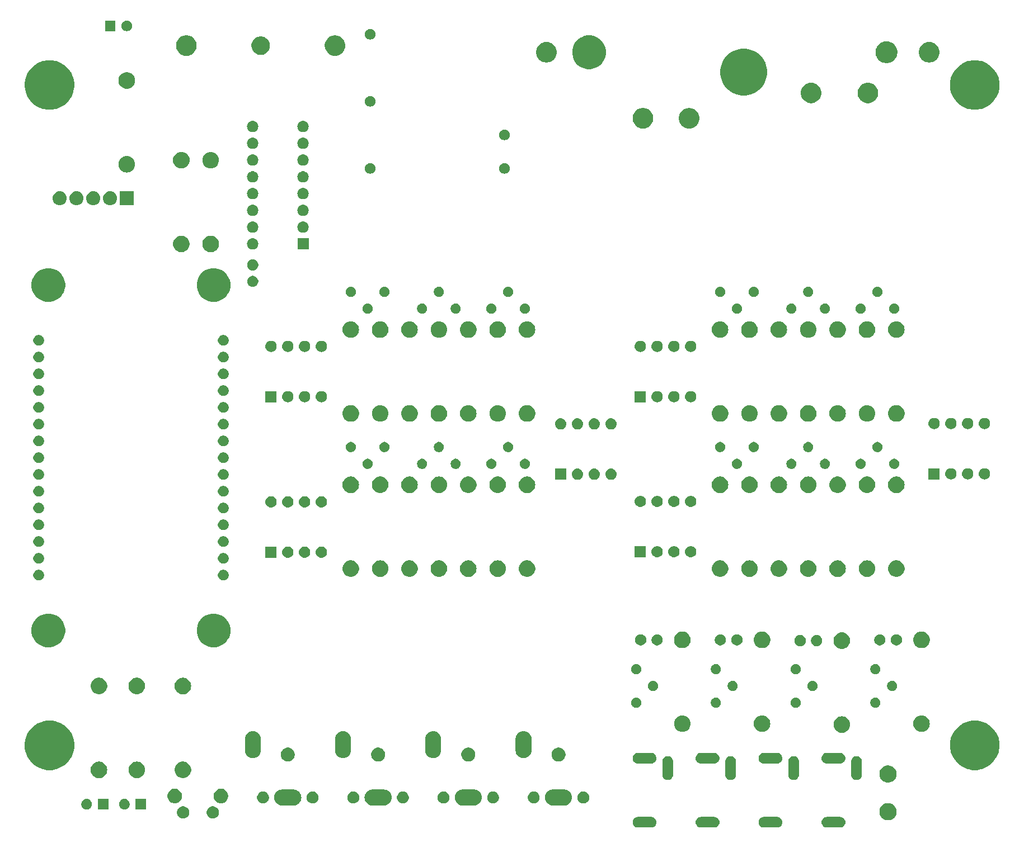
<source format=gbs>
G04 #@! TF.GenerationSoftware,KiCad,Pcbnew,(5.1.4)-1*
G04 #@! TF.CreationDate,2019-09-09T23:59:39+02:00*
G04 #@! TF.ProjectId,BBSensor,42425365-6e73-46f7-922e-6b696361645f,1.0*
G04 #@! TF.SameCoordinates,PXe4e1c0PY8677d40*
G04 #@! TF.FileFunction,Soldermask,Bot*
G04 #@! TF.FilePolarity,Negative*
%FSLAX46Y46*%
G04 Gerber Fmt 4.6, Leading zero omitted, Abs format (unit mm)*
G04 Created by KiCad (PCBNEW (5.1.4)-1) date 2019-09-09 23:59:39*
%MOMM*%
%LPD*%
G04 APERTURE LIST*
%ADD10C,0.100000*%
G04 APERTURE END LIST*
D10*
G36*
X107603571Y2144637D02*
G01*
X107682023Y2136910D01*
X107782682Y2106375D01*
X107833013Y2091108D01*
X107972165Y2016729D01*
X108094133Y1916633D01*
X108194229Y1794665D01*
X108268608Y1655513D01*
X108268608Y1655512D01*
X108314410Y1504523D01*
X108329875Y1347500D01*
X108314410Y1190477D01*
X108283875Y1089818D01*
X108268608Y1039487D01*
X108194229Y900335D01*
X108094133Y778367D01*
X107972165Y678271D01*
X107833013Y603892D01*
X107782682Y588625D01*
X107682023Y558090D01*
X107603571Y550363D01*
X107564346Y546500D01*
X105485654Y546500D01*
X105446429Y550363D01*
X105367977Y558090D01*
X105267318Y588625D01*
X105216987Y603892D01*
X105077835Y678271D01*
X104955867Y778367D01*
X104855771Y900335D01*
X104781392Y1039487D01*
X104766125Y1089818D01*
X104735590Y1190477D01*
X104720125Y1347500D01*
X104735590Y1504523D01*
X104781392Y1655512D01*
X104781392Y1655513D01*
X104855771Y1794665D01*
X104955867Y1916633D01*
X105077835Y2016729D01*
X105216987Y2091108D01*
X105267318Y2106375D01*
X105367977Y2136910D01*
X105446429Y2144637D01*
X105485654Y2148500D01*
X107564346Y2148500D01*
X107603571Y2144637D01*
X107603571Y2144637D01*
G37*
G36*
X117128571Y2144637D02*
G01*
X117207023Y2136910D01*
X117307682Y2106375D01*
X117358013Y2091108D01*
X117497165Y2016729D01*
X117619133Y1916633D01*
X117719229Y1794665D01*
X117793608Y1655513D01*
X117793608Y1655512D01*
X117839410Y1504523D01*
X117854875Y1347500D01*
X117839410Y1190477D01*
X117808875Y1089818D01*
X117793608Y1039487D01*
X117719229Y900335D01*
X117619133Y778367D01*
X117497165Y678271D01*
X117358013Y603892D01*
X117307682Y588625D01*
X117207023Y558090D01*
X117128571Y550363D01*
X117089346Y546500D01*
X115010654Y546500D01*
X114971429Y550363D01*
X114892977Y558090D01*
X114792318Y588625D01*
X114741987Y603892D01*
X114602835Y678271D01*
X114480867Y778367D01*
X114380771Y900335D01*
X114306392Y1039487D01*
X114291125Y1089818D01*
X114260590Y1190477D01*
X114245125Y1347500D01*
X114260590Y1504523D01*
X114306392Y1655512D01*
X114306392Y1655513D01*
X114380771Y1794665D01*
X114480867Y1916633D01*
X114602835Y2016729D01*
X114741987Y2091108D01*
X114792318Y2106375D01*
X114892977Y2136910D01*
X114971429Y2144637D01*
X115010654Y2148500D01*
X117089346Y2148500D01*
X117128571Y2144637D01*
X117128571Y2144637D01*
G37*
G36*
X126653571Y2144637D02*
G01*
X126732023Y2136910D01*
X126832682Y2106375D01*
X126883013Y2091108D01*
X127022165Y2016729D01*
X127144133Y1916633D01*
X127244229Y1794665D01*
X127318608Y1655513D01*
X127318608Y1655512D01*
X127364410Y1504523D01*
X127379875Y1347500D01*
X127364410Y1190477D01*
X127333875Y1089818D01*
X127318608Y1039487D01*
X127244229Y900335D01*
X127144133Y778367D01*
X127022165Y678271D01*
X126883013Y603892D01*
X126832682Y588625D01*
X126732023Y558090D01*
X126653571Y550363D01*
X126614346Y546500D01*
X124535654Y546500D01*
X124496429Y550363D01*
X124417977Y558090D01*
X124317318Y588625D01*
X124266987Y603892D01*
X124127835Y678271D01*
X124005867Y778367D01*
X123905771Y900335D01*
X123831392Y1039487D01*
X123816125Y1089818D01*
X123785590Y1190477D01*
X123770125Y1347500D01*
X123785590Y1504523D01*
X123831392Y1655512D01*
X123831392Y1655513D01*
X123905771Y1794665D01*
X124005867Y1916633D01*
X124127835Y2016729D01*
X124266987Y2091108D01*
X124317318Y2106375D01*
X124417977Y2136910D01*
X124496429Y2144637D01*
X124535654Y2148500D01*
X126614346Y2148500D01*
X126653571Y2144637D01*
X126653571Y2144637D01*
G37*
G36*
X98078571Y2144637D02*
G01*
X98157023Y2136910D01*
X98257682Y2106375D01*
X98308013Y2091108D01*
X98447165Y2016729D01*
X98569133Y1916633D01*
X98669229Y1794665D01*
X98743608Y1655513D01*
X98743608Y1655512D01*
X98789410Y1504523D01*
X98804875Y1347500D01*
X98789410Y1190477D01*
X98758875Y1089818D01*
X98743608Y1039487D01*
X98669229Y900335D01*
X98569133Y778367D01*
X98447165Y678271D01*
X98308013Y603892D01*
X98257682Y588625D01*
X98157023Y558090D01*
X98078571Y550363D01*
X98039346Y546500D01*
X95960654Y546500D01*
X95921429Y550363D01*
X95842977Y558090D01*
X95742318Y588625D01*
X95691987Y603892D01*
X95552835Y678271D01*
X95430867Y778367D01*
X95330771Y900335D01*
X95256392Y1039487D01*
X95241125Y1089818D01*
X95210590Y1190477D01*
X95195125Y1347500D01*
X95210590Y1504523D01*
X95256392Y1655512D01*
X95256392Y1655513D01*
X95330771Y1794665D01*
X95430867Y1916633D01*
X95552835Y2016729D01*
X95691987Y2091108D01*
X95742318Y2106375D01*
X95842977Y2136910D01*
X95921429Y2144637D01*
X95960654Y2148500D01*
X98039346Y2148500D01*
X98078571Y2144637D01*
X98078571Y2144637D01*
G37*
G36*
X134209487Y4186004D02*
G01*
X134439877Y4090573D01*
X134446255Y4087931D01*
X134659339Y3945553D01*
X134840553Y3764339D01*
X134972149Y3567392D01*
X134982932Y3551253D01*
X135081004Y3314487D01*
X135131000Y3063139D01*
X135131000Y2806861D01*
X135081004Y2555513D01*
X135080334Y2553896D01*
X134982931Y2318745D01*
X134840553Y2105661D01*
X134659339Y1924447D01*
X134446255Y1782069D01*
X134446254Y1782068D01*
X134446253Y1782068D01*
X134209487Y1683996D01*
X133958139Y1634000D01*
X133701861Y1634000D01*
X133450513Y1683996D01*
X133213747Y1782068D01*
X133213746Y1782068D01*
X133213745Y1782069D01*
X133000661Y1924447D01*
X132819447Y2105661D01*
X132677069Y2318745D01*
X132579666Y2553896D01*
X132578996Y2555513D01*
X132529000Y2806861D01*
X132529000Y3063139D01*
X132578996Y3314487D01*
X132677068Y3551253D01*
X132687852Y3567392D01*
X132819447Y3764339D01*
X133000661Y3945553D01*
X133213745Y4087931D01*
X133220123Y4090573D01*
X133450513Y4186004D01*
X133701861Y4236000D01*
X133958139Y4236000D01*
X134209487Y4186004D01*
X134209487Y4186004D01*
G37*
G36*
X31934104Y3714415D02*
G01*
X32102626Y3644611D01*
X32254291Y3543272D01*
X32383272Y3414291D01*
X32484611Y3262626D01*
X32554415Y3094104D01*
X32590000Y2915203D01*
X32590000Y2732797D01*
X32554415Y2553896D01*
X32484611Y2385374D01*
X32383272Y2233709D01*
X32254291Y2104728D01*
X32102626Y2003389D01*
X31934104Y1933585D01*
X31755203Y1898000D01*
X31572797Y1898000D01*
X31393896Y1933585D01*
X31225374Y2003389D01*
X31073709Y2104728D01*
X30944728Y2233709D01*
X30843389Y2385374D01*
X30773585Y2553896D01*
X30738000Y2732797D01*
X30738000Y2915203D01*
X30773585Y3094104D01*
X30843389Y3262626D01*
X30944728Y3414291D01*
X31073709Y3543272D01*
X31225374Y3644611D01*
X31393896Y3714415D01*
X31572797Y3750000D01*
X31755203Y3750000D01*
X31934104Y3714415D01*
X31934104Y3714415D01*
G37*
G36*
X27434104Y3714415D02*
G01*
X27602626Y3644611D01*
X27754291Y3543272D01*
X27883272Y3414291D01*
X27984611Y3262626D01*
X28054415Y3094104D01*
X28090000Y2915203D01*
X28090000Y2732797D01*
X28054415Y2553896D01*
X27984611Y2385374D01*
X27883272Y2233709D01*
X27754291Y2104728D01*
X27602626Y2003389D01*
X27434104Y1933585D01*
X27255203Y1898000D01*
X27072797Y1898000D01*
X26893896Y1933585D01*
X26725374Y2003389D01*
X26573709Y2104728D01*
X26444728Y2233709D01*
X26343389Y2385374D01*
X26273585Y2553896D01*
X26238000Y2732797D01*
X26238000Y2915203D01*
X26273585Y3094104D01*
X26343389Y3262626D01*
X26444728Y3414291D01*
X26573709Y3543272D01*
X26725374Y3644611D01*
X26893896Y3714415D01*
X27072797Y3750000D01*
X27255203Y3750000D01*
X27434104Y3714415D01*
X27434104Y3714415D01*
G37*
G36*
X12818642Y4848219D02*
G01*
X12953207Y4792480D01*
X12964416Y4787837D01*
X13095608Y4700178D01*
X13207178Y4588608D01*
X13294837Y4457416D01*
X13294838Y4457414D01*
X13355219Y4311642D01*
X13386000Y4156893D01*
X13386000Y3999107D01*
X13355219Y3844358D01*
X13301394Y3714414D01*
X13294837Y3698584D01*
X13207178Y3567392D01*
X13095608Y3455822D01*
X12964416Y3368163D01*
X12964415Y3368162D01*
X12964414Y3368162D01*
X12818642Y3307781D01*
X12663893Y3277000D01*
X12506107Y3277000D01*
X12351358Y3307781D01*
X12205586Y3368162D01*
X12205585Y3368162D01*
X12205584Y3368163D01*
X12074392Y3455822D01*
X11962822Y3567392D01*
X11875163Y3698584D01*
X11868606Y3714414D01*
X11814781Y3844358D01*
X11784000Y3999107D01*
X11784000Y4156893D01*
X11814781Y4311642D01*
X11875162Y4457414D01*
X11875163Y4457416D01*
X11962822Y4588608D01*
X12074392Y4700178D01*
X12205584Y4787837D01*
X12216793Y4792480D01*
X12351358Y4848219D01*
X12506107Y4879000D01*
X12663893Y4879000D01*
X12818642Y4848219D01*
X12818642Y4848219D01*
G37*
G36*
X21601000Y3277000D02*
G01*
X19999000Y3277000D01*
X19999000Y4879000D01*
X21601000Y4879000D01*
X21601000Y3277000D01*
X21601000Y3277000D01*
G37*
G36*
X18533642Y4848219D02*
G01*
X18668207Y4792480D01*
X18679416Y4787837D01*
X18810608Y4700178D01*
X18922178Y4588608D01*
X19009837Y4457416D01*
X19009838Y4457414D01*
X19070219Y4311642D01*
X19101000Y4156893D01*
X19101000Y3999107D01*
X19070219Y3844358D01*
X19016394Y3714414D01*
X19009837Y3698584D01*
X18922178Y3567392D01*
X18810608Y3455822D01*
X18679416Y3368163D01*
X18679415Y3368162D01*
X18679414Y3368162D01*
X18533642Y3307781D01*
X18378893Y3277000D01*
X18221107Y3277000D01*
X18066358Y3307781D01*
X17920586Y3368162D01*
X17920585Y3368162D01*
X17920584Y3368163D01*
X17789392Y3455822D01*
X17677822Y3567392D01*
X17590163Y3698584D01*
X17583606Y3714414D01*
X17529781Y3844358D01*
X17499000Y3999107D01*
X17499000Y4156893D01*
X17529781Y4311642D01*
X17590162Y4457414D01*
X17590163Y4457416D01*
X17677822Y4588608D01*
X17789392Y4700178D01*
X17920584Y4787837D01*
X17931793Y4792480D01*
X18066358Y4848219D01*
X18221107Y4879000D01*
X18378893Y4879000D01*
X18533642Y4848219D01*
X18533642Y4848219D01*
G37*
G36*
X15886000Y3277000D02*
G01*
X14284000Y3277000D01*
X14284000Y4879000D01*
X15886000Y4879000D01*
X15886000Y3277000D01*
X15886000Y3277000D01*
G37*
G36*
X57762937Y6277622D02*
G01*
X57989327Y6208948D01*
X58197968Y6097427D01*
X58380844Y5947344D01*
X58530927Y5764468D01*
X58642448Y5555827D01*
X58711122Y5329437D01*
X58734311Y5094000D01*
X58711122Y4858563D01*
X58642448Y4632173D01*
X58530927Y4423532D01*
X58380844Y4240656D01*
X58197968Y4090573D01*
X57989327Y3979052D01*
X57762937Y3910378D01*
X57586499Y3893000D01*
X55768501Y3893000D01*
X55592063Y3910378D01*
X55365673Y3979052D01*
X55157032Y4090573D01*
X54974156Y4240656D01*
X54824073Y4423532D01*
X54712552Y4632173D01*
X54643878Y4858563D01*
X54620689Y5094000D01*
X54643878Y5329437D01*
X54712552Y5555827D01*
X54824073Y5764468D01*
X54974156Y5947344D01*
X55157032Y6097427D01*
X55365673Y6208948D01*
X55592063Y6277622D01*
X55768501Y6295000D01*
X57586499Y6295000D01*
X57762937Y6277622D01*
X57762937Y6277622D01*
G37*
G36*
X85067937Y6277622D02*
G01*
X85294327Y6208948D01*
X85502968Y6097427D01*
X85685844Y5947344D01*
X85835927Y5764468D01*
X85947448Y5555827D01*
X86016122Y5329437D01*
X86039311Y5094000D01*
X86016122Y4858563D01*
X85947448Y4632173D01*
X85835927Y4423532D01*
X85685844Y4240656D01*
X85502968Y4090573D01*
X85294327Y3979052D01*
X85067937Y3910378D01*
X84891499Y3893000D01*
X83073501Y3893000D01*
X82897063Y3910378D01*
X82670673Y3979052D01*
X82462032Y4090573D01*
X82279156Y4240656D01*
X82129073Y4423532D01*
X82017552Y4632173D01*
X81948878Y4858563D01*
X81925689Y5094000D01*
X81948878Y5329437D01*
X82017552Y5555827D01*
X82129073Y5764468D01*
X82279156Y5947344D01*
X82462032Y6097427D01*
X82670673Y6208948D01*
X82897063Y6277622D01*
X83073501Y6295000D01*
X84891499Y6295000D01*
X85067937Y6277622D01*
X85067937Y6277622D01*
G37*
G36*
X71415437Y6277622D02*
G01*
X71641827Y6208948D01*
X71850468Y6097427D01*
X72033344Y5947344D01*
X72183427Y5764468D01*
X72294948Y5555827D01*
X72363622Y5329437D01*
X72386811Y5094000D01*
X72363622Y4858563D01*
X72294948Y4632173D01*
X72183427Y4423532D01*
X72033344Y4240656D01*
X71850468Y4090573D01*
X71641827Y3979052D01*
X71415437Y3910378D01*
X71238999Y3893000D01*
X69421001Y3893000D01*
X69244563Y3910378D01*
X69018173Y3979052D01*
X68809532Y4090573D01*
X68626656Y4240656D01*
X68476573Y4423532D01*
X68365052Y4632173D01*
X68296378Y4858563D01*
X68273189Y5094000D01*
X68296378Y5329437D01*
X68365052Y5555827D01*
X68476573Y5764468D01*
X68626656Y5947344D01*
X68809532Y6097427D01*
X69018173Y6208948D01*
X69244563Y6277622D01*
X69421001Y6295000D01*
X71238999Y6295000D01*
X71415437Y6277622D01*
X71415437Y6277622D01*
G37*
G36*
X44110437Y6277622D02*
G01*
X44336827Y6208948D01*
X44545468Y6097427D01*
X44728344Y5947344D01*
X44878427Y5764468D01*
X44989948Y5555827D01*
X45058622Y5329437D01*
X45081811Y5094000D01*
X45058622Y4858563D01*
X44989948Y4632173D01*
X44878427Y4423532D01*
X44728344Y4240656D01*
X44545468Y4090573D01*
X44336827Y3979052D01*
X44110437Y3910378D01*
X43933999Y3893000D01*
X42116001Y3893000D01*
X41939563Y3910378D01*
X41713173Y3979052D01*
X41504532Y4090573D01*
X41321656Y4240656D01*
X41171573Y4423532D01*
X41060052Y4632173D01*
X40991378Y4858563D01*
X40968189Y5094000D01*
X40991378Y5329437D01*
X41060052Y5555827D01*
X41171573Y5764468D01*
X41321656Y5947344D01*
X41504532Y6097427D01*
X41713173Y6208948D01*
X41939563Y6277622D01*
X42116001Y6295000D01*
X43933999Y6295000D01*
X44110437Y6277622D01*
X44110437Y6277622D01*
G37*
G36*
X53041012Y5990073D02*
G01*
X53190312Y5960376D01*
X53354284Y5892456D01*
X53501854Y5793853D01*
X53627353Y5668354D01*
X53725956Y5520784D01*
X53793876Y5356812D01*
X53828500Y5182741D01*
X53828500Y5005259D01*
X53793876Y4831188D01*
X53725956Y4667216D01*
X53627353Y4519646D01*
X53501854Y4394147D01*
X53354284Y4295544D01*
X53190312Y4227624D01*
X53041012Y4197927D01*
X53016242Y4193000D01*
X52838758Y4193000D01*
X52813988Y4197927D01*
X52664688Y4227624D01*
X52500716Y4295544D01*
X52353146Y4394147D01*
X52227647Y4519646D01*
X52129044Y4667216D01*
X52061124Y4831188D01*
X52026500Y5005259D01*
X52026500Y5182741D01*
X52061124Y5356812D01*
X52129044Y5520784D01*
X52227647Y5668354D01*
X52353146Y5793853D01*
X52500716Y5892456D01*
X52664688Y5960376D01*
X52813988Y5990073D01*
X52838758Y5995000D01*
X53016242Y5995000D01*
X53041012Y5990073D01*
X53041012Y5990073D01*
G37*
G36*
X60541012Y5990073D02*
G01*
X60690312Y5960376D01*
X60854284Y5892456D01*
X61001854Y5793853D01*
X61127353Y5668354D01*
X61225956Y5520784D01*
X61293876Y5356812D01*
X61328500Y5182741D01*
X61328500Y5005259D01*
X61293876Y4831188D01*
X61225956Y4667216D01*
X61127353Y4519646D01*
X61001854Y4394147D01*
X60854284Y4295544D01*
X60690312Y4227624D01*
X60541012Y4197927D01*
X60516242Y4193000D01*
X60338758Y4193000D01*
X60313988Y4197927D01*
X60164688Y4227624D01*
X60000716Y4295544D01*
X59853146Y4394147D01*
X59727647Y4519646D01*
X59629044Y4667216D01*
X59561124Y4831188D01*
X59526500Y5005259D01*
X59526500Y5182741D01*
X59561124Y5356812D01*
X59629044Y5520784D01*
X59727647Y5668354D01*
X59853146Y5793853D01*
X60000716Y5892456D01*
X60164688Y5960376D01*
X60313988Y5990073D01*
X60338758Y5995000D01*
X60516242Y5995000D01*
X60541012Y5990073D01*
X60541012Y5990073D01*
G37*
G36*
X46888512Y5990073D02*
G01*
X47037812Y5960376D01*
X47201784Y5892456D01*
X47349354Y5793853D01*
X47474853Y5668354D01*
X47573456Y5520784D01*
X47641376Y5356812D01*
X47676000Y5182741D01*
X47676000Y5005259D01*
X47641376Y4831188D01*
X47573456Y4667216D01*
X47474853Y4519646D01*
X47349354Y4394147D01*
X47201784Y4295544D01*
X47037812Y4227624D01*
X46888512Y4197927D01*
X46863742Y4193000D01*
X46686258Y4193000D01*
X46661488Y4197927D01*
X46512188Y4227624D01*
X46348216Y4295544D01*
X46200646Y4394147D01*
X46075147Y4519646D01*
X45976544Y4667216D01*
X45908624Y4831188D01*
X45874000Y5005259D01*
X45874000Y5182741D01*
X45908624Y5356812D01*
X45976544Y5520784D01*
X46075147Y5668354D01*
X46200646Y5793853D01*
X46348216Y5892456D01*
X46512188Y5960376D01*
X46661488Y5990073D01*
X46686258Y5995000D01*
X46863742Y5995000D01*
X46888512Y5990073D01*
X46888512Y5990073D01*
G37*
G36*
X66693512Y5990073D02*
G01*
X66842812Y5960376D01*
X67006784Y5892456D01*
X67154354Y5793853D01*
X67279853Y5668354D01*
X67378456Y5520784D01*
X67446376Y5356812D01*
X67481000Y5182741D01*
X67481000Y5005259D01*
X67446376Y4831188D01*
X67378456Y4667216D01*
X67279853Y4519646D01*
X67154354Y4394147D01*
X67006784Y4295544D01*
X66842812Y4227624D01*
X66693512Y4197927D01*
X66668742Y4193000D01*
X66491258Y4193000D01*
X66466488Y4197927D01*
X66317188Y4227624D01*
X66153216Y4295544D01*
X66005646Y4394147D01*
X65880147Y4519646D01*
X65781544Y4667216D01*
X65713624Y4831188D01*
X65679000Y5005259D01*
X65679000Y5182741D01*
X65713624Y5356812D01*
X65781544Y5520784D01*
X65880147Y5668354D01*
X66005646Y5793853D01*
X66153216Y5892456D01*
X66317188Y5960376D01*
X66466488Y5990073D01*
X66491258Y5995000D01*
X66668742Y5995000D01*
X66693512Y5990073D01*
X66693512Y5990073D01*
G37*
G36*
X39388512Y5990073D02*
G01*
X39537812Y5960376D01*
X39701784Y5892456D01*
X39849354Y5793853D01*
X39974853Y5668354D01*
X40073456Y5520784D01*
X40141376Y5356812D01*
X40176000Y5182741D01*
X40176000Y5005259D01*
X40141376Y4831188D01*
X40073456Y4667216D01*
X39974853Y4519646D01*
X39849354Y4394147D01*
X39701784Y4295544D01*
X39537812Y4227624D01*
X39388512Y4197927D01*
X39363742Y4193000D01*
X39186258Y4193000D01*
X39161488Y4197927D01*
X39012188Y4227624D01*
X38848216Y4295544D01*
X38700646Y4394147D01*
X38575147Y4519646D01*
X38476544Y4667216D01*
X38408624Y4831188D01*
X38374000Y5005259D01*
X38374000Y5182741D01*
X38408624Y5356812D01*
X38476544Y5520784D01*
X38575147Y5668354D01*
X38700646Y5793853D01*
X38848216Y5892456D01*
X39012188Y5960376D01*
X39161488Y5990073D01*
X39186258Y5995000D01*
X39363742Y5995000D01*
X39388512Y5990073D01*
X39388512Y5990073D01*
G37*
G36*
X87846012Y5990073D02*
G01*
X87995312Y5960376D01*
X88159284Y5892456D01*
X88306854Y5793853D01*
X88432353Y5668354D01*
X88530956Y5520784D01*
X88598876Y5356812D01*
X88633500Y5182741D01*
X88633500Y5005259D01*
X88598876Y4831188D01*
X88530956Y4667216D01*
X88432353Y4519646D01*
X88306854Y4394147D01*
X88159284Y4295544D01*
X87995312Y4227624D01*
X87846012Y4197927D01*
X87821242Y4193000D01*
X87643758Y4193000D01*
X87618988Y4197927D01*
X87469688Y4227624D01*
X87305716Y4295544D01*
X87158146Y4394147D01*
X87032647Y4519646D01*
X86934044Y4667216D01*
X86866124Y4831188D01*
X86831500Y5005259D01*
X86831500Y5182741D01*
X86866124Y5356812D01*
X86934044Y5520784D01*
X87032647Y5668354D01*
X87158146Y5793853D01*
X87305716Y5892456D01*
X87469688Y5960376D01*
X87618988Y5990073D01*
X87643758Y5995000D01*
X87821242Y5995000D01*
X87846012Y5990073D01*
X87846012Y5990073D01*
G37*
G36*
X80346012Y5990073D02*
G01*
X80495312Y5960376D01*
X80659284Y5892456D01*
X80806854Y5793853D01*
X80932353Y5668354D01*
X81030956Y5520784D01*
X81098876Y5356812D01*
X81133500Y5182741D01*
X81133500Y5005259D01*
X81098876Y4831188D01*
X81030956Y4667216D01*
X80932353Y4519646D01*
X80806854Y4394147D01*
X80659284Y4295544D01*
X80495312Y4227624D01*
X80346012Y4197927D01*
X80321242Y4193000D01*
X80143758Y4193000D01*
X80118988Y4197927D01*
X79969688Y4227624D01*
X79805716Y4295544D01*
X79658146Y4394147D01*
X79532647Y4519646D01*
X79434044Y4667216D01*
X79366124Y4831188D01*
X79331500Y5005259D01*
X79331500Y5182741D01*
X79366124Y5356812D01*
X79434044Y5520784D01*
X79532647Y5668354D01*
X79658146Y5793853D01*
X79805716Y5892456D01*
X79969688Y5960376D01*
X80118988Y5990073D01*
X80143758Y5995000D01*
X80321242Y5995000D01*
X80346012Y5990073D01*
X80346012Y5990073D01*
G37*
G36*
X74193512Y5990073D02*
G01*
X74342812Y5960376D01*
X74506784Y5892456D01*
X74654354Y5793853D01*
X74779853Y5668354D01*
X74878456Y5520784D01*
X74946376Y5356812D01*
X74981000Y5182741D01*
X74981000Y5005259D01*
X74946376Y4831188D01*
X74878456Y4667216D01*
X74779853Y4519646D01*
X74654354Y4394147D01*
X74506784Y4295544D01*
X74342812Y4227624D01*
X74193512Y4197927D01*
X74168742Y4193000D01*
X73991258Y4193000D01*
X73966488Y4197927D01*
X73817188Y4227624D01*
X73653216Y4295544D01*
X73505646Y4394147D01*
X73380147Y4519646D01*
X73281544Y4667216D01*
X73213624Y4831188D01*
X73179000Y5005259D01*
X73179000Y5182741D01*
X73213624Y5356812D01*
X73281544Y5520784D01*
X73380147Y5668354D01*
X73505646Y5793853D01*
X73653216Y5892456D01*
X73817188Y5960376D01*
X73966488Y5990073D01*
X73991258Y5995000D01*
X74168742Y5995000D01*
X74193512Y5990073D01*
X74193512Y5990073D01*
G37*
G36*
X33128794Y6393845D02*
G01*
X33235150Y6372689D01*
X33435520Y6289693D01*
X33615844Y6169205D01*
X33769205Y6015844D01*
X33889693Y5835520D01*
X33972689Y5635149D01*
X34015000Y5422440D01*
X34015000Y5205560D01*
X33972689Y4992851D01*
X33889693Y4792480D01*
X33769205Y4612156D01*
X33615844Y4458795D01*
X33435520Y4338307D01*
X33335334Y4296809D01*
X33235150Y4255311D01*
X33138067Y4236000D01*
X33022440Y4213000D01*
X32805560Y4213000D01*
X32689933Y4236000D01*
X32592850Y4255311D01*
X32492666Y4296809D01*
X32392480Y4338307D01*
X32212156Y4458795D01*
X32058795Y4612156D01*
X31938307Y4792480D01*
X31855311Y4992851D01*
X31813000Y5205560D01*
X31813000Y5422440D01*
X31855311Y5635149D01*
X31938307Y5835520D01*
X32058795Y6015844D01*
X32212156Y6169205D01*
X32392480Y6289693D01*
X32592850Y6372689D01*
X32699206Y6393845D01*
X32805560Y6415000D01*
X33022440Y6415000D01*
X33128794Y6393845D01*
X33128794Y6393845D01*
G37*
G36*
X26118794Y6393845D02*
G01*
X26225150Y6372689D01*
X26425520Y6289693D01*
X26605844Y6169205D01*
X26759205Y6015844D01*
X26879693Y5835520D01*
X26962689Y5635149D01*
X27005000Y5422440D01*
X27005000Y5205560D01*
X26962689Y4992851D01*
X26879693Y4792480D01*
X26759205Y4612156D01*
X26605844Y4458795D01*
X26425520Y4338307D01*
X26325334Y4296809D01*
X26225150Y4255311D01*
X26128067Y4236000D01*
X26012440Y4213000D01*
X25795560Y4213000D01*
X25679933Y4236000D01*
X25582850Y4255311D01*
X25482666Y4296809D01*
X25382480Y4338307D01*
X25202156Y4458795D01*
X25048795Y4612156D01*
X24928307Y4792480D01*
X24845311Y4992851D01*
X24803000Y5205560D01*
X24803000Y5422440D01*
X24845311Y5635149D01*
X24928307Y5835520D01*
X25048795Y6015844D01*
X25202156Y6169205D01*
X25382480Y6289693D01*
X25582850Y6372689D01*
X25689206Y6393845D01*
X25795560Y6415000D01*
X26012440Y6415000D01*
X26118794Y6393845D01*
X26118794Y6393845D01*
G37*
G36*
X134209487Y9901004D02*
G01*
X134446253Y9802932D01*
X134446255Y9802931D01*
X134501442Y9766056D01*
X134659339Y9660553D01*
X134840553Y9479339D01*
X134982932Y9266253D01*
X135081004Y9029487D01*
X135131000Y8778139D01*
X135131000Y8521861D01*
X135081004Y8270513D01*
X135002950Y8082075D01*
X134982931Y8033745D01*
X134840553Y7820661D01*
X134659339Y7639447D01*
X134446255Y7497069D01*
X134446254Y7497068D01*
X134446253Y7497068D01*
X134209487Y7398996D01*
X133958139Y7349000D01*
X133701861Y7349000D01*
X133450513Y7398996D01*
X133213747Y7497068D01*
X133213746Y7497068D01*
X133213745Y7497069D01*
X133000661Y7639447D01*
X132819447Y7820661D01*
X132677069Y8033745D01*
X132657050Y8082075D01*
X132578996Y8270513D01*
X132529000Y8521861D01*
X132529000Y8778139D01*
X132578996Y9029487D01*
X132677068Y9266253D01*
X132819447Y9479339D01*
X133000661Y9660553D01*
X133158558Y9766056D01*
X133213745Y9802931D01*
X133213747Y9802932D01*
X133450513Y9901004D01*
X133701861Y9951000D01*
X133958139Y9951000D01*
X134209487Y9901004D01*
X134209487Y9901004D01*
G37*
G36*
X100657023Y11336910D02*
G01*
X100757682Y11306375D01*
X100808013Y11291108D01*
X100947165Y11216729D01*
X101069133Y11116633D01*
X101169229Y10994665D01*
X101243608Y10855513D01*
X101243608Y10855512D01*
X101289410Y10704523D01*
X101301000Y10586845D01*
X101301000Y8508155D01*
X101289410Y8390477D01*
X101265994Y8313285D01*
X101243608Y8239487D01*
X101181684Y8123636D01*
X101169229Y8100335D01*
X101069133Y7978367D01*
X100947164Y7878271D01*
X100808012Y7803892D01*
X100757681Y7788625D01*
X100657022Y7758090D01*
X100500000Y7742625D01*
X100342977Y7758090D01*
X100242318Y7788625D01*
X100191987Y7803892D01*
X100052835Y7878271D01*
X99930867Y7978367D01*
X99830771Y8100336D01*
X99790126Y8176377D01*
X99756392Y8239488D01*
X99734006Y8313285D01*
X99710590Y8390478D01*
X99699000Y8508156D01*
X99699001Y10586845D01*
X99710591Y10704523D01*
X99756393Y10855512D01*
X99756393Y10855513D01*
X99830772Y10994665D01*
X99930868Y11116633D01*
X100052836Y11216729D01*
X100191988Y11291108D01*
X100242319Y11306375D01*
X100342978Y11336910D01*
X100500000Y11352375D01*
X100657023Y11336910D01*
X100657023Y11336910D01*
G37*
G36*
X129232023Y11336910D02*
G01*
X129332682Y11306375D01*
X129383013Y11291108D01*
X129522165Y11216729D01*
X129644133Y11116633D01*
X129744229Y10994665D01*
X129818608Y10855513D01*
X129818608Y10855512D01*
X129864410Y10704523D01*
X129876000Y10586845D01*
X129876000Y8508155D01*
X129864410Y8390477D01*
X129840994Y8313285D01*
X129818608Y8239487D01*
X129756684Y8123636D01*
X129744229Y8100335D01*
X129644133Y7978367D01*
X129522164Y7878271D01*
X129383012Y7803892D01*
X129332681Y7788625D01*
X129232022Y7758090D01*
X129075000Y7742625D01*
X128917977Y7758090D01*
X128817318Y7788625D01*
X128766987Y7803892D01*
X128627835Y7878271D01*
X128505867Y7978367D01*
X128405771Y8100336D01*
X128365126Y8176377D01*
X128331392Y8239488D01*
X128309006Y8313285D01*
X128285590Y8390478D01*
X128274000Y8508156D01*
X128274001Y10586845D01*
X128285591Y10704523D01*
X128331393Y10855512D01*
X128331393Y10855513D01*
X128405772Y10994665D01*
X128505868Y11116633D01*
X128627836Y11216729D01*
X128766988Y11291108D01*
X128817319Y11306375D01*
X128917978Y11336910D01*
X129075000Y11352375D01*
X129232023Y11336910D01*
X129232023Y11336910D01*
G37*
G36*
X119707023Y11336910D02*
G01*
X119807682Y11306375D01*
X119858013Y11291108D01*
X119997165Y11216729D01*
X120119133Y11116633D01*
X120219229Y10994665D01*
X120293608Y10855513D01*
X120293608Y10855512D01*
X120339410Y10704523D01*
X120351000Y10586845D01*
X120351000Y8508155D01*
X120339410Y8390477D01*
X120315994Y8313285D01*
X120293608Y8239487D01*
X120231684Y8123636D01*
X120219229Y8100335D01*
X120119133Y7978367D01*
X119997164Y7878271D01*
X119858012Y7803892D01*
X119807681Y7788625D01*
X119707022Y7758090D01*
X119550000Y7742625D01*
X119392977Y7758090D01*
X119292318Y7788625D01*
X119241987Y7803892D01*
X119102835Y7878271D01*
X118980867Y7978367D01*
X118880771Y8100336D01*
X118840126Y8176377D01*
X118806392Y8239488D01*
X118784006Y8313285D01*
X118760590Y8390478D01*
X118749000Y8508156D01*
X118749001Y10586845D01*
X118760591Y10704523D01*
X118806393Y10855512D01*
X118806393Y10855513D01*
X118880772Y10994665D01*
X118980868Y11116633D01*
X119102836Y11216729D01*
X119241988Y11291108D01*
X119292319Y11306375D01*
X119392978Y11336910D01*
X119550000Y11352375D01*
X119707023Y11336910D01*
X119707023Y11336910D01*
G37*
G36*
X110182023Y11336910D02*
G01*
X110282682Y11306375D01*
X110333013Y11291108D01*
X110472165Y11216729D01*
X110594133Y11116633D01*
X110694229Y10994665D01*
X110768608Y10855513D01*
X110768608Y10855512D01*
X110814410Y10704523D01*
X110826000Y10586845D01*
X110826000Y8508155D01*
X110814410Y8390477D01*
X110790994Y8313285D01*
X110768608Y8239487D01*
X110706684Y8123636D01*
X110694229Y8100335D01*
X110594133Y7978367D01*
X110472164Y7878271D01*
X110333012Y7803892D01*
X110282681Y7788625D01*
X110182022Y7758090D01*
X110025000Y7742625D01*
X109867977Y7758090D01*
X109767318Y7788625D01*
X109716987Y7803892D01*
X109577835Y7878271D01*
X109455867Y7978367D01*
X109355771Y8100336D01*
X109315126Y8176377D01*
X109281392Y8239488D01*
X109259006Y8313285D01*
X109235590Y8390478D01*
X109224000Y8508156D01*
X109224001Y10586845D01*
X109235591Y10704523D01*
X109281393Y10855512D01*
X109281393Y10855513D01*
X109355772Y10994665D01*
X109455868Y11116633D01*
X109577836Y11216729D01*
X109716988Y11291108D01*
X109767319Y11306375D01*
X109867978Y11336910D01*
X110025000Y11352375D01*
X110182023Y11336910D01*
X110182023Y11336910D01*
G37*
G36*
X27514903Y10487925D02*
G01*
X27615236Y10446366D01*
X27742571Y10393622D01*
X27947466Y10256715D01*
X28121715Y10082466D01*
X28242965Y9901003D01*
X28258623Y9877569D01*
X28289539Y9802931D01*
X28352925Y9649903D01*
X28401000Y9408213D01*
X28401000Y9161787D01*
X28352925Y8920097D01*
X28258622Y8692429D01*
X28121715Y8487534D01*
X27947466Y8313285D01*
X27742571Y8176378D01*
X27742570Y8176377D01*
X27742569Y8176377D01*
X27514903Y8082075D01*
X27273214Y8034000D01*
X27026786Y8034000D01*
X26785097Y8082075D01*
X26557431Y8176377D01*
X26557430Y8176377D01*
X26557429Y8176378D01*
X26352534Y8313285D01*
X26178285Y8487534D01*
X26041378Y8692429D01*
X25947075Y8920097D01*
X25899000Y9161787D01*
X25899000Y9408213D01*
X25947075Y9649903D01*
X26010461Y9802931D01*
X26041377Y9877569D01*
X26057035Y9901003D01*
X26178285Y10082466D01*
X26352534Y10256715D01*
X26557429Y10393622D01*
X26684765Y10446366D01*
X26785097Y10487925D01*
X27026786Y10536000D01*
X27273214Y10536000D01*
X27514903Y10487925D01*
X27514903Y10487925D01*
G37*
G36*
X20410239Y10517899D02*
G01*
X20646053Y10446366D01*
X20863381Y10330201D01*
X21053871Y10173871D01*
X21210201Y9983381D01*
X21326366Y9766053D01*
X21397899Y9530239D01*
X21422053Y9285000D01*
X21397899Y9039761D01*
X21326366Y8803947D01*
X21210201Y8586619D01*
X21053871Y8396129D01*
X20863381Y8239799D01*
X20646053Y8123634D01*
X20410239Y8052101D01*
X20226457Y8034000D01*
X20103543Y8034000D01*
X19919761Y8052101D01*
X19683947Y8123634D01*
X19466619Y8239799D01*
X19276129Y8396129D01*
X19119799Y8586619D01*
X19003634Y8803947D01*
X18932101Y9039761D01*
X18907947Y9285000D01*
X18932101Y9530239D01*
X19003634Y9766053D01*
X19119799Y9983381D01*
X19276129Y10173871D01*
X19466619Y10330201D01*
X19683947Y10446366D01*
X19919761Y10517899D01*
X20103543Y10536000D01*
X20226457Y10536000D01*
X20410239Y10517899D01*
X20410239Y10517899D01*
G37*
G36*
X14695239Y10517899D02*
G01*
X14931053Y10446366D01*
X15148381Y10330201D01*
X15338871Y10173871D01*
X15495201Y9983381D01*
X15611366Y9766053D01*
X15682899Y9530239D01*
X15707053Y9285000D01*
X15682899Y9039761D01*
X15611366Y8803947D01*
X15495201Y8586619D01*
X15338871Y8396129D01*
X15148381Y8239799D01*
X14931053Y8123634D01*
X14695239Y8052101D01*
X14511457Y8034000D01*
X14388543Y8034000D01*
X14204761Y8052101D01*
X13968947Y8123634D01*
X13751619Y8239799D01*
X13561129Y8396129D01*
X13404799Y8586619D01*
X13288634Y8803947D01*
X13217101Y9039761D01*
X13192947Y9285000D01*
X13217101Y9530239D01*
X13288634Y9766053D01*
X13404799Y9983381D01*
X13561129Y10173871D01*
X13751619Y10330201D01*
X13968947Y10446366D01*
X14204761Y10517899D01*
X14388543Y10536000D01*
X14511457Y10536000D01*
X14695239Y10517899D01*
X14695239Y10517899D01*
G37*
G36*
X147817564Y16654901D02*
G01*
X148059126Y16606851D01*
X148741765Y16324093D01*
X149356123Y15913592D01*
X149878592Y15391123D01*
X150289093Y14776765D01*
X150571851Y14094126D01*
X150571851Y14094125D01*
X150716000Y13369443D01*
X150716000Y12630557D01*
X150627374Y12185008D01*
X150571851Y11905874D01*
X150289093Y11223235D01*
X149878592Y10608877D01*
X149356123Y10086408D01*
X148741765Y9675907D01*
X148059126Y9393149D01*
X147817564Y9345099D01*
X147334443Y9249000D01*
X146595557Y9249000D01*
X146112436Y9345099D01*
X145870874Y9393149D01*
X145188235Y9675907D01*
X144573877Y10086408D01*
X144051408Y10608877D01*
X143640907Y11223235D01*
X143358149Y11905874D01*
X143302626Y12185008D01*
X143214000Y12630557D01*
X143214000Y13369443D01*
X143358149Y14094125D01*
X143358149Y14094126D01*
X143640907Y14776765D01*
X144051408Y15391123D01*
X144573877Y15913592D01*
X145188235Y16324093D01*
X145870874Y16606851D01*
X146112436Y16654901D01*
X146595557Y16751000D01*
X147334443Y16751000D01*
X147817564Y16654901D01*
X147817564Y16654901D01*
G37*
G36*
X7817564Y16654901D02*
G01*
X8059126Y16606851D01*
X8741765Y16324093D01*
X9356123Y15913592D01*
X9878592Y15391123D01*
X10289093Y14776765D01*
X10571851Y14094126D01*
X10571851Y14094125D01*
X10716000Y13369443D01*
X10716000Y12630557D01*
X10627374Y12185008D01*
X10571851Y11905874D01*
X10289093Y11223235D01*
X9878592Y10608877D01*
X9356123Y10086408D01*
X8741765Y9675907D01*
X8059126Y9393149D01*
X7817564Y9345099D01*
X7334443Y9249000D01*
X6595557Y9249000D01*
X6112436Y9345099D01*
X5870874Y9393149D01*
X5188235Y9675907D01*
X4573877Y10086408D01*
X4051408Y10608877D01*
X3640907Y11223235D01*
X3358149Y11905874D01*
X3302626Y12185008D01*
X3214000Y12630557D01*
X3214000Y13369443D01*
X3358149Y14094125D01*
X3358149Y14094126D01*
X3640907Y14776765D01*
X4051408Y15391123D01*
X4573877Y15913592D01*
X5188235Y16324093D01*
X5870874Y16606851D01*
X6112436Y16654901D01*
X6595557Y16751000D01*
X7334443Y16751000D01*
X7817564Y16654901D01*
X7817564Y16654901D01*
G37*
G36*
X117128571Y11844637D02*
G01*
X117207023Y11836910D01*
X117307682Y11806375D01*
X117358013Y11791108D01*
X117497165Y11716729D01*
X117619133Y11616633D01*
X117719229Y11494665D01*
X117793608Y11355513D01*
X117793608Y11355512D01*
X117839410Y11204523D01*
X117854875Y11047500D01*
X117839410Y10890477D01*
X117828803Y10855512D01*
X117793608Y10739487D01*
X117719229Y10600335D01*
X117619133Y10478367D01*
X117497165Y10378271D01*
X117358013Y10303892D01*
X117307682Y10288625D01*
X117207023Y10258090D01*
X117128571Y10250363D01*
X117089346Y10246500D01*
X115010654Y10246500D01*
X114971429Y10250363D01*
X114892977Y10258090D01*
X114792318Y10288625D01*
X114741987Y10303892D01*
X114602835Y10378271D01*
X114480867Y10478367D01*
X114380771Y10600335D01*
X114306392Y10739487D01*
X114271197Y10855512D01*
X114260590Y10890477D01*
X114245125Y11047500D01*
X114260590Y11204523D01*
X114306392Y11355512D01*
X114306392Y11355513D01*
X114380771Y11494665D01*
X114480867Y11616633D01*
X114602835Y11716729D01*
X114741987Y11791108D01*
X114792318Y11806375D01*
X114892977Y11836910D01*
X114971429Y11844637D01*
X115010654Y11848500D01*
X117089346Y11848500D01*
X117128571Y11844637D01*
X117128571Y11844637D01*
G37*
G36*
X107603571Y11844637D02*
G01*
X107682023Y11836910D01*
X107782682Y11806375D01*
X107833013Y11791108D01*
X107972165Y11716729D01*
X108094133Y11616633D01*
X108194229Y11494665D01*
X108268608Y11355513D01*
X108268608Y11355512D01*
X108314410Y11204523D01*
X108329875Y11047500D01*
X108314410Y10890477D01*
X108303803Y10855512D01*
X108268608Y10739487D01*
X108194229Y10600335D01*
X108094133Y10478367D01*
X107972165Y10378271D01*
X107833013Y10303892D01*
X107782682Y10288625D01*
X107682023Y10258090D01*
X107603571Y10250363D01*
X107564346Y10246500D01*
X105485654Y10246500D01*
X105446429Y10250363D01*
X105367977Y10258090D01*
X105267318Y10288625D01*
X105216987Y10303892D01*
X105077835Y10378271D01*
X104955867Y10478367D01*
X104855771Y10600335D01*
X104781392Y10739487D01*
X104746197Y10855512D01*
X104735590Y10890477D01*
X104720125Y11047500D01*
X104735590Y11204523D01*
X104781392Y11355512D01*
X104781392Y11355513D01*
X104855771Y11494665D01*
X104955867Y11616633D01*
X105077835Y11716729D01*
X105216987Y11791108D01*
X105267318Y11806375D01*
X105367977Y11836910D01*
X105446429Y11844637D01*
X105485654Y11848500D01*
X107564346Y11848500D01*
X107603571Y11844637D01*
X107603571Y11844637D01*
G37*
G36*
X98078571Y11844637D02*
G01*
X98157023Y11836910D01*
X98257682Y11806375D01*
X98308013Y11791108D01*
X98447165Y11716729D01*
X98569133Y11616633D01*
X98669229Y11494665D01*
X98743608Y11355513D01*
X98743608Y11355512D01*
X98789410Y11204523D01*
X98804875Y11047500D01*
X98789410Y10890477D01*
X98778803Y10855512D01*
X98743608Y10739487D01*
X98669229Y10600335D01*
X98569133Y10478367D01*
X98447165Y10378271D01*
X98308013Y10303892D01*
X98257682Y10288625D01*
X98157023Y10258090D01*
X98078571Y10250363D01*
X98039346Y10246500D01*
X95960654Y10246500D01*
X95921429Y10250363D01*
X95842977Y10258090D01*
X95742318Y10288625D01*
X95691987Y10303892D01*
X95552835Y10378271D01*
X95430867Y10478367D01*
X95330771Y10600335D01*
X95256392Y10739487D01*
X95221197Y10855512D01*
X95210590Y10890477D01*
X95195125Y11047500D01*
X95210590Y11204523D01*
X95256392Y11355512D01*
X95256392Y11355513D01*
X95330771Y11494665D01*
X95430867Y11616633D01*
X95552835Y11716729D01*
X95691987Y11791108D01*
X95742318Y11806375D01*
X95842977Y11836910D01*
X95921429Y11844637D01*
X95960654Y11848500D01*
X98039346Y11848500D01*
X98078571Y11844637D01*
X98078571Y11844637D01*
G37*
G36*
X126653571Y11844637D02*
G01*
X126732023Y11836910D01*
X126832682Y11806375D01*
X126883013Y11791108D01*
X127022165Y11716729D01*
X127144133Y11616633D01*
X127244229Y11494665D01*
X127318608Y11355513D01*
X127318608Y11355512D01*
X127364410Y11204523D01*
X127379875Y11047500D01*
X127364410Y10890477D01*
X127353803Y10855512D01*
X127318608Y10739487D01*
X127244229Y10600335D01*
X127144133Y10478367D01*
X127022165Y10378271D01*
X126883013Y10303892D01*
X126832682Y10288625D01*
X126732023Y10258090D01*
X126653571Y10250363D01*
X126614346Y10246500D01*
X124535654Y10246500D01*
X124496429Y10250363D01*
X124417977Y10258090D01*
X124317318Y10288625D01*
X124266987Y10303892D01*
X124127835Y10378271D01*
X124005867Y10478367D01*
X123905771Y10600335D01*
X123831392Y10739487D01*
X123796197Y10855512D01*
X123785590Y10890477D01*
X123770125Y11047500D01*
X123785590Y11204523D01*
X123831392Y11355512D01*
X123831392Y11355513D01*
X123905771Y11494665D01*
X124005867Y11616633D01*
X124127835Y11716729D01*
X124266987Y11791108D01*
X124317318Y11806375D01*
X124417977Y11836910D01*
X124496429Y11844637D01*
X124535654Y11848500D01*
X126614346Y11848500D01*
X126653571Y11844637D01*
X126653571Y11844637D01*
G37*
G36*
X56984064Y12604611D02*
G01*
X57175333Y12525385D01*
X57175335Y12525384D01*
X57347473Y12410365D01*
X57493865Y12263973D01*
X57608885Y12091833D01*
X57688111Y11900564D01*
X57728500Y11697516D01*
X57728500Y11490484D01*
X57688111Y11287436D01*
X57622507Y11129054D01*
X57608884Y11096165D01*
X57493865Y10924027D01*
X57347473Y10777635D01*
X57175335Y10662616D01*
X57175334Y10662615D01*
X57175333Y10662615D01*
X56984064Y10583389D01*
X56781016Y10543000D01*
X56573984Y10543000D01*
X56370936Y10583389D01*
X56179667Y10662615D01*
X56179666Y10662615D01*
X56179665Y10662616D01*
X56007527Y10777635D01*
X55861135Y10924027D01*
X55746116Y11096165D01*
X55732493Y11129054D01*
X55666889Y11287436D01*
X55626500Y11490484D01*
X55626500Y11697516D01*
X55666889Y11900564D01*
X55746115Y12091833D01*
X55861135Y12263973D01*
X56007527Y12410365D01*
X56179665Y12525384D01*
X56179667Y12525385D01*
X56370936Y12604611D01*
X56573984Y12645000D01*
X56781016Y12645000D01*
X56984064Y12604611D01*
X56984064Y12604611D01*
G37*
G36*
X70636564Y12604611D02*
G01*
X70827833Y12525385D01*
X70827835Y12525384D01*
X70999973Y12410365D01*
X71146365Y12263973D01*
X71261385Y12091833D01*
X71340611Y11900564D01*
X71381000Y11697516D01*
X71381000Y11490484D01*
X71340611Y11287436D01*
X71275007Y11129054D01*
X71261384Y11096165D01*
X71146365Y10924027D01*
X70999973Y10777635D01*
X70827835Y10662616D01*
X70827834Y10662615D01*
X70827833Y10662615D01*
X70636564Y10583389D01*
X70433516Y10543000D01*
X70226484Y10543000D01*
X70023436Y10583389D01*
X69832167Y10662615D01*
X69832166Y10662615D01*
X69832165Y10662616D01*
X69660027Y10777635D01*
X69513635Y10924027D01*
X69398616Y11096165D01*
X69384993Y11129054D01*
X69319389Y11287436D01*
X69279000Y11490484D01*
X69279000Y11697516D01*
X69319389Y11900564D01*
X69398615Y12091833D01*
X69513635Y12263973D01*
X69660027Y12410365D01*
X69832165Y12525384D01*
X69832167Y12525385D01*
X70023436Y12604611D01*
X70226484Y12645000D01*
X70433516Y12645000D01*
X70636564Y12604611D01*
X70636564Y12604611D01*
G37*
G36*
X84289064Y12604611D02*
G01*
X84480333Y12525385D01*
X84480335Y12525384D01*
X84652473Y12410365D01*
X84798865Y12263973D01*
X84913885Y12091833D01*
X84993111Y11900564D01*
X85033500Y11697516D01*
X85033500Y11490484D01*
X84993111Y11287436D01*
X84927507Y11129054D01*
X84913884Y11096165D01*
X84798865Y10924027D01*
X84652473Y10777635D01*
X84480335Y10662616D01*
X84480334Y10662615D01*
X84480333Y10662615D01*
X84289064Y10583389D01*
X84086016Y10543000D01*
X83878984Y10543000D01*
X83675936Y10583389D01*
X83484667Y10662615D01*
X83484666Y10662615D01*
X83484665Y10662616D01*
X83312527Y10777635D01*
X83166135Y10924027D01*
X83051116Y11096165D01*
X83037493Y11129054D01*
X82971889Y11287436D01*
X82931500Y11490484D01*
X82931500Y11697516D01*
X82971889Y11900564D01*
X83051115Y12091833D01*
X83166135Y12263973D01*
X83312527Y12410365D01*
X83484665Y12525384D01*
X83484667Y12525385D01*
X83675936Y12604611D01*
X83878984Y12645000D01*
X84086016Y12645000D01*
X84289064Y12604611D01*
X84289064Y12604611D01*
G37*
G36*
X43331564Y12604611D02*
G01*
X43522833Y12525385D01*
X43522835Y12525384D01*
X43694973Y12410365D01*
X43841365Y12263973D01*
X43956385Y12091833D01*
X44035611Y11900564D01*
X44076000Y11697516D01*
X44076000Y11490484D01*
X44035611Y11287436D01*
X43970007Y11129054D01*
X43956384Y11096165D01*
X43841365Y10924027D01*
X43694973Y10777635D01*
X43522835Y10662616D01*
X43522834Y10662615D01*
X43522833Y10662615D01*
X43331564Y10583389D01*
X43128516Y10543000D01*
X42921484Y10543000D01*
X42718436Y10583389D01*
X42527167Y10662615D01*
X42527166Y10662615D01*
X42527165Y10662616D01*
X42355027Y10777635D01*
X42208635Y10924027D01*
X42093616Y11096165D01*
X42079993Y11129054D01*
X42014389Y11287436D01*
X41974000Y11490484D01*
X41974000Y11697516D01*
X42014389Y11900564D01*
X42093615Y12091833D01*
X42208635Y12263973D01*
X42355027Y12410365D01*
X42527165Y12525384D01*
X42527167Y12525385D01*
X42718436Y12604611D01*
X42921484Y12645000D01*
X43128516Y12645000D01*
X43331564Y12604611D01*
X43331564Y12604611D01*
G37*
G36*
X51612937Y15127622D02*
G01*
X51839327Y15058948D01*
X52047968Y14947427D01*
X52230844Y14797344D01*
X52380927Y14614468D01*
X52492448Y14405827D01*
X52561122Y14179437D01*
X52578500Y14002999D01*
X52578500Y12185001D01*
X52561122Y12008563D01*
X52492448Y11782173D01*
X52380927Y11573532D01*
X52230844Y11390656D01*
X52047967Y11240573D01*
X51839326Y11129052D01*
X51612936Y11060378D01*
X51377500Y11037189D01*
X51142063Y11060378D01*
X50915673Y11129052D01*
X50707032Y11240573D01*
X50524156Y11390656D01*
X50374073Y11573533D01*
X50262552Y11782174D01*
X50193878Y12008564D01*
X50176500Y12185002D01*
X50176500Y14002999D01*
X50193879Y14179437D01*
X50262553Y14405827D01*
X50374074Y14614468D01*
X50524157Y14797344D01*
X50707033Y14947427D01*
X50915674Y15058948D01*
X51142064Y15127622D01*
X51377500Y15150811D01*
X51612937Y15127622D01*
X51612937Y15127622D01*
G37*
G36*
X65265437Y15127622D02*
G01*
X65491827Y15058948D01*
X65700468Y14947427D01*
X65883344Y14797344D01*
X66033427Y14614468D01*
X66144948Y14405827D01*
X66213622Y14179437D01*
X66231000Y14002999D01*
X66231000Y12185001D01*
X66213622Y12008563D01*
X66144948Y11782173D01*
X66033427Y11573532D01*
X65883344Y11390656D01*
X65700467Y11240573D01*
X65491826Y11129052D01*
X65265436Y11060378D01*
X65030000Y11037189D01*
X64794563Y11060378D01*
X64568173Y11129052D01*
X64359532Y11240573D01*
X64176656Y11390656D01*
X64026573Y11573533D01*
X63915052Y11782174D01*
X63846378Y12008564D01*
X63829000Y12185002D01*
X63829000Y14002999D01*
X63846379Y14179437D01*
X63915053Y14405827D01*
X64026574Y14614468D01*
X64176657Y14797344D01*
X64359533Y14947427D01*
X64568174Y15058948D01*
X64794564Y15127622D01*
X65030000Y15150811D01*
X65265437Y15127622D01*
X65265437Y15127622D01*
G37*
G36*
X37960437Y15127622D02*
G01*
X38186827Y15058948D01*
X38395468Y14947427D01*
X38578344Y14797344D01*
X38728427Y14614468D01*
X38839948Y14405827D01*
X38908622Y14179437D01*
X38926000Y14002999D01*
X38926000Y12185001D01*
X38908622Y12008563D01*
X38839948Y11782173D01*
X38728427Y11573532D01*
X38578344Y11390656D01*
X38395467Y11240573D01*
X38186826Y11129052D01*
X37960436Y11060378D01*
X37725000Y11037189D01*
X37489563Y11060378D01*
X37263173Y11129052D01*
X37054532Y11240573D01*
X36871656Y11390656D01*
X36721573Y11573533D01*
X36610052Y11782174D01*
X36541378Y12008564D01*
X36524000Y12185002D01*
X36524000Y14002999D01*
X36541379Y14179437D01*
X36610053Y14405827D01*
X36721574Y14614468D01*
X36871657Y14797344D01*
X37054533Y14947427D01*
X37263174Y15058948D01*
X37489564Y15127622D01*
X37725000Y15150811D01*
X37960437Y15127622D01*
X37960437Y15127622D01*
G37*
G36*
X78917937Y15127622D02*
G01*
X79144327Y15058948D01*
X79352968Y14947427D01*
X79535844Y14797344D01*
X79685927Y14614468D01*
X79797448Y14405827D01*
X79866122Y14179437D01*
X79883500Y14002999D01*
X79883500Y12185001D01*
X79866122Y12008563D01*
X79797448Y11782173D01*
X79685927Y11573532D01*
X79535844Y11390656D01*
X79352967Y11240573D01*
X79144326Y11129052D01*
X78917936Y11060378D01*
X78682500Y11037189D01*
X78447063Y11060378D01*
X78220673Y11129052D01*
X78012032Y11240573D01*
X77829156Y11390656D01*
X77679073Y11573533D01*
X77567552Y11782174D01*
X77498878Y12008564D01*
X77481500Y12185002D01*
X77481500Y14002999D01*
X77498879Y14179437D01*
X77567553Y14405827D01*
X77679074Y14614468D01*
X77829157Y14797344D01*
X78012033Y14947427D01*
X78220674Y15058948D01*
X78447064Y15127622D01*
X78682500Y15150811D01*
X78917937Y15127622D01*
X78917937Y15127622D01*
G37*
G36*
X127090239Y17375899D02*
G01*
X127326053Y17304366D01*
X127543381Y17188201D01*
X127733871Y17031871D01*
X127890201Y16841381D01*
X128006366Y16624053D01*
X128077899Y16388239D01*
X128102053Y16143000D01*
X128077899Y15897761D01*
X128006366Y15661947D01*
X127890201Y15444619D01*
X127733871Y15254129D01*
X127543381Y15097799D01*
X127326053Y14981634D01*
X127090239Y14910101D01*
X126906457Y14892000D01*
X126783543Y14892000D01*
X126599761Y14910101D01*
X126363947Y14981634D01*
X126146619Y15097799D01*
X125956129Y15254129D01*
X125799799Y15444619D01*
X125683634Y15661947D01*
X125612101Y15897761D01*
X125587947Y16143000D01*
X125612101Y16388239D01*
X125683634Y16624053D01*
X125799799Y16841381D01*
X125956129Y17031871D01*
X126146619Y17188201D01*
X126363947Y17304366D01*
X126599761Y17375899D01*
X126783543Y17394000D01*
X126906457Y17394000D01*
X127090239Y17375899D01*
X127090239Y17375899D01*
G37*
G36*
X115025239Y17502899D02*
G01*
X115261053Y17431366D01*
X115478381Y17315201D01*
X115668871Y17158871D01*
X115825201Y16968381D01*
X115941366Y16751053D01*
X116012899Y16515239D01*
X116037053Y16270000D01*
X116012899Y16024761D01*
X115941366Y15788947D01*
X115825201Y15571619D01*
X115668871Y15381129D01*
X115478381Y15224799D01*
X115261053Y15108634D01*
X115025239Y15037101D01*
X114841457Y15019000D01*
X114718543Y15019000D01*
X114534761Y15037101D01*
X114298947Y15108634D01*
X114081619Y15224799D01*
X113891129Y15381129D01*
X113734799Y15571619D01*
X113618634Y15788947D01*
X113547101Y16024761D01*
X113522947Y16270000D01*
X113547101Y16515239D01*
X113618634Y16751053D01*
X113734799Y16968381D01*
X113891129Y17158871D01*
X114081619Y17315201D01*
X114298947Y17431366D01*
X114534761Y17502899D01*
X114718543Y17521000D01*
X114841457Y17521000D01*
X115025239Y17502899D01*
X115025239Y17502899D01*
G37*
G36*
X139155239Y17502899D02*
G01*
X139391053Y17431366D01*
X139608381Y17315201D01*
X139798871Y17158871D01*
X139955201Y16968381D01*
X140071366Y16751053D01*
X140142899Y16515239D01*
X140167053Y16270000D01*
X140142899Y16024761D01*
X140071366Y15788947D01*
X139955201Y15571619D01*
X139798871Y15381129D01*
X139608381Y15224799D01*
X139391053Y15108634D01*
X139155239Y15037101D01*
X138971457Y15019000D01*
X138848543Y15019000D01*
X138664761Y15037101D01*
X138428947Y15108634D01*
X138211619Y15224799D01*
X138021129Y15381129D01*
X137864799Y15571619D01*
X137748634Y15788947D01*
X137677101Y16024761D01*
X137652947Y16270000D01*
X137677101Y16515239D01*
X137748634Y16751053D01*
X137864799Y16968381D01*
X138021129Y17158871D01*
X138211619Y17315201D01*
X138428947Y17431366D01*
X138664761Y17502899D01*
X138848543Y17521000D01*
X138971457Y17521000D01*
X139155239Y17502899D01*
X139155239Y17502899D01*
G37*
G36*
X102960239Y17502899D02*
G01*
X103196053Y17431366D01*
X103413381Y17315201D01*
X103603871Y17158871D01*
X103760201Y16968381D01*
X103876366Y16751053D01*
X103947899Y16515239D01*
X103972053Y16270000D01*
X103947899Y16024761D01*
X103876366Y15788947D01*
X103760201Y15571619D01*
X103603871Y15381129D01*
X103413381Y15224799D01*
X103196053Y15108634D01*
X102960239Y15037101D01*
X102776457Y15019000D01*
X102653543Y15019000D01*
X102469761Y15037101D01*
X102233947Y15108634D01*
X102016619Y15224799D01*
X101826129Y15381129D01*
X101669799Y15571619D01*
X101553634Y15788947D01*
X101482101Y16024761D01*
X101457947Y16270000D01*
X101482101Y16515239D01*
X101553634Y16751053D01*
X101669799Y16968381D01*
X101826129Y17158871D01*
X102016619Y17315201D01*
X102233947Y17431366D01*
X102469761Y17502899D01*
X102653543Y17521000D01*
X102776457Y17521000D01*
X102960239Y17502899D01*
X102960239Y17502899D01*
G37*
G36*
X119985589Y20206124D02*
G01*
X120084893Y20186371D01*
X120225206Y20128252D01*
X120351484Y20043875D01*
X120458875Y19936484D01*
X120543252Y19810206D01*
X120601371Y19669893D01*
X120631000Y19520937D01*
X120631000Y19369063D01*
X120601371Y19220107D01*
X120543252Y19079794D01*
X120458875Y18953516D01*
X120351484Y18846125D01*
X120225206Y18761748D01*
X120084893Y18703629D01*
X119985589Y18683876D01*
X119935938Y18674000D01*
X119784062Y18674000D01*
X119734411Y18683876D01*
X119635107Y18703629D01*
X119494794Y18761748D01*
X119368516Y18846125D01*
X119261125Y18953516D01*
X119176748Y19079794D01*
X119118629Y19220107D01*
X119089000Y19369063D01*
X119089000Y19520937D01*
X119118629Y19669893D01*
X119176748Y19810206D01*
X119261125Y19936484D01*
X119368516Y20043875D01*
X119494794Y20128252D01*
X119635107Y20186371D01*
X119734411Y20206124D01*
X119784062Y20216000D01*
X119935938Y20216000D01*
X119985589Y20206124D01*
X119985589Y20206124D01*
G37*
G36*
X132050589Y20206124D02*
G01*
X132149893Y20186371D01*
X132290206Y20128252D01*
X132416484Y20043875D01*
X132523875Y19936484D01*
X132608252Y19810206D01*
X132666371Y19669893D01*
X132696000Y19520937D01*
X132696000Y19369063D01*
X132666371Y19220107D01*
X132608252Y19079794D01*
X132523875Y18953516D01*
X132416484Y18846125D01*
X132290206Y18761748D01*
X132149893Y18703629D01*
X132050589Y18683876D01*
X132000938Y18674000D01*
X131849062Y18674000D01*
X131799411Y18683876D01*
X131700107Y18703629D01*
X131559794Y18761748D01*
X131433516Y18846125D01*
X131326125Y18953516D01*
X131241748Y19079794D01*
X131183629Y19220107D01*
X131154000Y19369063D01*
X131154000Y19520937D01*
X131183629Y19669893D01*
X131241748Y19810206D01*
X131326125Y19936484D01*
X131433516Y20043875D01*
X131559794Y20128252D01*
X131700107Y20186371D01*
X131799411Y20206124D01*
X131849062Y20216000D01*
X132000938Y20216000D01*
X132050589Y20206124D01*
X132050589Y20206124D01*
G37*
G36*
X107920589Y20206124D02*
G01*
X108019893Y20186371D01*
X108160206Y20128252D01*
X108286484Y20043875D01*
X108393875Y19936484D01*
X108478252Y19810206D01*
X108536371Y19669893D01*
X108566000Y19520937D01*
X108566000Y19369063D01*
X108536371Y19220107D01*
X108478252Y19079794D01*
X108393875Y18953516D01*
X108286484Y18846125D01*
X108160206Y18761748D01*
X108019893Y18703629D01*
X107920589Y18683876D01*
X107870938Y18674000D01*
X107719062Y18674000D01*
X107669411Y18683876D01*
X107570107Y18703629D01*
X107429794Y18761748D01*
X107303516Y18846125D01*
X107196125Y18953516D01*
X107111748Y19079794D01*
X107053629Y19220107D01*
X107024000Y19369063D01*
X107024000Y19520937D01*
X107053629Y19669893D01*
X107111748Y19810206D01*
X107196125Y19936484D01*
X107303516Y20043875D01*
X107429794Y20128252D01*
X107570107Y20186371D01*
X107669411Y20206124D01*
X107719062Y20216000D01*
X107870938Y20216000D01*
X107920589Y20206124D01*
X107920589Y20206124D01*
G37*
G36*
X95855589Y20206124D02*
G01*
X95954893Y20186371D01*
X96095206Y20128252D01*
X96221484Y20043875D01*
X96328875Y19936484D01*
X96413252Y19810206D01*
X96471371Y19669893D01*
X96501000Y19520937D01*
X96501000Y19369063D01*
X96471371Y19220107D01*
X96413252Y19079794D01*
X96328875Y18953516D01*
X96221484Y18846125D01*
X96095206Y18761748D01*
X95954893Y18703629D01*
X95855589Y18683876D01*
X95805938Y18674000D01*
X95654062Y18674000D01*
X95604411Y18683876D01*
X95505107Y18703629D01*
X95364794Y18761748D01*
X95238516Y18846125D01*
X95131125Y18953516D01*
X95046748Y19079794D01*
X94988629Y19220107D01*
X94959000Y19369063D01*
X94959000Y19520937D01*
X94988629Y19669893D01*
X95046748Y19810206D01*
X95131125Y19936484D01*
X95238516Y20043875D01*
X95364794Y20128252D01*
X95505107Y20186371D01*
X95604411Y20206124D01*
X95654062Y20216000D01*
X95805938Y20216000D01*
X95855589Y20206124D01*
X95855589Y20206124D01*
G37*
G36*
X20529903Y23187925D02*
G01*
X20630236Y23146366D01*
X20757571Y23093622D01*
X20962466Y22956715D01*
X21136715Y22782466D01*
X21273622Y22577571D01*
X21367925Y22349903D01*
X21416000Y22108213D01*
X21416000Y21861787D01*
X21367925Y21620097D01*
X21273622Y21392429D01*
X21136715Y21187534D01*
X20962466Y21013285D01*
X20757571Y20876378D01*
X20757570Y20876377D01*
X20757569Y20876377D01*
X20529903Y20782075D01*
X20288214Y20734000D01*
X20041786Y20734000D01*
X19800097Y20782075D01*
X19572431Y20876377D01*
X19572430Y20876377D01*
X19572429Y20876378D01*
X19367534Y21013285D01*
X19193285Y21187534D01*
X19056378Y21392429D01*
X18962075Y21620097D01*
X18914000Y21861787D01*
X18914000Y22108213D01*
X18962075Y22349903D01*
X19056378Y22577571D01*
X19193285Y22782466D01*
X19367534Y22956715D01*
X19572429Y23093622D01*
X19699765Y23146366D01*
X19800097Y23187925D01*
X20041786Y23236000D01*
X20288214Y23236000D01*
X20529903Y23187925D01*
X20529903Y23187925D01*
G37*
G36*
X27395239Y23217899D02*
G01*
X27631053Y23146366D01*
X27848381Y23030201D01*
X28038871Y22873871D01*
X28195201Y22683381D01*
X28311366Y22466053D01*
X28382899Y22230239D01*
X28407053Y21985000D01*
X28382899Y21739761D01*
X28311366Y21503947D01*
X28195201Y21286619D01*
X28038871Y21096129D01*
X27848381Y20939799D01*
X27631053Y20823634D01*
X27395239Y20752101D01*
X27211457Y20734000D01*
X27088543Y20734000D01*
X26904761Y20752101D01*
X26668947Y20823634D01*
X26451619Y20939799D01*
X26261129Y21096129D01*
X26104799Y21286619D01*
X25988634Y21503947D01*
X25917101Y21739761D01*
X25892947Y21985000D01*
X25917101Y22230239D01*
X25988634Y22466053D01*
X26104799Y22683381D01*
X26261129Y22873871D01*
X26451619Y23030201D01*
X26668947Y23146366D01*
X26904761Y23217899D01*
X27088543Y23236000D01*
X27211457Y23236000D01*
X27395239Y23217899D01*
X27395239Y23217899D01*
G37*
G36*
X14814903Y23187925D02*
G01*
X14915236Y23146366D01*
X15042571Y23093622D01*
X15247466Y22956715D01*
X15421715Y22782466D01*
X15558622Y22577571D01*
X15652925Y22349903D01*
X15701000Y22108213D01*
X15701000Y21861787D01*
X15652925Y21620097D01*
X15558622Y21392429D01*
X15421715Y21187534D01*
X15247466Y21013285D01*
X15042571Y20876378D01*
X15042570Y20876377D01*
X15042569Y20876377D01*
X14814903Y20782075D01*
X14573214Y20734000D01*
X14326786Y20734000D01*
X14085097Y20782075D01*
X13857431Y20876377D01*
X13857430Y20876377D01*
X13857429Y20876378D01*
X13652534Y21013285D01*
X13478285Y21187534D01*
X13341378Y21392429D01*
X13247075Y21620097D01*
X13199000Y21861787D01*
X13199000Y22108213D01*
X13247075Y22349903D01*
X13341378Y22577571D01*
X13478285Y22782466D01*
X13652534Y22956715D01*
X13857429Y23093622D01*
X13984765Y23146366D01*
X14085097Y23187925D01*
X14326786Y23236000D01*
X14573214Y23236000D01*
X14814903Y23187925D01*
X14814903Y23187925D01*
G37*
G36*
X110460589Y22746124D02*
G01*
X110559893Y22726371D01*
X110700206Y22668252D01*
X110826484Y22583875D01*
X110933875Y22476484D01*
X111018252Y22350206D01*
X111076371Y22209893D01*
X111106000Y22060937D01*
X111106000Y21909063D01*
X111076371Y21760107D01*
X111018252Y21619794D01*
X110933875Y21493516D01*
X110826484Y21386125D01*
X110700206Y21301748D01*
X110559893Y21243629D01*
X110460589Y21223876D01*
X110410938Y21214000D01*
X110259062Y21214000D01*
X110209411Y21223876D01*
X110110107Y21243629D01*
X109969794Y21301748D01*
X109843516Y21386125D01*
X109736125Y21493516D01*
X109651748Y21619794D01*
X109593629Y21760107D01*
X109564000Y21909063D01*
X109564000Y22060937D01*
X109593629Y22209893D01*
X109651748Y22350206D01*
X109736125Y22476484D01*
X109843516Y22583875D01*
X109969794Y22668252D01*
X110110107Y22726371D01*
X110209411Y22746124D01*
X110259062Y22756000D01*
X110410938Y22756000D01*
X110460589Y22746124D01*
X110460589Y22746124D01*
G37*
G36*
X122525589Y22746124D02*
G01*
X122624893Y22726371D01*
X122765206Y22668252D01*
X122891484Y22583875D01*
X122998875Y22476484D01*
X123083252Y22350206D01*
X123141371Y22209893D01*
X123171000Y22060937D01*
X123171000Y21909063D01*
X123141371Y21760107D01*
X123083252Y21619794D01*
X122998875Y21493516D01*
X122891484Y21386125D01*
X122765206Y21301748D01*
X122624893Y21243629D01*
X122525589Y21223876D01*
X122475938Y21214000D01*
X122324062Y21214000D01*
X122274411Y21223876D01*
X122175107Y21243629D01*
X122034794Y21301748D01*
X121908516Y21386125D01*
X121801125Y21493516D01*
X121716748Y21619794D01*
X121658629Y21760107D01*
X121629000Y21909063D01*
X121629000Y22060937D01*
X121658629Y22209893D01*
X121716748Y22350206D01*
X121801125Y22476484D01*
X121908516Y22583875D01*
X122034794Y22668252D01*
X122175107Y22726371D01*
X122274411Y22746124D01*
X122324062Y22756000D01*
X122475938Y22756000D01*
X122525589Y22746124D01*
X122525589Y22746124D01*
G37*
G36*
X134590589Y22746124D02*
G01*
X134689893Y22726371D01*
X134830206Y22668252D01*
X134956484Y22583875D01*
X135063875Y22476484D01*
X135148252Y22350206D01*
X135206371Y22209893D01*
X135236000Y22060937D01*
X135236000Y21909063D01*
X135206371Y21760107D01*
X135148252Y21619794D01*
X135063875Y21493516D01*
X134956484Y21386125D01*
X134830206Y21301748D01*
X134689893Y21243629D01*
X134590589Y21223876D01*
X134540938Y21214000D01*
X134389062Y21214000D01*
X134339411Y21223876D01*
X134240107Y21243629D01*
X134099794Y21301748D01*
X133973516Y21386125D01*
X133866125Y21493516D01*
X133781748Y21619794D01*
X133723629Y21760107D01*
X133694000Y21909063D01*
X133694000Y22060937D01*
X133723629Y22209893D01*
X133781748Y22350206D01*
X133866125Y22476484D01*
X133973516Y22583875D01*
X134099794Y22668252D01*
X134240107Y22726371D01*
X134339411Y22746124D01*
X134389062Y22756000D01*
X134540938Y22756000D01*
X134590589Y22746124D01*
X134590589Y22746124D01*
G37*
G36*
X98395589Y22746124D02*
G01*
X98494893Y22726371D01*
X98635206Y22668252D01*
X98761484Y22583875D01*
X98868875Y22476484D01*
X98953252Y22350206D01*
X99011371Y22209893D01*
X99041000Y22060937D01*
X99041000Y21909063D01*
X99011371Y21760107D01*
X98953252Y21619794D01*
X98868875Y21493516D01*
X98761484Y21386125D01*
X98635206Y21301748D01*
X98494893Y21243629D01*
X98395589Y21223876D01*
X98345938Y21214000D01*
X98194062Y21214000D01*
X98144411Y21223876D01*
X98045107Y21243629D01*
X97904794Y21301748D01*
X97778516Y21386125D01*
X97671125Y21493516D01*
X97586748Y21619794D01*
X97528629Y21760107D01*
X97499000Y21909063D01*
X97499000Y22060937D01*
X97528629Y22209893D01*
X97586748Y22350206D01*
X97671125Y22476484D01*
X97778516Y22583875D01*
X97904794Y22668252D01*
X98045107Y22726371D01*
X98144411Y22746124D01*
X98194062Y22756000D01*
X98345938Y22756000D01*
X98395589Y22746124D01*
X98395589Y22746124D01*
G37*
G36*
X119985589Y25286124D02*
G01*
X120084893Y25266371D01*
X120225206Y25208252D01*
X120351484Y25123875D01*
X120458875Y25016484D01*
X120543252Y24890206D01*
X120601371Y24749893D01*
X120631000Y24600937D01*
X120631000Y24449063D01*
X120601371Y24300107D01*
X120543252Y24159794D01*
X120458875Y24033516D01*
X120351484Y23926125D01*
X120225206Y23841748D01*
X120084893Y23783629D01*
X119985589Y23763876D01*
X119935938Y23754000D01*
X119784062Y23754000D01*
X119734411Y23763876D01*
X119635107Y23783629D01*
X119494794Y23841748D01*
X119368516Y23926125D01*
X119261125Y24033516D01*
X119176748Y24159794D01*
X119118629Y24300107D01*
X119089000Y24449063D01*
X119089000Y24600937D01*
X119118629Y24749893D01*
X119176748Y24890206D01*
X119261125Y25016484D01*
X119368516Y25123875D01*
X119494794Y25208252D01*
X119635107Y25266371D01*
X119734411Y25286124D01*
X119784062Y25296000D01*
X119935938Y25296000D01*
X119985589Y25286124D01*
X119985589Y25286124D01*
G37*
G36*
X107920589Y25286124D02*
G01*
X108019893Y25266371D01*
X108160206Y25208252D01*
X108286484Y25123875D01*
X108393875Y25016484D01*
X108478252Y24890206D01*
X108536371Y24749893D01*
X108566000Y24600937D01*
X108566000Y24449063D01*
X108536371Y24300107D01*
X108478252Y24159794D01*
X108393875Y24033516D01*
X108286484Y23926125D01*
X108160206Y23841748D01*
X108019893Y23783629D01*
X107920589Y23763876D01*
X107870938Y23754000D01*
X107719062Y23754000D01*
X107669411Y23763876D01*
X107570107Y23783629D01*
X107429794Y23841748D01*
X107303516Y23926125D01*
X107196125Y24033516D01*
X107111748Y24159794D01*
X107053629Y24300107D01*
X107024000Y24449063D01*
X107024000Y24600937D01*
X107053629Y24749893D01*
X107111748Y24890206D01*
X107196125Y25016484D01*
X107303516Y25123875D01*
X107429794Y25208252D01*
X107570107Y25266371D01*
X107669411Y25286124D01*
X107719062Y25296000D01*
X107870938Y25296000D01*
X107920589Y25286124D01*
X107920589Y25286124D01*
G37*
G36*
X95855589Y25286124D02*
G01*
X95954893Y25266371D01*
X96095206Y25208252D01*
X96221484Y25123875D01*
X96328875Y25016484D01*
X96413252Y24890206D01*
X96471371Y24749893D01*
X96501000Y24600937D01*
X96501000Y24449063D01*
X96471371Y24300107D01*
X96413252Y24159794D01*
X96328875Y24033516D01*
X96221484Y23926125D01*
X96095206Y23841748D01*
X95954893Y23783629D01*
X95855589Y23763876D01*
X95805938Y23754000D01*
X95654062Y23754000D01*
X95604411Y23763876D01*
X95505107Y23783629D01*
X95364794Y23841748D01*
X95238516Y23926125D01*
X95131125Y24033516D01*
X95046748Y24159794D01*
X94988629Y24300107D01*
X94959000Y24449063D01*
X94959000Y24600937D01*
X94988629Y24749893D01*
X95046748Y24890206D01*
X95131125Y25016484D01*
X95238516Y25123875D01*
X95364794Y25208252D01*
X95505107Y25266371D01*
X95604411Y25286124D01*
X95654062Y25296000D01*
X95805938Y25296000D01*
X95855589Y25286124D01*
X95855589Y25286124D01*
G37*
G36*
X132050589Y25286124D02*
G01*
X132149893Y25266371D01*
X132290206Y25208252D01*
X132416484Y25123875D01*
X132523875Y25016484D01*
X132608252Y24890206D01*
X132666371Y24749893D01*
X132696000Y24600937D01*
X132696000Y24449063D01*
X132666371Y24300107D01*
X132608252Y24159794D01*
X132523875Y24033516D01*
X132416484Y23926125D01*
X132290206Y23841748D01*
X132149893Y23783629D01*
X132050589Y23763876D01*
X132000938Y23754000D01*
X131849062Y23754000D01*
X131799411Y23763876D01*
X131700107Y23783629D01*
X131559794Y23841748D01*
X131433516Y23926125D01*
X131326125Y24033516D01*
X131241748Y24159794D01*
X131183629Y24300107D01*
X131154000Y24449063D01*
X131154000Y24600937D01*
X131183629Y24749893D01*
X131241748Y24890206D01*
X131326125Y25016484D01*
X131433516Y25123875D01*
X131559794Y25208252D01*
X131700107Y25266371D01*
X131799411Y25286124D01*
X131849062Y25296000D01*
X132000938Y25296000D01*
X132050589Y25286124D01*
X132050589Y25286124D01*
G37*
G36*
X127045519Y30078623D02*
G01*
X127209903Y30045925D01*
X127437571Y29951622D01*
X127642466Y29814715D01*
X127816715Y29640466D01*
X127953622Y29435571D01*
X128047925Y29207903D01*
X128096000Y28966213D01*
X128096000Y28719787D01*
X128047925Y28478097D01*
X127953622Y28250429D01*
X127816715Y28045534D01*
X127642466Y27871285D01*
X127437571Y27734378D01*
X127437570Y27734377D01*
X127437569Y27734377D01*
X127209903Y27640075D01*
X126968214Y27592000D01*
X126721786Y27592000D01*
X126480097Y27640075D01*
X126252431Y27734377D01*
X126252430Y27734377D01*
X126252429Y27734378D01*
X126047534Y27871285D01*
X125873285Y28045534D01*
X125736378Y28250429D01*
X125642075Y28478097D01*
X125594000Y28719787D01*
X125594000Y28966213D01*
X125642075Y29207903D01*
X125736378Y29435571D01*
X125873285Y29640466D01*
X126047534Y29814715D01*
X126252429Y29951622D01*
X126480097Y30045925D01*
X126644481Y30078623D01*
X126721786Y30094000D01*
X126968214Y30094000D01*
X127045519Y30078623D01*
X127045519Y30078623D01*
G37*
G36*
X103079903Y30172925D02*
G01*
X103270446Y30094000D01*
X103307571Y30078622D01*
X103512466Y29941715D01*
X103686715Y29767466D01*
X103823622Y29562571D01*
X103917925Y29334903D01*
X103966000Y29093213D01*
X103966000Y28846787D01*
X103917925Y28605097D01*
X103823622Y28377429D01*
X103686715Y28172534D01*
X103512466Y27998285D01*
X103307571Y27861378D01*
X103307570Y27861377D01*
X103307569Y27861377D01*
X103079903Y27767075D01*
X102838214Y27719000D01*
X102591786Y27719000D01*
X102350097Y27767075D01*
X102122431Y27861377D01*
X102122430Y27861377D01*
X102122429Y27861378D01*
X101917534Y27998285D01*
X101743285Y28172534D01*
X101606378Y28377429D01*
X101512075Y28605097D01*
X101464000Y28846787D01*
X101464000Y29093213D01*
X101512075Y29334903D01*
X101606378Y29562571D01*
X101743285Y29767466D01*
X101917534Y29941715D01*
X102122429Y30078622D01*
X102159555Y30094000D01*
X102350097Y30172925D01*
X102591786Y30221000D01*
X102838214Y30221000D01*
X103079903Y30172925D01*
X103079903Y30172925D01*
G37*
G36*
X139274903Y30172925D02*
G01*
X139465446Y30094000D01*
X139502571Y30078622D01*
X139707466Y29941715D01*
X139881715Y29767466D01*
X140018622Y29562571D01*
X140112925Y29334903D01*
X140161000Y29093213D01*
X140161000Y28846787D01*
X140112925Y28605097D01*
X140018622Y28377429D01*
X139881715Y28172534D01*
X139707466Y27998285D01*
X139502571Y27861378D01*
X139502570Y27861377D01*
X139502569Y27861377D01*
X139274903Y27767075D01*
X139033214Y27719000D01*
X138786786Y27719000D01*
X138545097Y27767075D01*
X138317431Y27861377D01*
X138317430Y27861377D01*
X138317429Y27861378D01*
X138112534Y27998285D01*
X137938285Y28172534D01*
X137801378Y28377429D01*
X137707075Y28605097D01*
X137659000Y28846787D01*
X137659000Y29093213D01*
X137707075Y29334903D01*
X137801378Y29562571D01*
X137938285Y29767466D01*
X138112534Y29941715D01*
X138317429Y30078622D01*
X138354555Y30094000D01*
X138545097Y30172925D01*
X138786786Y30221000D01*
X139033214Y30221000D01*
X139274903Y30172925D01*
X139274903Y30172925D01*
G37*
G36*
X115144903Y30172925D02*
G01*
X115335446Y30094000D01*
X115372571Y30078622D01*
X115577466Y29941715D01*
X115751715Y29767466D01*
X115888622Y29562571D01*
X115982925Y29334903D01*
X116031000Y29093213D01*
X116031000Y28846787D01*
X115982925Y28605097D01*
X115888622Y28377429D01*
X115751715Y28172534D01*
X115577466Y27998285D01*
X115372571Y27861378D01*
X115372570Y27861377D01*
X115372569Y27861377D01*
X115144903Y27767075D01*
X114903214Y27719000D01*
X114656786Y27719000D01*
X114415097Y27767075D01*
X114187431Y27861377D01*
X114187430Y27861377D01*
X114187429Y27861378D01*
X113982534Y27998285D01*
X113808285Y28172534D01*
X113671378Y28377429D01*
X113577075Y28605097D01*
X113529000Y28846787D01*
X113529000Y29093213D01*
X113577075Y29334903D01*
X113671378Y29562571D01*
X113808285Y29767466D01*
X113982534Y29941715D01*
X114187429Y30078622D01*
X114224555Y30094000D01*
X114415097Y30172925D01*
X114656786Y30221000D01*
X114903214Y30221000D01*
X115144903Y30172925D01*
X115144903Y30172925D01*
G37*
G36*
X32534098Y32847967D02*
G01*
X32998350Y32655668D01*
X32998352Y32655667D01*
X33416168Y32376491D01*
X33771491Y32021168D01*
X34050667Y31603352D01*
X34050668Y31603350D01*
X34242967Y31139098D01*
X34341000Y30646253D01*
X34341000Y30143747D01*
X34242967Y29650902D01*
X34063748Y29218229D01*
X34050667Y29186648D01*
X33771491Y28768832D01*
X33416168Y28413509D01*
X32998352Y28134333D01*
X32998351Y28134332D01*
X32998350Y28134332D01*
X32534098Y27942033D01*
X32041253Y27844000D01*
X31538747Y27844000D01*
X31045902Y27942033D01*
X30581650Y28134332D01*
X30581649Y28134332D01*
X30581648Y28134333D01*
X30163832Y28413509D01*
X29808509Y28768832D01*
X29529333Y29186648D01*
X29516252Y29218229D01*
X29337033Y29650902D01*
X29239000Y30143747D01*
X29239000Y30646253D01*
X29337033Y31139098D01*
X29529332Y31603350D01*
X29529333Y31603352D01*
X29808509Y32021168D01*
X30163832Y32376491D01*
X30581648Y32655667D01*
X30581650Y32655668D01*
X31045902Y32847967D01*
X31538747Y32946000D01*
X32041253Y32946000D01*
X32534098Y32847967D01*
X32534098Y32847967D01*
G37*
G36*
X7534098Y32847967D02*
G01*
X7998350Y32655668D01*
X7998352Y32655667D01*
X8416168Y32376491D01*
X8771491Y32021168D01*
X9050667Y31603352D01*
X9050668Y31603350D01*
X9242967Y31139098D01*
X9341000Y30646253D01*
X9341000Y30143747D01*
X9242967Y29650902D01*
X9063748Y29218229D01*
X9050667Y29186648D01*
X8771491Y28768832D01*
X8416168Y28413509D01*
X7998352Y28134333D01*
X7998351Y28134332D01*
X7998350Y28134332D01*
X7534098Y27942033D01*
X7041253Y27844000D01*
X6538747Y27844000D01*
X6045902Y27942033D01*
X5581650Y28134332D01*
X5581649Y28134332D01*
X5581648Y28134333D01*
X5163832Y28413509D01*
X4808509Y28768832D01*
X4529333Y29186648D01*
X4516252Y29218229D01*
X4337033Y29650902D01*
X4239000Y30143747D01*
X4239000Y30646253D01*
X4337033Y31139098D01*
X4529332Y31603350D01*
X4529333Y31603352D01*
X4808509Y32021168D01*
X5163832Y32376491D01*
X5581648Y32655667D01*
X5581650Y32655668D01*
X6045902Y32847967D01*
X6538747Y32946000D01*
X7041253Y32946000D01*
X7534098Y32847967D01*
X7534098Y32847967D01*
G37*
G36*
X123283228Y29661297D02*
G01*
X123438100Y29597147D01*
X123577481Y29504015D01*
X123696015Y29385481D01*
X123789147Y29246100D01*
X123853297Y29091228D01*
X123886000Y28926816D01*
X123886000Y28759184D01*
X123853297Y28594772D01*
X123789147Y28439900D01*
X123696015Y28300519D01*
X123577481Y28181985D01*
X123438100Y28088853D01*
X123283228Y28024703D01*
X123118816Y27992000D01*
X122951184Y27992000D01*
X122786772Y28024703D01*
X122631900Y28088853D01*
X122492519Y28181985D01*
X122373985Y28300519D01*
X122280853Y28439900D01*
X122216703Y28594772D01*
X122184000Y28759184D01*
X122184000Y28926816D01*
X122216703Y29091228D01*
X122280853Y29246100D01*
X122373985Y29385481D01*
X122492519Y29504015D01*
X122631900Y29597147D01*
X122786772Y29661297D01*
X122951184Y29694000D01*
X123118816Y29694000D01*
X123283228Y29661297D01*
X123283228Y29661297D01*
G37*
G36*
X120783228Y29661297D02*
G01*
X120938100Y29597147D01*
X121077481Y29504015D01*
X121196015Y29385481D01*
X121289147Y29246100D01*
X121353297Y29091228D01*
X121386000Y28926816D01*
X121386000Y28759184D01*
X121353297Y28594772D01*
X121289147Y28439900D01*
X121196015Y28300519D01*
X121077481Y28181985D01*
X120938100Y28088853D01*
X120783228Y28024703D01*
X120618816Y27992000D01*
X120451184Y27992000D01*
X120286772Y28024703D01*
X120131900Y28088853D01*
X119992519Y28181985D01*
X119873985Y28300519D01*
X119780853Y28439900D01*
X119716703Y28594772D01*
X119684000Y28759184D01*
X119684000Y28926816D01*
X119716703Y29091228D01*
X119780853Y29246100D01*
X119873985Y29385481D01*
X119992519Y29504015D01*
X120131900Y29597147D01*
X120286772Y29661297D01*
X120451184Y29694000D01*
X120618816Y29694000D01*
X120783228Y29661297D01*
X120783228Y29661297D01*
G37*
G36*
X111218228Y29788297D02*
G01*
X111373100Y29724147D01*
X111512481Y29631015D01*
X111631015Y29512481D01*
X111724147Y29373100D01*
X111788297Y29218228D01*
X111821000Y29053816D01*
X111821000Y28886184D01*
X111788297Y28721772D01*
X111724147Y28566900D01*
X111631015Y28427519D01*
X111512481Y28308985D01*
X111373100Y28215853D01*
X111218228Y28151703D01*
X111053816Y28119000D01*
X110886184Y28119000D01*
X110721772Y28151703D01*
X110566900Y28215853D01*
X110427519Y28308985D01*
X110308985Y28427519D01*
X110215853Y28566900D01*
X110151703Y28721772D01*
X110119000Y28886184D01*
X110119000Y29053816D01*
X110151703Y29218228D01*
X110215853Y29373100D01*
X110308985Y29512481D01*
X110427519Y29631015D01*
X110566900Y29724147D01*
X110721772Y29788297D01*
X110886184Y29821000D01*
X111053816Y29821000D01*
X111218228Y29788297D01*
X111218228Y29788297D01*
G37*
G36*
X96653228Y29788297D02*
G01*
X96808100Y29724147D01*
X96947481Y29631015D01*
X97066015Y29512481D01*
X97159147Y29373100D01*
X97223297Y29218228D01*
X97256000Y29053816D01*
X97256000Y28886184D01*
X97223297Y28721772D01*
X97159147Y28566900D01*
X97066015Y28427519D01*
X96947481Y28308985D01*
X96808100Y28215853D01*
X96653228Y28151703D01*
X96488816Y28119000D01*
X96321184Y28119000D01*
X96156772Y28151703D01*
X96001900Y28215853D01*
X95862519Y28308985D01*
X95743985Y28427519D01*
X95650853Y28566900D01*
X95586703Y28721772D01*
X95554000Y28886184D01*
X95554000Y29053816D01*
X95586703Y29218228D01*
X95650853Y29373100D01*
X95743985Y29512481D01*
X95862519Y29631015D01*
X96001900Y29724147D01*
X96156772Y29788297D01*
X96321184Y29821000D01*
X96488816Y29821000D01*
X96653228Y29788297D01*
X96653228Y29788297D01*
G37*
G36*
X99153228Y29788297D02*
G01*
X99308100Y29724147D01*
X99447481Y29631015D01*
X99566015Y29512481D01*
X99659147Y29373100D01*
X99723297Y29218228D01*
X99756000Y29053816D01*
X99756000Y28886184D01*
X99723297Y28721772D01*
X99659147Y28566900D01*
X99566015Y28427519D01*
X99447481Y28308985D01*
X99308100Y28215853D01*
X99153228Y28151703D01*
X98988816Y28119000D01*
X98821184Y28119000D01*
X98656772Y28151703D01*
X98501900Y28215853D01*
X98362519Y28308985D01*
X98243985Y28427519D01*
X98150853Y28566900D01*
X98086703Y28721772D01*
X98054000Y28886184D01*
X98054000Y29053816D01*
X98086703Y29218228D01*
X98150853Y29373100D01*
X98243985Y29512481D01*
X98362519Y29631015D01*
X98501900Y29724147D01*
X98656772Y29788297D01*
X98821184Y29821000D01*
X98988816Y29821000D01*
X99153228Y29788297D01*
X99153228Y29788297D01*
G37*
G36*
X132848228Y29788297D02*
G01*
X133003100Y29724147D01*
X133142481Y29631015D01*
X133261015Y29512481D01*
X133354147Y29373100D01*
X133418297Y29218228D01*
X133451000Y29053816D01*
X133451000Y28886184D01*
X133418297Y28721772D01*
X133354147Y28566900D01*
X133261015Y28427519D01*
X133142481Y28308985D01*
X133003100Y28215853D01*
X132848228Y28151703D01*
X132683816Y28119000D01*
X132516184Y28119000D01*
X132351772Y28151703D01*
X132196900Y28215853D01*
X132057519Y28308985D01*
X131938985Y28427519D01*
X131845853Y28566900D01*
X131781703Y28721772D01*
X131749000Y28886184D01*
X131749000Y29053816D01*
X131781703Y29218228D01*
X131845853Y29373100D01*
X131938985Y29512481D01*
X132057519Y29631015D01*
X132196900Y29724147D01*
X132351772Y29788297D01*
X132516184Y29821000D01*
X132683816Y29821000D01*
X132848228Y29788297D01*
X132848228Y29788297D01*
G37*
G36*
X108718228Y29788297D02*
G01*
X108873100Y29724147D01*
X109012481Y29631015D01*
X109131015Y29512481D01*
X109224147Y29373100D01*
X109288297Y29218228D01*
X109321000Y29053816D01*
X109321000Y28886184D01*
X109288297Y28721772D01*
X109224147Y28566900D01*
X109131015Y28427519D01*
X109012481Y28308985D01*
X108873100Y28215853D01*
X108718228Y28151703D01*
X108553816Y28119000D01*
X108386184Y28119000D01*
X108221772Y28151703D01*
X108066900Y28215853D01*
X107927519Y28308985D01*
X107808985Y28427519D01*
X107715853Y28566900D01*
X107651703Y28721772D01*
X107619000Y28886184D01*
X107619000Y29053816D01*
X107651703Y29218228D01*
X107715853Y29373100D01*
X107808985Y29512481D01*
X107927519Y29631015D01*
X108066900Y29724147D01*
X108221772Y29788297D01*
X108386184Y29821000D01*
X108553816Y29821000D01*
X108718228Y29788297D01*
X108718228Y29788297D01*
G37*
G36*
X135348228Y29788297D02*
G01*
X135503100Y29724147D01*
X135642481Y29631015D01*
X135761015Y29512481D01*
X135854147Y29373100D01*
X135918297Y29218228D01*
X135951000Y29053816D01*
X135951000Y28886184D01*
X135918297Y28721772D01*
X135854147Y28566900D01*
X135761015Y28427519D01*
X135642481Y28308985D01*
X135503100Y28215853D01*
X135348228Y28151703D01*
X135183816Y28119000D01*
X135016184Y28119000D01*
X134851772Y28151703D01*
X134696900Y28215853D01*
X134557519Y28308985D01*
X134438985Y28427519D01*
X134345853Y28566900D01*
X134281703Y28721772D01*
X134249000Y28886184D01*
X134249000Y29053816D01*
X134281703Y29218228D01*
X134345853Y29373100D01*
X134438985Y29512481D01*
X134557519Y29631015D01*
X134696900Y29724147D01*
X134851772Y29788297D01*
X135016184Y29821000D01*
X135183816Y29821000D01*
X135348228Y29788297D01*
X135348228Y29788297D01*
G37*
G36*
X33497142Y39546758D02*
G01*
X33645101Y39485471D01*
X33778255Y39396501D01*
X33891501Y39283255D01*
X33980471Y39150101D01*
X34041758Y39002142D01*
X34073000Y38845075D01*
X34073000Y38684925D01*
X34041758Y38527858D01*
X33980471Y38379899D01*
X33891501Y38246745D01*
X33778255Y38133499D01*
X33645101Y38044529D01*
X33497142Y37983242D01*
X33340075Y37952000D01*
X33179925Y37952000D01*
X33022858Y37983242D01*
X32874899Y38044529D01*
X32741745Y38133499D01*
X32628499Y38246745D01*
X32539529Y38379899D01*
X32478242Y38527858D01*
X32447000Y38684925D01*
X32447000Y38845075D01*
X32478242Y39002142D01*
X32539529Y39150101D01*
X32628499Y39283255D01*
X32741745Y39396501D01*
X32874899Y39485471D01*
X33022858Y39546758D01*
X33179925Y39578000D01*
X33340075Y39578000D01*
X33497142Y39546758D01*
X33497142Y39546758D01*
G37*
G36*
X5557142Y39546758D02*
G01*
X5705101Y39485471D01*
X5838255Y39396501D01*
X5951501Y39283255D01*
X6040471Y39150101D01*
X6101758Y39002142D01*
X6133000Y38845075D01*
X6133000Y38684925D01*
X6101758Y38527858D01*
X6040471Y38379899D01*
X5951501Y38246745D01*
X5838255Y38133499D01*
X5705101Y38044529D01*
X5557142Y37983242D01*
X5400075Y37952000D01*
X5239925Y37952000D01*
X5082858Y37983242D01*
X4934899Y38044529D01*
X4801745Y38133499D01*
X4688499Y38246745D01*
X4599529Y38379899D01*
X4538242Y38527858D01*
X4507000Y38684925D01*
X4507000Y38845075D01*
X4538242Y39002142D01*
X4599529Y39150101D01*
X4688499Y39283255D01*
X4801745Y39396501D01*
X4934899Y39485471D01*
X5082858Y39546758D01*
X5239925Y39578000D01*
X5400075Y39578000D01*
X5557142Y39546758D01*
X5557142Y39546758D01*
G37*
G36*
X66249903Y40967925D02*
G01*
X66350236Y40926366D01*
X66477571Y40873622D01*
X66682466Y40736715D01*
X66856715Y40562466D01*
X66922922Y40463380D01*
X66993623Y40357569D01*
X67087925Y40129903D01*
X67136000Y39888214D01*
X67136000Y39641786D01*
X67111728Y39519763D01*
X67087925Y39400097D01*
X66993622Y39172429D01*
X66856715Y38967534D01*
X66682466Y38793285D01*
X66477571Y38656378D01*
X66477570Y38656377D01*
X66477569Y38656377D01*
X66249903Y38562075D01*
X66008214Y38514000D01*
X65761786Y38514000D01*
X65520097Y38562075D01*
X65292431Y38656377D01*
X65292430Y38656377D01*
X65292429Y38656378D01*
X65087534Y38793285D01*
X64913285Y38967534D01*
X64776378Y39172429D01*
X64682075Y39400097D01*
X64658272Y39519763D01*
X64634000Y39641786D01*
X64634000Y39888214D01*
X64682075Y40129903D01*
X64776377Y40357569D01*
X64847078Y40463380D01*
X64913285Y40562466D01*
X65087534Y40736715D01*
X65292429Y40873622D01*
X65419765Y40926366D01*
X65520097Y40967925D01*
X65761786Y41016000D01*
X66008214Y41016000D01*
X66249903Y40967925D01*
X66249903Y40967925D01*
G37*
G36*
X61804903Y40967925D02*
G01*
X61905236Y40926366D01*
X62032571Y40873622D01*
X62237466Y40736715D01*
X62411715Y40562466D01*
X62477922Y40463380D01*
X62548623Y40357569D01*
X62642925Y40129903D01*
X62691000Y39888214D01*
X62691000Y39641786D01*
X62666728Y39519763D01*
X62642925Y39400097D01*
X62548622Y39172429D01*
X62411715Y38967534D01*
X62237466Y38793285D01*
X62032571Y38656378D01*
X62032570Y38656377D01*
X62032569Y38656377D01*
X61804903Y38562075D01*
X61563214Y38514000D01*
X61316786Y38514000D01*
X61075097Y38562075D01*
X60847431Y38656377D01*
X60847430Y38656377D01*
X60847429Y38656378D01*
X60642534Y38793285D01*
X60468285Y38967534D01*
X60331378Y39172429D01*
X60237075Y39400097D01*
X60213272Y39519763D01*
X60189000Y39641786D01*
X60189000Y39888214D01*
X60237075Y40129903D01*
X60331377Y40357569D01*
X60402078Y40463380D01*
X60468285Y40562466D01*
X60642534Y40736715D01*
X60847429Y40873622D01*
X60974765Y40926366D01*
X61075097Y40967925D01*
X61316786Y41016000D01*
X61563214Y41016000D01*
X61804903Y40967925D01*
X61804903Y40967925D01*
G37*
G36*
X52914903Y40967925D02*
G01*
X53015236Y40926366D01*
X53142571Y40873622D01*
X53347466Y40736715D01*
X53521715Y40562466D01*
X53587922Y40463380D01*
X53658623Y40357569D01*
X53752925Y40129903D01*
X53801000Y39888214D01*
X53801000Y39641786D01*
X53776728Y39519763D01*
X53752925Y39400097D01*
X53658622Y39172429D01*
X53521715Y38967534D01*
X53347466Y38793285D01*
X53142571Y38656378D01*
X53142570Y38656377D01*
X53142569Y38656377D01*
X52914903Y38562075D01*
X52673214Y38514000D01*
X52426786Y38514000D01*
X52185097Y38562075D01*
X51957431Y38656377D01*
X51957430Y38656377D01*
X51957429Y38656378D01*
X51752534Y38793285D01*
X51578285Y38967534D01*
X51441378Y39172429D01*
X51347075Y39400097D01*
X51323272Y39519763D01*
X51299000Y39641786D01*
X51299000Y39888214D01*
X51347075Y40129903D01*
X51441377Y40357569D01*
X51512078Y40463380D01*
X51578285Y40562466D01*
X51752534Y40736715D01*
X51957429Y40873622D01*
X52084765Y40926366D01*
X52185097Y40967925D01*
X52426786Y41016000D01*
X52673214Y41016000D01*
X52914903Y40967925D01*
X52914903Y40967925D01*
G37*
G36*
X57240239Y40997899D02*
G01*
X57476053Y40926366D01*
X57693381Y40810201D01*
X57883871Y40653871D01*
X58040201Y40463381D01*
X58156366Y40246053D01*
X58227899Y40010239D01*
X58252053Y39765000D01*
X58227899Y39519761D01*
X58156366Y39283947D01*
X58040201Y39066619D01*
X57883871Y38876129D01*
X57693381Y38719799D01*
X57476053Y38603634D01*
X57240239Y38532101D01*
X57056457Y38514000D01*
X56933543Y38514000D01*
X56749761Y38532101D01*
X56513947Y38603634D01*
X56296619Y38719799D01*
X56106129Y38876129D01*
X55949799Y39066619D01*
X55833634Y39283947D01*
X55762101Y39519761D01*
X55737947Y39765000D01*
X55762101Y40010239D01*
X55833634Y40246053D01*
X55949799Y40463381D01*
X56106129Y40653871D01*
X56296619Y40810201D01*
X56513947Y40926366D01*
X56749761Y40997899D01*
X56933543Y41016000D01*
X57056457Y41016000D01*
X57240239Y40997899D01*
X57240239Y40997899D01*
G37*
G36*
X70575239Y40997899D02*
G01*
X70811053Y40926366D01*
X71028381Y40810201D01*
X71218871Y40653871D01*
X71375201Y40463381D01*
X71491366Y40246053D01*
X71562899Y40010239D01*
X71587053Y39765000D01*
X71562899Y39519761D01*
X71491366Y39283947D01*
X71375201Y39066619D01*
X71218871Y38876129D01*
X71028381Y38719799D01*
X70811053Y38603634D01*
X70575239Y38532101D01*
X70391457Y38514000D01*
X70268543Y38514000D01*
X70084761Y38532101D01*
X69848947Y38603634D01*
X69631619Y38719799D01*
X69441129Y38876129D01*
X69284799Y39066619D01*
X69168634Y39283947D01*
X69097101Y39519761D01*
X69072947Y39765000D01*
X69097101Y40010239D01*
X69168634Y40246053D01*
X69284799Y40463381D01*
X69441129Y40653871D01*
X69631619Y40810201D01*
X69848947Y40926366D01*
X70084761Y40997899D01*
X70268543Y41016000D01*
X70391457Y41016000D01*
X70575239Y40997899D01*
X70575239Y40997899D01*
G37*
G36*
X79584903Y40967925D02*
G01*
X79685236Y40926366D01*
X79812571Y40873622D01*
X80017466Y40736715D01*
X80191715Y40562466D01*
X80257922Y40463380D01*
X80328623Y40357569D01*
X80422925Y40129903D01*
X80471000Y39888214D01*
X80471000Y39641786D01*
X80446728Y39519763D01*
X80422925Y39400097D01*
X80328622Y39172429D01*
X80191715Y38967534D01*
X80017466Y38793285D01*
X79812571Y38656378D01*
X79812570Y38656377D01*
X79812569Y38656377D01*
X79584903Y38562075D01*
X79343214Y38514000D01*
X79096786Y38514000D01*
X78855097Y38562075D01*
X78627431Y38656377D01*
X78627430Y38656377D01*
X78627429Y38656378D01*
X78422534Y38793285D01*
X78248285Y38967534D01*
X78111378Y39172429D01*
X78017075Y39400097D01*
X77993272Y39519763D01*
X77969000Y39641786D01*
X77969000Y39888214D01*
X78017075Y40129903D01*
X78111377Y40357569D01*
X78182078Y40463380D01*
X78248285Y40562466D01*
X78422534Y40736715D01*
X78627429Y40873622D01*
X78754765Y40926366D01*
X78855097Y40967925D01*
X79096786Y41016000D01*
X79343214Y41016000D01*
X79584903Y40967925D01*
X79584903Y40967925D01*
G37*
G36*
X75020239Y40997899D02*
G01*
X75256053Y40926366D01*
X75473381Y40810201D01*
X75663871Y40653871D01*
X75820201Y40463381D01*
X75936366Y40246053D01*
X76007899Y40010239D01*
X76032053Y39765000D01*
X76007899Y39519761D01*
X75936366Y39283947D01*
X75820201Y39066619D01*
X75663871Y38876129D01*
X75473381Y38719799D01*
X75256053Y38603634D01*
X75020239Y38532101D01*
X74836457Y38514000D01*
X74713543Y38514000D01*
X74529761Y38532101D01*
X74293947Y38603634D01*
X74076619Y38719799D01*
X73886129Y38876129D01*
X73729799Y39066619D01*
X73613634Y39283947D01*
X73542101Y39519761D01*
X73517947Y39765000D01*
X73542101Y40010239D01*
X73613634Y40246053D01*
X73729799Y40463381D01*
X73886129Y40653871D01*
X74076619Y40810201D01*
X74293947Y40926366D01*
X74529761Y40997899D01*
X74713543Y41016000D01*
X74836457Y41016000D01*
X75020239Y40997899D01*
X75020239Y40997899D01*
G37*
G36*
X117684903Y40967925D02*
G01*
X117785236Y40926366D01*
X117912571Y40873622D01*
X118117466Y40736715D01*
X118291715Y40562466D01*
X118357922Y40463380D01*
X118428623Y40357569D01*
X118522925Y40129903D01*
X118571000Y39888214D01*
X118571000Y39641786D01*
X118546728Y39519763D01*
X118522925Y39400097D01*
X118428622Y39172429D01*
X118291715Y38967534D01*
X118117466Y38793285D01*
X117912571Y38656378D01*
X117912570Y38656377D01*
X117912569Y38656377D01*
X117684903Y38562075D01*
X117443214Y38514000D01*
X117196786Y38514000D01*
X116955097Y38562075D01*
X116727431Y38656377D01*
X116727430Y38656377D01*
X116727429Y38656378D01*
X116522534Y38793285D01*
X116348285Y38967534D01*
X116211378Y39172429D01*
X116117075Y39400097D01*
X116093272Y39519763D01*
X116069000Y39641786D01*
X116069000Y39888214D01*
X116117075Y40129903D01*
X116211377Y40357569D01*
X116282078Y40463380D01*
X116348285Y40562466D01*
X116522534Y40736715D01*
X116727429Y40873622D01*
X116854765Y40926366D01*
X116955097Y40967925D01*
X117196786Y41016000D01*
X117443214Y41016000D01*
X117684903Y40967925D01*
X117684903Y40967925D01*
G37*
G36*
X108794903Y40967925D02*
G01*
X108895236Y40926366D01*
X109022571Y40873622D01*
X109227466Y40736715D01*
X109401715Y40562466D01*
X109467922Y40463380D01*
X109538623Y40357569D01*
X109632925Y40129903D01*
X109681000Y39888214D01*
X109681000Y39641786D01*
X109656728Y39519763D01*
X109632925Y39400097D01*
X109538622Y39172429D01*
X109401715Y38967534D01*
X109227466Y38793285D01*
X109022571Y38656378D01*
X109022570Y38656377D01*
X109022569Y38656377D01*
X108794903Y38562075D01*
X108553214Y38514000D01*
X108306786Y38514000D01*
X108065097Y38562075D01*
X107837431Y38656377D01*
X107837430Y38656377D01*
X107837429Y38656378D01*
X107632534Y38793285D01*
X107458285Y38967534D01*
X107321378Y39172429D01*
X107227075Y39400097D01*
X107203272Y39519763D01*
X107179000Y39641786D01*
X107179000Y39888214D01*
X107227075Y40129903D01*
X107321377Y40357569D01*
X107392078Y40463380D01*
X107458285Y40562466D01*
X107632534Y40736715D01*
X107837429Y40873622D01*
X107964765Y40926366D01*
X108065097Y40967925D01*
X108306786Y41016000D01*
X108553214Y41016000D01*
X108794903Y40967925D01*
X108794903Y40967925D01*
G37*
G36*
X135464903Y40967925D02*
G01*
X135565236Y40926366D01*
X135692571Y40873622D01*
X135897466Y40736715D01*
X136071715Y40562466D01*
X136137922Y40463380D01*
X136208623Y40357569D01*
X136302925Y40129903D01*
X136351000Y39888214D01*
X136351000Y39641786D01*
X136326728Y39519763D01*
X136302925Y39400097D01*
X136208622Y39172429D01*
X136071715Y38967534D01*
X135897466Y38793285D01*
X135692571Y38656378D01*
X135692570Y38656377D01*
X135692569Y38656377D01*
X135464903Y38562075D01*
X135223214Y38514000D01*
X134976786Y38514000D01*
X134735097Y38562075D01*
X134507431Y38656377D01*
X134507430Y38656377D01*
X134507429Y38656378D01*
X134302534Y38793285D01*
X134128285Y38967534D01*
X133991378Y39172429D01*
X133897075Y39400097D01*
X133873272Y39519763D01*
X133849000Y39641786D01*
X133849000Y39888214D01*
X133897075Y40129903D01*
X133991377Y40357569D01*
X134062078Y40463380D01*
X134128285Y40562466D01*
X134302534Y40736715D01*
X134507429Y40873622D01*
X134634765Y40926366D01*
X134735097Y40967925D01*
X134976786Y41016000D01*
X135223214Y41016000D01*
X135464903Y40967925D01*
X135464903Y40967925D01*
G37*
G36*
X122129903Y40967925D02*
G01*
X122230236Y40926366D01*
X122357571Y40873622D01*
X122562466Y40736715D01*
X122736715Y40562466D01*
X122802922Y40463380D01*
X122873623Y40357569D01*
X122967925Y40129903D01*
X123016000Y39888214D01*
X123016000Y39641786D01*
X122991728Y39519763D01*
X122967925Y39400097D01*
X122873622Y39172429D01*
X122736715Y38967534D01*
X122562466Y38793285D01*
X122357571Y38656378D01*
X122357570Y38656377D01*
X122357569Y38656377D01*
X122129903Y38562075D01*
X121888214Y38514000D01*
X121641786Y38514000D01*
X121400097Y38562075D01*
X121172431Y38656377D01*
X121172430Y38656377D01*
X121172429Y38656378D01*
X120967534Y38793285D01*
X120793285Y38967534D01*
X120656378Y39172429D01*
X120562075Y39400097D01*
X120538272Y39519763D01*
X120514000Y39641786D01*
X120514000Y39888214D01*
X120562075Y40129903D01*
X120656377Y40357569D01*
X120727078Y40463380D01*
X120793285Y40562466D01*
X120967534Y40736715D01*
X121172429Y40873622D01*
X121299765Y40926366D01*
X121400097Y40967925D01*
X121641786Y41016000D01*
X121888214Y41016000D01*
X122129903Y40967925D01*
X122129903Y40967925D01*
G37*
G36*
X130900239Y40997899D02*
G01*
X131136053Y40926366D01*
X131353381Y40810201D01*
X131543871Y40653871D01*
X131700201Y40463381D01*
X131816366Y40246053D01*
X131887899Y40010239D01*
X131912053Y39765000D01*
X131887899Y39519761D01*
X131816366Y39283947D01*
X131700201Y39066619D01*
X131543871Y38876129D01*
X131353381Y38719799D01*
X131136053Y38603634D01*
X130900239Y38532101D01*
X130716457Y38514000D01*
X130593543Y38514000D01*
X130409761Y38532101D01*
X130173947Y38603634D01*
X129956619Y38719799D01*
X129766129Y38876129D01*
X129609799Y39066619D01*
X129493634Y39283947D01*
X129422101Y39519761D01*
X129397947Y39765000D01*
X129422101Y40010239D01*
X129493634Y40246053D01*
X129609799Y40463381D01*
X129766129Y40653871D01*
X129956619Y40810201D01*
X130173947Y40926366D01*
X130409761Y40997899D01*
X130593543Y41016000D01*
X130716457Y41016000D01*
X130900239Y40997899D01*
X130900239Y40997899D01*
G37*
G36*
X126455239Y40997899D02*
G01*
X126691053Y40926366D01*
X126908381Y40810201D01*
X127098871Y40653871D01*
X127255201Y40463381D01*
X127371366Y40246053D01*
X127442899Y40010239D01*
X127467053Y39765000D01*
X127442899Y39519761D01*
X127371366Y39283947D01*
X127255201Y39066619D01*
X127098871Y38876129D01*
X126908381Y38719799D01*
X126691053Y38603634D01*
X126455239Y38532101D01*
X126271457Y38514000D01*
X126148543Y38514000D01*
X125964761Y38532101D01*
X125728947Y38603634D01*
X125511619Y38719799D01*
X125321129Y38876129D01*
X125164799Y39066619D01*
X125048634Y39283947D01*
X124977101Y39519761D01*
X124952947Y39765000D01*
X124977101Y40010239D01*
X125048634Y40246053D01*
X125164799Y40463381D01*
X125321129Y40653871D01*
X125511619Y40810201D01*
X125728947Y40926366D01*
X125964761Y40997899D01*
X126148543Y41016000D01*
X126271457Y41016000D01*
X126455239Y40997899D01*
X126455239Y40997899D01*
G37*
G36*
X113120239Y40997899D02*
G01*
X113356053Y40926366D01*
X113573381Y40810201D01*
X113763871Y40653871D01*
X113920201Y40463381D01*
X114036366Y40246053D01*
X114107899Y40010239D01*
X114132053Y39765000D01*
X114107899Y39519761D01*
X114036366Y39283947D01*
X113920201Y39066619D01*
X113763871Y38876129D01*
X113573381Y38719799D01*
X113356053Y38603634D01*
X113120239Y38532101D01*
X112936457Y38514000D01*
X112813543Y38514000D01*
X112629761Y38532101D01*
X112393947Y38603634D01*
X112176619Y38719799D01*
X111986129Y38876129D01*
X111829799Y39066619D01*
X111713634Y39283947D01*
X111642101Y39519761D01*
X111617947Y39765000D01*
X111642101Y40010239D01*
X111713634Y40246053D01*
X111829799Y40463381D01*
X111986129Y40653871D01*
X112176619Y40810201D01*
X112393947Y40926366D01*
X112629761Y40997899D01*
X112813543Y41016000D01*
X112936457Y41016000D01*
X113120239Y40997899D01*
X113120239Y40997899D01*
G37*
G36*
X33497142Y42086758D02*
G01*
X33645101Y42025471D01*
X33778255Y41936501D01*
X33891501Y41823255D01*
X33980471Y41690101D01*
X34041758Y41542142D01*
X34073000Y41385075D01*
X34073000Y41224925D01*
X34041758Y41067858D01*
X33980471Y40919899D01*
X33891501Y40786745D01*
X33778255Y40673499D01*
X33645101Y40584529D01*
X33497142Y40523242D01*
X33340075Y40492000D01*
X33179925Y40492000D01*
X33022858Y40523242D01*
X32874899Y40584529D01*
X32741745Y40673499D01*
X32628499Y40786745D01*
X32539529Y40919899D01*
X32478242Y41067858D01*
X32447000Y41224925D01*
X32447000Y41385075D01*
X32478242Y41542142D01*
X32539529Y41690101D01*
X32628499Y41823255D01*
X32741745Y41936501D01*
X32874899Y42025471D01*
X33022858Y42086758D01*
X33179925Y42118000D01*
X33340075Y42118000D01*
X33497142Y42086758D01*
X33497142Y42086758D01*
G37*
G36*
X5557142Y42086758D02*
G01*
X5705101Y42025471D01*
X5838255Y41936501D01*
X5951501Y41823255D01*
X6040471Y41690101D01*
X6101758Y41542142D01*
X6133000Y41385075D01*
X6133000Y41224925D01*
X6101758Y41067858D01*
X6040471Y40919899D01*
X5951501Y40786745D01*
X5838255Y40673499D01*
X5705101Y40584529D01*
X5557142Y40523242D01*
X5400075Y40492000D01*
X5239925Y40492000D01*
X5082858Y40523242D01*
X4934899Y40584529D01*
X4801745Y40673499D01*
X4688499Y40786745D01*
X4599529Y40919899D01*
X4538242Y41067858D01*
X4507000Y41224925D01*
X4507000Y41385075D01*
X4538242Y41542142D01*
X4599529Y41690101D01*
X4688499Y41823255D01*
X4801745Y41936501D01*
X4934899Y42025471D01*
X5082858Y42086758D01*
X5239925Y42118000D01*
X5400075Y42118000D01*
X5557142Y42086758D01*
X5557142Y42086758D01*
G37*
G36*
X48271823Y43080187D02*
G01*
X48432242Y43031524D01*
X48564906Y42960614D01*
X48580078Y42952504D01*
X48709659Y42846159D01*
X48816004Y42716578D01*
X48816005Y42716576D01*
X48895024Y42568742D01*
X48943687Y42408323D01*
X48960117Y42241500D01*
X48943687Y42074677D01*
X48895024Y41914258D01*
X48849946Y41829924D01*
X48816004Y41766422D01*
X48709659Y41636841D01*
X48580078Y41530496D01*
X48580076Y41530495D01*
X48432242Y41451476D01*
X48271823Y41402813D01*
X48146804Y41390500D01*
X48063196Y41390500D01*
X47938177Y41402813D01*
X47777758Y41451476D01*
X47629924Y41530495D01*
X47629922Y41530496D01*
X47500341Y41636841D01*
X47393996Y41766422D01*
X47360054Y41829924D01*
X47314976Y41914258D01*
X47266313Y42074677D01*
X47249883Y42241500D01*
X47266313Y42408323D01*
X47314976Y42568742D01*
X47393995Y42716576D01*
X47393996Y42716578D01*
X47500341Y42846159D01*
X47629922Y42952504D01*
X47645094Y42960614D01*
X47777758Y43031524D01*
X47938177Y43080187D01*
X48063196Y43092500D01*
X48146804Y43092500D01*
X48271823Y43080187D01*
X48271823Y43080187D01*
G37*
G36*
X45731823Y43080187D02*
G01*
X45892242Y43031524D01*
X46024906Y42960614D01*
X46040078Y42952504D01*
X46169659Y42846159D01*
X46276004Y42716578D01*
X46276005Y42716576D01*
X46355024Y42568742D01*
X46403687Y42408323D01*
X46420117Y42241500D01*
X46403687Y42074677D01*
X46355024Y41914258D01*
X46309946Y41829924D01*
X46276004Y41766422D01*
X46169659Y41636841D01*
X46040078Y41530496D01*
X46040076Y41530495D01*
X45892242Y41451476D01*
X45731823Y41402813D01*
X45606804Y41390500D01*
X45523196Y41390500D01*
X45398177Y41402813D01*
X45237758Y41451476D01*
X45089924Y41530495D01*
X45089922Y41530496D01*
X44960341Y41636841D01*
X44853996Y41766422D01*
X44820054Y41829924D01*
X44774976Y41914258D01*
X44726313Y42074677D01*
X44709883Y42241500D01*
X44726313Y42408323D01*
X44774976Y42568742D01*
X44853995Y42716576D01*
X44853996Y42716578D01*
X44960341Y42846159D01*
X45089922Y42952504D01*
X45105094Y42960614D01*
X45237758Y43031524D01*
X45398177Y43080187D01*
X45523196Y43092500D01*
X45606804Y43092500D01*
X45731823Y43080187D01*
X45731823Y43080187D01*
G37*
G36*
X41336000Y41390500D02*
G01*
X39634000Y41390500D01*
X39634000Y43092500D01*
X41336000Y43092500D01*
X41336000Y41390500D01*
X41336000Y41390500D01*
G37*
G36*
X43191823Y43080187D02*
G01*
X43352242Y43031524D01*
X43484906Y42960614D01*
X43500078Y42952504D01*
X43629659Y42846159D01*
X43736004Y42716578D01*
X43736005Y42716576D01*
X43815024Y42568742D01*
X43863687Y42408323D01*
X43880117Y42241500D01*
X43863687Y42074677D01*
X43815024Y41914258D01*
X43769946Y41829924D01*
X43736004Y41766422D01*
X43629659Y41636841D01*
X43500078Y41530496D01*
X43500076Y41530495D01*
X43352242Y41451476D01*
X43191823Y41402813D01*
X43066804Y41390500D01*
X42983196Y41390500D01*
X42858177Y41402813D01*
X42697758Y41451476D01*
X42549924Y41530495D01*
X42549922Y41530496D01*
X42420341Y41636841D01*
X42313996Y41766422D01*
X42280054Y41829924D01*
X42234976Y41914258D01*
X42186313Y42074677D01*
X42169883Y42241500D01*
X42186313Y42408323D01*
X42234976Y42568742D01*
X42313995Y42716576D01*
X42313996Y42716578D01*
X42420341Y42846159D01*
X42549922Y42952504D01*
X42565094Y42960614D01*
X42697758Y43031524D01*
X42858177Y43080187D01*
X42983196Y43092500D01*
X43066804Y43092500D01*
X43191823Y43080187D01*
X43191823Y43080187D01*
G37*
G36*
X99071823Y43143687D02*
G01*
X99232242Y43095024D01*
X99350151Y43032000D01*
X99380078Y43016004D01*
X99509659Y42909659D01*
X99616004Y42780078D01*
X99616005Y42780076D01*
X99695024Y42632242D01*
X99743687Y42471823D01*
X99760117Y42305000D01*
X99743687Y42138177D01*
X99695024Y41977758D01*
X99624114Y41845094D01*
X99616004Y41829922D01*
X99509659Y41700341D01*
X99380078Y41593996D01*
X99380076Y41593995D01*
X99232242Y41514976D01*
X99071823Y41466313D01*
X98946804Y41454000D01*
X98863196Y41454000D01*
X98738177Y41466313D01*
X98577758Y41514976D01*
X98429924Y41593995D01*
X98429922Y41593996D01*
X98300341Y41700341D01*
X98193996Y41829922D01*
X98185886Y41845094D01*
X98114976Y41977758D01*
X98066313Y42138177D01*
X98049883Y42305000D01*
X98066313Y42471823D01*
X98114976Y42632242D01*
X98193995Y42780076D01*
X98193996Y42780078D01*
X98300341Y42909659D01*
X98429922Y43016004D01*
X98459849Y43032000D01*
X98577758Y43095024D01*
X98738177Y43143687D01*
X98863196Y43156000D01*
X98946804Y43156000D01*
X99071823Y43143687D01*
X99071823Y43143687D01*
G37*
G36*
X104151823Y43143687D02*
G01*
X104312242Y43095024D01*
X104430151Y43032000D01*
X104460078Y43016004D01*
X104589659Y42909659D01*
X104696004Y42780078D01*
X104696005Y42780076D01*
X104775024Y42632242D01*
X104823687Y42471823D01*
X104840117Y42305000D01*
X104823687Y42138177D01*
X104775024Y41977758D01*
X104704114Y41845094D01*
X104696004Y41829922D01*
X104589659Y41700341D01*
X104460078Y41593996D01*
X104460076Y41593995D01*
X104312242Y41514976D01*
X104151823Y41466313D01*
X104026804Y41454000D01*
X103943196Y41454000D01*
X103818177Y41466313D01*
X103657758Y41514976D01*
X103509924Y41593995D01*
X103509922Y41593996D01*
X103380341Y41700341D01*
X103273996Y41829922D01*
X103265886Y41845094D01*
X103194976Y41977758D01*
X103146313Y42138177D01*
X103129883Y42305000D01*
X103146313Y42471823D01*
X103194976Y42632242D01*
X103273995Y42780076D01*
X103273996Y42780078D01*
X103380341Y42909659D01*
X103509922Y43016004D01*
X103539849Y43032000D01*
X103657758Y43095024D01*
X103818177Y43143687D01*
X103943196Y43156000D01*
X104026804Y43156000D01*
X104151823Y43143687D01*
X104151823Y43143687D01*
G37*
G36*
X101611823Y43143687D02*
G01*
X101772242Y43095024D01*
X101890151Y43032000D01*
X101920078Y43016004D01*
X102049659Y42909659D01*
X102156004Y42780078D01*
X102156005Y42780076D01*
X102235024Y42632242D01*
X102283687Y42471823D01*
X102300117Y42305000D01*
X102283687Y42138177D01*
X102235024Y41977758D01*
X102164114Y41845094D01*
X102156004Y41829922D01*
X102049659Y41700341D01*
X101920078Y41593996D01*
X101920076Y41593995D01*
X101772242Y41514976D01*
X101611823Y41466313D01*
X101486804Y41454000D01*
X101403196Y41454000D01*
X101278177Y41466313D01*
X101117758Y41514976D01*
X100969924Y41593995D01*
X100969922Y41593996D01*
X100840341Y41700341D01*
X100733996Y41829922D01*
X100725886Y41845094D01*
X100654976Y41977758D01*
X100606313Y42138177D01*
X100589883Y42305000D01*
X100606313Y42471823D01*
X100654976Y42632242D01*
X100733995Y42780076D01*
X100733996Y42780078D01*
X100840341Y42909659D01*
X100969922Y43016004D01*
X100999849Y43032000D01*
X101117758Y43095024D01*
X101278177Y43143687D01*
X101403196Y43156000D01*
X101486804Y43156000D01*
X101611823Y43143687D01*
X101611823Y43143687D01*
G37*
G36*
X97216000Y41454000D02*
G01*
X95514000Y41454000D01*
X95514000Y43156000D01*
X97216000Y43156000D01*
X97216000Y41454000D01*
X97216000Y41454000D01*
G37*
G36*
X33497142Y44626758D02*
G01*
X33645101Y44565471D01*
X33778255Y44476501D01*
X33891501Y44363255D01*
X33980471Y44230101D01*
X34041758Y44082142D01*
X34073000Y43925075D01*
X34073000Y43764925D01*
X34041758Y43607858D01*
X33980471Y43459899D01*
X33891501Y43326745D01*
X33778255Y43213499D01*
X33645101Y43124529D01*
X33497142Y43063242D01*
X33340075Y43032000D01*
X33179925Y43032000D01*
X33022858Y43063242D01*
X32874899Y43124529D01*
X32741745Y43213499D01*
X32628499Y43326745D01*
X32539529Y43459899D01*
X32478242Y43607858D01*
X32447000Y43764925D01*
X32447000Y43925075D01*
X32478242Y44082142D01*
X32539529Y44230101D01*
X32628499Y44363255D01*
X32741745Y44476501D01*
X32874899Y44565471D01*
X33022858Y44626758D01*
X33179925Y44658000D01*
X33340075Y44658000D01*
X33497142Y44626758D01*
X33497142Y44626758D01*
G37*
G36*
X5557142Y44626758D02*
G01*
X5705101Y44565471D01*
X5838255Y44476501D01*
X5951501Y44363255D01*
X6040471Y44230101D01*
X6101758Y44082142D01*
X6133000Y43925075D01*
X6133000Y43764925D01*
X6101758Y43607858D01*
X6040471Y43459899D01*
X5951501Y43326745D01*
X5838255Y43213499D01*
X5705101Y43124529D01*
X5557142Y43063242D01*
X5400075Y43032000D01*
X5239925Y43032000D01*
X5082858Y43063242D01*
X4934899Y43124529D01*
X4801745Y43213499D01*
X4688499Y43326745D01*
X4599529Y43459899D01*
X4538242Y43607858D01*
X4507000Y43764925D01*
X4507000Y43925075D01*
X4538242Y44082142D01*
X4599529Y44230101D01*
X4688499Y44363255D01*
X4801745Y44476501D01*
X4934899Y44565471D01*
X5082858Y44626758D01*
X5239925Y44658000D01*
X5400075Y44658000D01*
X5557142Y44626758D01*
X5557142Y44626758D01*
G37*
G36*
X5557142Y47166758D02*
G01*
X5705101Y47105471D01*
X5838255Y47016501D01*
X5951501Y46903255D01*
X6040471Y46770101D01*
X6101758Y46622142D01*
X6133000Y46465075D01*
X6133000Y46304925D01*
X6101758Y46147858D01*
X6040471Y45999899D01*
X5951501Y45866745D01*
X5838255Y45753499D01*
X5705101Y45664529D01*
X5557142Y45603242D01*
X5400075Y45572000D01*
X5239925Y45572000D01*
X5082858Y45603242D01*
X4934899Y45664529D01*
X4801745Y45753499D01*
X4688499Y45866745D01*
X4599529Y45999899D01*
X4538242Y46147858D01*
X4507000Y46304925D01*
X4507000Y46465075D01*
X4538242Y46622142D01*
X4599529Y46770101D01*
X4688499Y46903255D01*
X4801745Y47016501D01*
X4934899Y47105471D01*
X5082858Y47166758D01*
X5239925Y47198000D01*
X5400075Y47198000D01*
X5557142Y47166758D01*
X5557142Y47166758D01*
G37*
G36*
X33497142Y47166758D02*
G01*
X33645101Y47105471D01*
X33778255Y47016501D01*
X33891501Y46903255D01*
X33980471Y46770101D01*
X34041758Y46622142D01*
X34073000Y46465075D01*
X34073000Y46304925D01*
X34041758Y46147858D01*
X33980471Y45999899D01*
X33891501Y45866745D01*
X33778255Y45753499D01*
X33645101Y45664529D01*
X33497142Y45603242D01*
X33340075Y45572000D01*
X33179925Y45572000D01*
X33022858Y45603242D01*
X32874899Y45664529D01*
X32741745Y45753499D01*
X32628499Y45866745D01*
X32539529Y45999899D01*
X32478242Y46147858D01*
X32447000Y46304925D01*
X32447000Y46465075D01*
X32478242Y46622142D01*
X32539529Y46770101D01*
X32628499Y46903255D01*
X32741745Y47016501D01*
X32874899Y47105471D01*
X33022858Y47166758D01*
X33179925Y47198000D01*
X33340075Y47198000D01*
X33497142Y47166758D01*
X33497142Y47166758D01*
G37*
G36*
X5557142Y49706758D02*
G01*
X5705101Y49645471D01*
X5838255Y49556501D01*
X5951501Y49443255D01*
X6040471Y49310101D01*
X6101758Y49162142D01*
X6133000Y49005075D01*
X6133000Y48844925D01*
X6101758Y48687858D01*
X6040471Y48539899D01*
X5951501Y48406745D01*
X5838255Y48293499D01*
X5705101Y48204529D01*
X5557142Y48143242D01*
X5400075Y48112000D01*
X5239925Y48112000D01*
X5082858Y48143242D01*
X4934899Y48204529D01*
X4801745Y48293499D01*
X4688499Y48406745D01*
X4599529Y48539899D01*
X4538242Y48687858D01*
X4507000Y48844925D01*
X4507000Y49005075D01*
X4538242Y49162142D01*
X4599529Y49310101D01*
X4688499Y49443255D01*
X4801745Y49556501D01*
X4934899Y49645471D01*
X5082858Y49706758D01*
X5239925Y49738000D01*
X5400075Y49738000D01*
X5557142Y49706758D01*
X5557142Y49706758D01*
G37*
G36*
X33497142Y49706758D02*
G01*
X33645101Y49645471D01*
X33778255Y49556501D01*
X33891501Y49443255D01*
X33980471Y49310101D01*
X34041758Y49162142D01*
X34073000Y49005075D01*
X34073000Y48844925D01*
X34041758Y48687858D01*
X33980471Y48539899D01*
X33891501Y48406745D01*
X33778255Y48293499D01*
X33645101Y48204529D01*
X33497142Y48143242D01*
X33340075Y48112000D01*
X33179925Y48112000D01*
X33022858Y48143242D01*
X32874899Y48204529D01*
X32741745Y48293499D01*
X32628499Y48406745D01*
X32539529Y48539899D01*
X32478242Y48687858D01*
X32447000Y48844925D01*
X32447000Y49005075D01*
X32478242Y49162142D01*
X32539529Y49310101D01*
X32628499Y49443255D01*
X32741745Y49556501D01*
X32874899Y49645471D01*
X33022858Y49706758D01*
X33179925Y49738000D01*
X33340075Y49738000D01*
X33497142Y49706758D01*
X33497142Y49706758D01*
G37*
G36*
X40651823Y50700187D02*
G01*
X40812242Y50651524D01*
X40944906Y50580614D01*
X40960078Y50572504D01*
X41089659Y50466159D01*
X41196004Y50336578D01*
X41196005Y50336576D01*
X41275024Y50188742D01*
X41323687Y50028323D01*
X41340117Y49861500D01*
X41323687Y49694677D01*
X41275024Y49534258D01*
X41229946Y49449924D01*
X41196004Y49386422D01*
X41089659Y49256841D01*
X40960078Y49150496D01*
X40960076Y49150495D01*
X40812242Y49071476D01*
X40651823Y49022813D01*
X40526804Y49010500D01*
X40443196Y49010500D01*
X40318177Y49022813D01*
X40157758Y49071476D01*
X40009924Y49150495D01*
X40009922Y49150496D01*
X39880341Y49256841D01*
X39773996Y49386422D01*
X39740054Y49449924D01*
X39694976Y49534258D01*
X39646313Y49694677D01*
X39629883Y49861500D01*
X39646313Y50028323D01*
X39694976Y50188742D01*
X39773995Y50336576D01*
X39773996Y50336578D01*
X39880341Y50466159D01*
X40009922Y50572504D01*
X40025094Y50580614D01*
X40157758Y50651524D01*
X40318177Y50700187D01*
X40443196Y50712500D01*
X40526804Y50712500D01*
X40651823Y50700187D01*
X40651823Y50700187D01*
G37*
G36*
X43191823Y50700187D02*
G01*
X43352242Y50651524D01*
X43484906Y50580614D01*
X43500078Y50572504D01*
X43629659Y50466159D01*
X43736004Y50336578D01*
X43736005Y50336576D01*
X43815024Y50188742D01*
X43863687Y50028323D01*
X43880117Y49861500D01*
X43863687Y49694677D01*
X43815024Y49534258D01*
X43769946Y49449924D01*
X43736004Y49386422D01*
X43629659Y49256841D01*
X43500078Y49150496D01*
X43500076Y49150495D01*
X43352242Y49071476D01*
X43191823Y49022813D01*
X43066804Y49010500D01*
X42983196Y49010500D01*
X42858177Y49022813D01*
X42697758Y49071476D01*
X42549924Y49150495D01*
X42549922Y49150496D01*
X42420341Y49256841D01*
X42313996Y49386422D01*
X42280054Y49449924D01*
X42234976Y49534258D01*
X42186313Y49694677D01*
X42169883Y49861500D01*
X42186313Y50028323D01*
X42234976Y50188742D01*
X42313995Y50336576D01*
X42313996Y50336578D01*
X42420341Y50466159D01*
X42549922Y50572504D01*
X42565094Y50580614D01*
X42697758Y50651524D01*
X42858177Y50700187D01*
X42983196Y50712500D01*
X43066804Y50712500D01*
X43191823Y50700187D01*
X43191823Y50700187D01*
G37*
G36*
X45731823Y50700187D02*
G01*
X45892242Y50651524D01*
X46024906Y50580614D01*
X46040078Y50572504D01*
X46169659Y50466159D01*
X46276004Y50336578D01*
X46276005Y50336576D01*
X46355024Y50188742D01*
X46403687Y50028323D01*
X46420117Y49861500D01*
X46403687Y49694677D01*
X46355024Y49534258D01*
X46309946Y49449924D01*
X46276004Y49386422D01*
X46169659Y49256841D01*
X46040078Y49150496D01*
X46040076Y49150495D01*
X45892242Y49071476D01*
X45731823Y49022813D01*
X45606804Y49010500D01*
X45523196Y49010500D01*
X45398177Y49022813D01*
X45237758Y49071476D01*
X45089924Y49150495D01*
X45089922Y49150496D01*
X44960341Y49256841D01*
X44853996Y49386422D01*
X44820054Y49449924D01*
X44774976Y49534258D01*
X44726313Y49694677D01*
X44709883Y49861500D01*
X44726313Y50028323D01*
X44774976Y50188742D01*
X44853995Y50336576D01*
X44853996Y50336578D01*
X44960341Y50466159D01*
X45089922Y50572504D01*
X45105094Y50580614D01*
X45237758Y50651524D01*
X45398177Y50700187D01*
X45523196Y50712500D01*
X45606804Y50712500D01*
X45731823Y50700187D01*
X45731823Y50700187D01*
G37*
G36*
X48271823Y50700187D02*
G01*
X48432242Y50651524D01*
X48564906Y50580614D01*
X48580078Y50572504D01*
X48709659Y50466159D01*
X48816004Y50336578D01*
X48816005Y50336576D01*
X48895024Y50188742D01*
X48943687Y50028323D01*
X48960117Y49861500D01*
X48943687Y49694677D01*
X48895024Y49534258D01*
X48849946Y49449924D01*
X48816004Y49386422D01*
X48709659Y49256841D01*
X48580078Y49150496D01*
X48580076Y49150495D01*
X48432242Y49071476D01*
X48271823Y49022813D01*
X48146804Y49010500D01*
X48063196Y49010500D01*
X47938177Y49022813D01*
X47777758Y49071476D01*
X47629924Y49150495D01*
X47629922Y49150496D01*
X47500341Y49256841D01*
X47393996Y49386422D01*
X47360054Y49449924D01*
X47314976Y49534258D01*
X47266313Y49694677D01*
X47249883Y49861500D01*
X47266313Y50028323D01*
X47314976Y50188742D01*
X47393995Y50336576D01*
X47393996Y50336578D01*
X47500341Y50466159D01*
X47629922Y50572504D01*
X47645094Y50580614D01*
X47777758Y50651524D01*
X47938177Y50700187D01*
X48063196Y50712500D01*
X48146804Y50712500D01*
X48271823Y50700187D01*
X48271823Y50700187D01*
G37*
G36*
X104151823Y50763687D02*
G01*
X104312242Y50715024D01*
X104430151Y50652000D01*
X104460078Y50636004D01*
X104589659Y50529659D01*
X104696004Y50400078D01*
X104696005Y50400076D01*
X104775024Y50252242D01*
X104823687Y50091823D01*
X104840117Y49925000D01*
X104823687Y49758177D01*
X104775024Y49597758D01*
X104704114Y49465094D01*
X104696004Y49449922D01*
X104589659Y49320341D01*
X104460078Y49213996D01*
X104460076Y49213995D01*
X104312242Y49134976D01*
X104151823Y49086313D01*
X104026804Y49074000D01*
X103943196Y49074000D01*
X103818177Y49086313D01*
X103657758Y49134976D01*
X103509924Y49213995D01*
X103509922Y49213996D01*
X103380341Y49320341D01*
X103273996Y49449922D01*
X103265886Y49465094D01*
X103194976Y49597758D01*
X103146313Y49758177D01*
X103129883Y49925000D01*
X103146313Y50091823D01*
X103194976Y50252242D01*
X103273995Y50400076D01*
X103273996Y50400078D01*
X103380341Y50529659D01*
X103509922Y50636004D01*
X103539849Y50652000D01*
X103657758Y50715024D01*
X103818177Y50763687D01*
X103943196Y50776000D01*
X104026804Y50776000D01*
X104151823Y50763687D01*
X104151823Y50763687D01*
G37*
G36*
X101611823Y50763687D02*
G01*
X101772242Y50715024D01*
X101890151Y50652000D01*
X101920078Y50636004D01*
X102049659Y50529659D01*
X102156004Y50400078D01*
X102156005Y50400076D01*
X102235024Y50252242D01*
X102283687Y50091823D01*
X102300117Y49925000D01*
X102283687Y49758177D01*
X102235024Y49597758D01*
X102164114Y49465094D01*
X102156004Y49449922D01*
X102049659Y49320341D01*
X101920078Y49213996D01*
X101920076Y49213995D01*
X101772242Y49134976D01*
X101611823Y49086313D01*
X101486804Y49074000D01*
X101403196Y49074000D01*
X101278177Y49086313D01*
X101117758Y49134976D01*
X100969924Y49213995D01*
X100969922Y49213996D01*
X100840341Y49320341D01*
X100733996Y49449922D01*
X100725886Y49465094D01*
X100654976Y49597758D01*
X100606313Y49758177D01*
X100589883Y49925000D01*
X100606313Y50091823D01*
X100654976Y50252242D01*
X100733995Y50400076D01*
X100733996Y50400078D01*
X100840341Y50529659D01*
X100969922Y50636004D01*
X100999849Y50652000D01*
X101117758Y50715024D01*
X101278177Y50763687D01*
X101403196Y50776000D01*
X101486804Y50776000D01*
X101611823Y50763687D01*
X101611823Y50763687D01*
G37*
G36*
X99071823Y50763687D02*
G01*
X99232242Y50715024D01*
X99350151Y50652000D01*
X99380078Y50636004D01*
X99509659Y50529659D01*
X99616004Y50400078D01*
X99616005Y50400076D01*
X99695024Y50252242D01*
X99743687Y50091823D01*
X99760117Y49925000D01*
X99743687Y49758177D01*
X99695024Y49597758D01*
X99624114Y49465094D01*
X99616004Y49449922D01*
X99509659Y49320341D01*
X99380078Y49213996D01*
X99380076Y49213995D01*
X99232242Y49134976D01*
X99071823Y49086313D01*
X98946804Y49074000D01*
X98863196Y49074000D01*
X98738177Y49086313D01*
X98577758Y49134976D01*
X98429924Y49213995D01*
X98429922Y49213996D01*
X98300341Y49320341D01*
X98193996Y49449922D01*
X98185886Y49465094D01*
X98114976Y49597758D01*
X98066313Y49758177D01*
X98049883Y49925000D01*
X98066313Y50091823D01*
X98114976Y50252242D01*
X98193995Y50400076D01*
X98193996Y50400078D01*
X98300341Y50529659D01*
X98429922Y50636004D01*
X98459849Y50652000D01*
X98577758Y50715024D01*
X98738177Y50763687D01*
X98863196Y50776000D01*
X98946804Y50776000D01*
X99071823Y50763687D01*
X99071823Y50763687D01*
G37*
G36*
X96531823Y50763687D02*
G01*
X96692242Y50715024D01*
X96810151Y50652000D01*
X96840078Y50636004D01*
X96969659Y50529659D01*
X97076004Y50400078D01*
X97076005Y50400076D01*
X97155024Y50252242D01*
X97203687Y50091823D01*
X97220117Y49925000D01*
X97203687Y49758177D01*
X97155024Y49597758D01*
X97084114Y49465094D01*
X97076004Y49449922D01*
X96969659Y49320341D01*
X96840078Y49213996D01*
X96840076Y49213995D01*
X96692242Y49134976D01*
X96531823Y49086313D01*
X96406804Y49074000D01*
X96323196Y49074000D01*
X96198177Y49086313D01*
X96037758Y49134976D01*
X95889924Y49213995D01*
X95889922Y49213996D01*
X95760341Y49320341D01*
X95653996Y49449922D01*
X95645886Y49465094D01*
X95574976Y49597758D01*
X95526313Y49758177D01*
X95509883Y49925000D01*
X95526313Y50091823D01*
X95574976Y50252242D01*
X95653995Y50400076D01*
X95653996Y50400078D01*
X95760341Y50529659D01*
X95889922Y50636004D01*
X95919849Y50652000D01*
X96037758Y50715024D01*
X96198177Y50763687D01*
X96323196Y50776000D01*
X96406804Y50776000D01*
X96531823Y50763687D01*
X96531823Y50763687D01*
G37*
G36*
X5557142Y52246758D02*
G01*
X5705101Y52185471D01*
X5838255Y52096501D01*
X5951501Y51983255D01*
X6040471Y51850101D01*
X6101758Y51702142D01*
X6133000Y51545075D01*
X6133000Y51384925D01*
X6101758Y51227858D01*
X6040471Y51079899D01*
X5951501Y50946745D01*
X5838255Y50833499D01*
X5705101Y50744529D01*
X5557142Y50683242D01*
X5400075Y50652000D01*
X5239925Y50652000D01*
X5082858Y50683242D01*
X4934899Y50744529D01*
X4801745Y50833499D01*
X4688499Y50946745D01*
X4599529Y51079899D01*
X4538242Y51227858D01*
X4507000Y51384925D01*
X4507000Y51545075D01*
X4538242Y51702142D01*
X4599529Y51850101D01*
X4688499Y51983255D01*
X4801745Y52096501D01*
X4934899Y52185471D01*
X5082858Y52246758D01*
X5239925Y52278000D01*
X5400075Y52278000D01*
X5557142Y52246758D01*
X5557142Y52246758D01*
G37*
G36*
X33497142Y52246758D02*
G01*
X33645101Y52185471D01*
X33778255Y52096501D01*
X33891501Y51983255D01*
X33980471Y51850101D01*
X34041758Y51702142D01*
X34073000Y51545075D01*
X34073000Y51384925D01*
X34041758Y51227858D01*
X33980471Y51079899D01*
X33891501Y50946745D01*
X33778255Y50833499D01*
X33645101Y50744529D01*
X33497142Y50683242D01*
X33340075Y50652000D01*
X33179925Y50652000D01*
X33022858Y50683242D01*
X32874899Y50744529D01*
X32741745Y50833499D01*
X32628499Y50946745D01*
X32539529Y51079899D01*
X32478242Y51227858D01*
X32447000Y51384925D01*
X32447000Y51545075D01*
X32478242Y51702142D01*
X32539529Y51850101D01*
X32628499Y51983255D01*
X32741745Y52096501D01*
X32874899Y52185471D01*
X33022858Y52246758D01*
X33179925Y52278000D01*
X33340075Y52278000D01*
X33497142Y52246758D01*
X33497142Y52246758D01*
G37*
G36*
X66130239Y53697899D02*
G01*
X66366053Y53626366D01*
X66583381Y53510201D01*
X66773871Y53353871D01*
X66930201Y53163381D01*
X67046366Y52946053D01*
X67117899Y52710239D01*
X67142053Y52465000D01*
X67117899Y52219761D01*
X67046366Y51983947D01*
X66930201Y51766619D01*
X66773871Y51576129D01*
X66583381Y51419799D01*
X66366053Y51303634D01*
X66130239Y51232101D01*
X65946457Y51214000D01*
X65823543Y51214000D01*
X65639761Y51232101D01*
X65403947Y51303634D01*
X65186619Y51419799D01*
X64996129Y51576129D01*
X64839799Y51766619D01*
X64723634Y51983947D01*
X64652101Y52219761D01*
X64627947Y52465000D01*
X64652101Y52710239D01*
X64723634Y52946053D01*
X64839799Y53163381D01*
X64996129Y53353871D01*
X65186619Y53510201D01*
X65403947Y53626366D01*
X65639761Y53697899D01*
X65823543Y53716000D01*
X65946457Y53716000D01*
X66130239Y53697899D01*
X66130239Y53697899D01*
G37*
G36*
X75139903Y53667925D02*
G01*
X75358393Y53577424D01*
X75367571Y53573622D01*
X75572466Y53436715D01*
X75746715Y53262466D01*
X75812922Y53163380D01*
X75883623Y53057569D01*
X75977925Y52829903D01*
X76026000Y52588214D01*
X76026000Y52341786D01*
X76001728Y52219763D01*
X75977925Y52100097D01*
X75883622Y51872429D01*
X75746715Y51667534D01*
X75572466Y51493285D01*
X75367571Y51356378D01*
X75367570Y51356377D01*
X75367569Y51356377D01*
X75139903Y51262075D01*
X74898214Y51214000D01*
X74651786Y51214000D01*
X74410097Y51262075D01*
X74182431Y51356377D01*
X74182430Y51356377D01*
X74182429Y51356378D01*
X73977534Y51493285D01*
X73803285Y51667534D01*
X73666378Y51872429D01*
X73572075Y52100097D01*
X73548272Y52219763D01*
X73524000Y52341786D01*
X73524000Y52588214D01*
X73572075Y52829903D01*
X73666377Y53057569D01*
X73737078Y53163380D01*
X73803285Y53262466D01*
X73977534Y53436715D01*
X74182429Y53573622D01*
X74191608Y53577424D01*
X74410097Y53667925D01*
X74651786Y53716000D01*
X74898214Y53716000D01*
X75139903Y53667925D01*
X75139903Y53667925D01*
G37*
G36*
X108675239Y53697899D02*
G01*
X108911053Y53626366D01*
X109128381Y53510201D01*
X109318871Y53353871D01*
X109475201Y53163381D01*
X109591366Y52946053D01*
X109662899Y52710239D01*
X109687053Y52465000D01*
X109662899Y52219761D01*
X109591366Y51983947D01*
X109475201Y51766619D01*
X109318871Y51576129D01*
X109128381Y51419799D01*
X108911053Y51303634D01*
X108675239Y51232101D01*
X108491457Y51214000D01*
X108368543Y51214000D01*
X108184761Y51232101D01*
X107948947Y51303634D01*
X107731619Y51419799D01*
X107541129Y51576129D01*
X107384799Y51766619D01*
X107268634Y51983947D01*
X107197101Y52219761D01*
X107172947Y52465000D01*
X107197101Y52710239D01*
X107268634Y52946053D01*
X107384799Y53163381D01*
X107541129Y53353871D01*
X107731619Y53510201D01*
X107948947Y53626366D01*
X108184761Y53697899D01*
X108368543Y53716000D01*
X108491457Y53716000D01*
X108675239Y53697899D01*
X108675239Y53697899D01*
G37*
G36*
X79465239Y53697899D02*
G01*
X79701053Y53626366D01*
X79918381Y53510201D01*
X80108871Y53353871D01*
X80265201Y53163381D01*
X80381366Y52946053D01*
X80452899Y52710239D01*
X80477053Y52465000D01*
X80452899Y52219761D01*
X80381366Y51983947D01*
X80265201Y51766619D01*
X80108871Y51576129D01*
X79918381Y51419799D01*
X79701053Y51303634D01*
X79465239Y51232101D01*
X79281457Y51214000D01*
X79158543Y51214000D01*
X78974761Y51232101D01*
X78738947Y51303634D01*
X78521619Y51419799D01*
X78331129Y51576129D01*
X78174799Y51766619D01*
X78058634Y51983947D01*
X77987101Y52219761D01*
X77962947Y52465000D01*
X77987101Y52710239D01*
X78058634Y52946053D01*
X78174799Y53163381D01*
X78331129Y53353871D01*
X78521619Y53510201D01*
X78738947Y53626366D01*
X78974761Y53697899D01*
X79158543Y53716000D01*
X79281457Y53716000D01*
X79465239Y53697899D01*
X79465239Y53697899D01*
G37*
G36*
X70694903Y53667925D02*
G01*
X70913393Y53577424D01*
X70922571Y53573622D01*
X71127466Y53436715D01*
X71301715Y53262466D01*
X71367922Y53163380D01*
X71438623Y53057569D01*
X71532925Y52829903D01*
X71581000Y52588214D01*
X71581000Y52341786D01*
X71556728Y52219763D01*
X71532925Y52100097D01*
X71438622Y51872429D01*
X71301715Y51667534D01*
X71127466Y51493285D01*
X70922571Y51356378D01*
X70922570Y51356377D01*
X70922569Y51356377D01*
X70694903Y51262075D01*
X70453214Y51214000D01*
X70206786Y51214000D01*
X69965097Y51262075D01*
X69737431Y51356377D01*
X69737430Y51356377D01*
X69737429Y51356378D01*
X69532534Y51493285D01*
X69358285Y51667534D01*
X69221378Y51872429D01*
X69127075Y52100097D01*
X69103272Y52219763D01*
X69079000Y52341786D01*
X69079000Y52588214D01*
X69127075Y52829903D01*
X69221377Y53057569D01*
X69292078Y53163380D01*
X69358285Y53262466D01*
X69532534Y53436715D01*
X69737429Y53573622D01*
X69746608Y53577424D01*
X69965097Y53667925D01*
X70206786Y53716000D01*
X70453214Y53716000D01*
X70694903Y53667925D01*
X70694903Y53667925D01*
G37*
G36*
X57359903Y53667925D02*
G01*
X57578393Y53577424D01*
X57587571Y53573622D01*
X57792466Y53436715D01*
X57966715Y53262466D01*
X58032922Y53163380D01*
X58103623Y53057569D01*
X58197925Y52829903D01*
X58246000Y52588214D01*
X58246000Y52341786D01*
X58221728Y52219763D01*
X58197925Y52100097D01*
X58103622Y51872429D01*
X57966715Y51667534D01*
X57792466Y51493285D01*
X57587571Y51356378D01*
X57587570Y51356377D01*
X57587569Y51356377D01*
X57359903Y51262075D01*
X57118214Y51214000D01*
X56871786Y51214000D01*
X56630097Y51262075D01*
X56402431Y51356377D01*
X56402430Y51356377D01*
X56402429Y51356378D01*
X56197534Y51493285D01*
X56023285Y51667534D01*
X55886378Y51872429D01*
X55792075Y52100097D01*
X55768272Y52219763D01*
X55744000Y52341786D01*
X55744000Y52588214D01*
X55792075Y52829903D01*
X55886377Y53057569D01*
X55957078Y53163380D01*
X56023285Y53262466D01*
X56197534Y53436715D01*
X56402429Y53573622D01*
X56411608Y53577424D01*
X56630097Y53667925D01*
X56871786Y53716000D01*
X57118214Y53716000D01*
X57359903Y53667925D01*
X57359903Y53667925D01*
G37*
G36*
X61685239Y53697899D02*
G01*
X61921053Y53626366D01*
X62138381Y53510201D01*
X62328871Y53353871D01*
X62485201Y53163381D01*
X62601366Y52946053D01*
X62672899Y52710239D01*
X62697053Y52465000D01*
X62672899Y52219761D01*
X62601366Y51983947D01*
X62485201Y51766619D01*
X62328871Y51576129D01*
X62138381Y51419799D01*
X61921053Y51303634D01*
X61685239Y51232101D01*
X61501457Y51214000D01*
X61378543Y51214000D01*
X61194761Y51232101D01*
X60958947Y51303634D01*
X60741619Y51419799D01*
X60551129Y51576129D01*
X60394799Y51766619D01*
X60278634Y51983947D01*
X60207101Y52219761D01*
X60182947Y52465000D01*
X60207101Y52710239D01*
X60278634Y52946053D01*
X60394799Y53163381D01*
X60551129Y53353871D01*
X60741619Y53510201D01*
X60958947Y53626366D01*
X61194761Y53697899D01*
X61378543Y53716000D01*
X61501457Y53716000D01*
X61685239Y53697899D01*
X61685239Y53697899D01*
G37*
G36*
X135345239Y53697899D02*
G01*
X135581053Y53626366D01*
X135798381Y53510201D01*
X135988871Y53353871D01*
X136145201Y53163381D01*
X136261366Y52946053D01*
X136332899Y52710239D01*
X136357053Y52465000D01*
X136332899Y52219761D01*
X136261366Y51983947D01*
X136145201Y51766619D01*
X135988871Y51576129D01*
X135798381Y51419799D01*
X135581053Y51303634D01*
X135345239Y51232101D01*
X135161457Y51214000D01*
X135038543Y51214000D01*
X134854761Y51232101D01*
X134618947Y51303634D01*
X134401619Y51419799D01*
X134211129Y51576129D01*
X134054799Y51766619D01*
X133938634Y51983947D01*
X133867101Y52219761D01*
X133842947Y52465000D01*
X133867101Y52710239D01*
X133938634Y52946053D01*
X134054799Y53163381D01*
X134211129Y53353871D01*
X134401619Y53510201D01*
X134618947Y53626366D01*
X134854761Y53697899D01*
X135038543Y53716000D01*
X135161457Y53716000D01*
X135345239Y53697899D01*
X135345239Y53697899D01*
G37*
G36*
X126574903Y53667925D02*
G01*
X126793393Y53577424D01*
X126802571Y53573622D01*
X127007466Y53436715D01*
X127181715Y53262466D01*
X127247922Y53163380D01*
X127318623Y53057569D01*
X127412925Y52829903D01*
X127461000Y52588214D01*
X127461000Y52341786D01*
X127436728Y52219763D01*
X127412925Y52100097D01*
X127318622Y51872429D01*
X127181715Y51667534D01*
X127007466Y51493285D01*
X126802571Y51356378D01*
X126802570Y51356377D01*
X126802569Y51356377D01*
X126574903Y51262075D01*
X126333214Y51214000D01*
X126086786Y51214000D01*
X125845097Y51262075D01*
X125617431Y51356377D01*
X125617430Y51356377D01*
X125617429Y51356378D01*
X125412534Y51493285D01*
X125238285Y51667534D01*
X125101378Y51872429D01*
X125007075Y52100097D01*
X124983272Y52219763D01*
X124959000Y52341786D01*
X124959000Y52588214D01*
X125007075Y52829903D01*
X125101377Y53057569D01*
X125172078Y53163380D01*
X125238285Y53262466D01*
X125412534Y53436715D01*
X125617429Y53573622D01*
X125626608Y53577424D01*
X125845097Y53667925D01*
X126086786Y53716000D01*
X126333214Y53716000D01*
X126574903Y53667925D01*
X126574903Y53667925D01*
G37*
G36*
X122010239Y53697899D02*
G01*
X122246053Y53626366D01*
X122463381Y53510201D01*
X122653871Y53353871D01*
X122810201Y53163381D01*
X122926366Y52946053D01*
X122997899Y52710239D01*
X123022053Y52465000D01*
X122997899Y52219761D01*
X122926366Y51983947D01*
X122810201Y51766619D01*
X122653871Y51576129D01*
X122463381Y51419799D01*
X122246053Y51303634D01*
X122010239Y51232101D01*
X121826457Y51214000D01*
X121703543Y51214000D01*
X121519761Y51232101D01*
X121283947Y51303634D01*
X121066619Y51419799D01*
X120876129Y51576129D01*
X120719799Y51766619D01*
X120603634Y51983947D01*
X120532101Y52219761D01*
X120507947Y52465000D01*
X120532101Y52710239D01*
X120603634Y52946053D01*
X120719799Y53163381D01*
X120876129Y53353871D01*
X121066619Y53510201D01*
X121283947Y53626366D01*
X121519761Y53697899D01*
X121703543Y53716000D01*
X121826457Y53716000D01*
X122010239Y53697899D01*
X122010239Y53697899D01*
G37*
G36*
X113239903Y53667925D02*
G01*
X113458393Y53577424D01*
X113467571Y53573622D01*
X113672466Y53436715D01*
X113846715Y53262466D01*
X113912922Y53163380D01*
X113983623Y53057569D01*
X114077925Y52829903D01*
X114126000Y52588214D01*
X114126000Y52341786D01*
X114101728Y52219763D01*
X114077925Y52100097D01*
X113983622Y51872429D01*
X113846715Y51667534D01*
X113672466Y51493285D01*
X113467571Y51356378D01*
X113467570Y51356377D01*
X113467569Y51356377D01*
X113239903Y51262075D01*
X112998214Y51214000D01*
X112751786Y51214000D01*
X112510097Y51262075D01*
X112282431Y51356377D01*
X112282430Y51356377D01*
X112282429Y51356378D01*
X112077534Y51493285D01*
X111903285Y51667534D01*
X111766378Y51872429D01*
X111672075Y52100097D01*
X111648272Y52219763D01*
X111624000Y52341786D01*
X111624000Y52588214D01*
X111672075Y52829903D01*
X111766377Y53057569D01*
X111837078Y53163380D01*
X111903285Y53262466D01*
X112077534Y53436715D01*
X112282429Y53573622D01*
X112291608Y53577424D01*
X112510097Y53667925D01*
X112751786Y53716000D01*
X112998214Y53716000D01*
X113239903Y53667925D01*
X113239903Y53667925D01*
G37*
G36*
X117565239Y53697899D02*
G01*
X117801053Y53626366D01*
X118018381Y53510201D01*
X118208871Y53353871D01*
X118365201Y53163381D01*
X118481366Y52946053D01*
X118552899Y52710239D01*
X118577053Y52465000D01*
X118552899Y52219761D01*
X118481366Y51983947D01*
X118365201Y51766619D01*
X118208871Y51576129D01*
X118018381Y51419799D01*
X117801053Y51303634D01*
X117565239Y51232101D01*
X117381457Y51214000D01*
X117258543Y51214000D01*
X117074761Y51232101D01*
X116838947Y51303634D01*
X116621619Y51419799D01*
X116431129Y51576129D01*
X116274799Y51766619D01*
X116158634Y51983947D01*
X116087101Y52219761D01*
X116062947Y52465000D01*
X116087101Y52710239D01*
X116158634Y52946053D01*
X116274799Y53163381D01*
X116431129Y53353871D01*
X116621619Y53510201D01*
X116838947Y53626366D01*
X117074761Y53697899D01*
X117258543Y53716000D01*
X117381457Y53716000D01*
X117565239Y53697899D01*
X117565239Y53697899D01*
G37*
G36*
X131019903Y53667925D02*
G01*
X131238393Y53577424D01*
X131247571Y53573622D01*
X131452466Y53436715D01*
X131626715Y53262466D01*
X131692922Y53163380D01*
X131763623Y53057569D01*
X131857925Y52829903D01*
X131906000Y52588214D01*
X131906000Y52341786D01*
X131881728Y52219763D01*
X131857925Y52100097D01*
X131763622Y51872429D01*
X131626715Y51667534D01*
X131452466Y51493285D01*
X131247571Y51356378D01*
X131247570Y51356377D01*
X131247569Y51356377D01*
X131019903Y51262075D01*
X130778214Y51214000D01*
X130531786Y51214000D01*
X130290097Y51262075D01*
X130062431Y51356377D01*
X130062430Y51356377D01*
X130062429Y51356378D01*
X129857534Y51493285D01*
X129683285Y51667534D01*
X129546378Y51872429D01*
X129452075Y52100097D01*
X129428272Y52219763D01*
X129404000Y52341786D01*
X129404000Y52588214D01*
X129452075Y52829903D01*
X129546377Y53057569D01*
X129617078Y53163380D01*
X129683285Y53262466D01*
X129857534Y53436715D01*
X130062429Y53573622D01*
X130071608Y53577424D01*
X130290097Y53667925D01*
X130531786Y53716000D01*
X130778214Y53716000D01*
X131019903Y53667925D01*
X131019903Y53667925D01*
G37*
G36*
X52795239Y53697899D02*
G01*
X53031053Y53626366D01*
X53248381Y53510201D01*
X53438871Y53353871D01*
X53595201Y53163381D01*
X53711366Y52946053D01*
X53782899Y52710239D01*
X53807053Y52465000D01*
X53782899Y52219761D01*
X53711366Y51983947D01*
X53595201Y51766619D01*
X53438871Y51576129D01*
X53248381Y51419799D01*
X53031053Y51303634D01*
X52795239Y51232101D01*
X52611457Y51214000D01*
X52488543Y51214000D01*
X52304761Y51232101D01*
X52068947Y51303634D01*
X51851619Y51419799D01*
X51661129Y51576129D01*
X51504799Y51766619D01*
X51388634Y51983947D01*
X51317101Y52219761D01*
X51292947Y52465000D01*
X51317101Y52710239D01*
X51388634Y52946053D01*
X51504799Y53163381D01*
X51661129Y53353871D01*
X51851619Y53510201D01*
X52068947Y53626366D01*
X52304761Y53697899D01*
X52488543Y53716000D01*
X52611457Y53716000D01*
X52795239Y53697899D01*
X52795239Y53697899D01*
G37*
G36*
X33497142Y54786758D02*
G01*
X33645101Y54725471D01*
X33778255Y54636501D01*
X33891501Y54523255D01*
X33980471Y54390101D01*
X34041758Y54242142D01*
X34073000Y54085075D01*
X34073000Y53924925D01*
X34041758Y53767858D01*
X33980471Y53619899D01*
X33891501Y53486745D01*
X33778255Y53373499D01*
X33645101Y53284529D01*
X33497142Y53223242D01*
X33340075Y53192000D01*
X33179925Y53192000D01*
X33022858Y53223242D01*
X32874899Y53284529D01*
X32741745Y53373499D01*
X32628499Y53486745D01*
X32539529Y53619899D01*
X32478242Y53767858D01*
X32447000Y53924925D01*
X32447000Y54085075D01*
X32478242Y54242142D01*
X32539529Y54390101D01*
X32628499Y54523255D01*
X32741745Y54636501D01*
X32874899Y54725471D01*
X33022858Y54786758D01*
X33179925Y54818000D01*
X33340075Y54818000D01*
X33497142Y54786758D01*
X33497142Y54786758D01*
G37*
G36*
X5557142Y54786758D02*
G01*
X5705101Y54725471D01*
X5838255Y54636501D01*
X5951501Y54523255D01*
X6040471Y54390101D01*
X6101758Y54242142D01*
X6133000Y54085075D01*
X6133000Y53924925D01*
X6101758Y53767858D01*
X6040471Y53619899D01*
X5951501Y53486745D01*
X5838255Y53373499D01*
X5705101Y53284529D01*
X5557142Y53223242D01*
X5400075Y53192000D01*
X5239925Y53192000D01*
X5082858Y53223242D01*
X4934899Y53284529D01*
X4801745Y53373499D01*
X4688499Y53486745D01*
X4599529Y53619899D01*
X4538242Y53767858D01*
X4507000Y53924925D01*
X4507000Y54085075D01*
X4538242Y54242142D01*
X4599529Y54390101D01*
X4688499Y54523255D01*
X4801745Y54636501D01*
X4934899Y54725471D01*
X5082858Y54786758D01*
X5239925Y54818000D01*
X5400075Y54818000D01*
X5557142Y54786758D01*
X5557142Y54786758D01*
G37*
G36*
X89546823Y54891187D02*
G01*
X89707242Y54842524D01*
X89839906Y54771614D01*
X89855078Y54763504D01*
X89984659Y54657159D01*
X90091004Y54527578D01*
X90091005Y54527576D01*
X90170024Y54379742D01*
X90218687Y54219323D01*
X90235117Y54052500D01*
X90218687Y53885677D01*
X90170024Y53725258D01*
X90124946Y53640924D01*
X90091004Y53577422D01*
X89984659Y53447841D01*
X89855078Y53341496D01*
X89855076Y53341495D01*
X89707242Y53262476D01*
X89707239Y53262475D01*
X89677380Y53253417D01*
X89546823Y53213813D01*
X89421804Y53201500D01*
X89338196Y53201500D01*
X89213177Y53213813D01*
X89082620Y53253417D01*
X89052761Y53262475D01*
X89052758Y53262476D01*
X88904924Y53341495D01*
X88904922Y53341496D01*
X88775341Y53447841D01*
X88668996Y53577422D01*
X88635054Y53640924D01*
X88589976Y53725258D01*
X88541313Y53885677D01*
X88524883Y54052500D01*
X88541313Y54219323D01*
X88589976Y54379742D01*
X88668995Y54527576D01*
X88668996Y54527578D01*
X88775341Y54657159D01*
X88904922Y54763504D01*
X88920094Y54771614D01*
X89052758Y54842524D01*
X89213177Y54891187D01*
X89338196Y54903500D01*
X89421804Y54903500D01*
X89546823Y54891187D01*
X89546823Y54891187D01*
G37*
G36*
X92086823Y54891187D02*
G01*
X92247242Y54842524D01*
X92379906Y54771614D01*
X92395078Y54763504D01*
X92524659Y54657159D01*
X92631004Y54527578D01*
X92631005Y54527576D01*
X92710024Y54379742D01*
X92758687Y54219323D01*
X92775117Y54052500D01*
X92758687Y53885677D01*
X92710024Y53725258D01*
X92664946Y53640924D01*
X92631004Y53577422D01*
X92524659Y53447841D01*
X92395078Y53341496D01*
X92395076Y53341495D01*
X92247242Y53262476D01*
X92247239Y53262475D01*
X92217380Y53253417D01*
X92086823Y53213813D01*
X91961804Y53201500D01*
X91878196Y53201500D01*
X91753177Y53213813D01*
X91622620Y53253417D01*
X91592761Y53262475D01*
X91592758Y53262476D01*
X91444924Y53341495D01*
X91444922Y53341496D01*
X91315341Y53447841D01*
X91208996Y53577422D01*
X91175054Y53640924D01*
X91129976Y53725258D01*
X91081313Y53885677D01*
X91064883Y54052500D01*
X91081313Y54219323D01*
X91129976Y54379742D01*
X91208995Y54527576D01*
X91208996Y54527578D01*
X91315341Y54657159D01*
X91444922Y54763504D01*
X91460094Y54771614D01*
X91592758Y54842524D01*
X91753177Y54891187D01*
X91878196Y54903500D01*
X91961804Y54903500D01*
X92086823Y54891187D01*
X92086823Y54891187D01*
G37*
G36*
X87006823Y54891187D02*
G01*
X87167242Y54842524D01*
X87299906Y54771614D01*
X87315078Y54763504D01*
X87444659Y54657159D01*
X87551004Y54527578D01*
X87551005Y54527576D01*
X87630024Y54379742D01*
X87678687Y54219323D01*
X87695117Y54052500D01*
X87678687Y53885677D01*
X87630024Y53725258D01*
X87584946Y53640924D01*
X87551004Y53577422D01*
X87444659Y53447841D01*
X87315078Y53341496D01*
X87315076Y53341495D01*
X87167242Y53262476D01*
X87167239Y53262475D01*
X87137380Y53253417D01*
X87006823Y53213813D01*
X86881804Y53201500D01*
X86798196Y53201500D01*
X86673177Y53213813D01*
X86542620Y53253417D01*
X86512761Y53262475D01*
X86512758Y53262476D01*
X86364924Y53341495D01*
X86364922Y53341496D01*
X86235341Y53447841D01*
X86128996Y53577422D01*
X86095054Y53640924D01*
X86049976Y53725258D01*
X86001313Y53885677D01*
X85984883Y54052500D01*
X86001313Y54219323D01*
X86049976Y54379742D01*
X86128995Y54527576D01*
X86128996Y54527578D01*
X86235341Y54657159D01*
X86364922Y54763504D01*
X86380094Y54771614D01*
X86512758Y54842524D01*
X86673177Y54891187D01*
X86798196Y54903500D01*
X86881804Y54903500D01*
X87006823Y54891187D01*
X87006823Y54891187D01*
G37*
G36*
X85151000Y53201500D02*
G01*
X83449000Y53201500D01*
X83449000Y54903500D01*
X85151000Y54903500D01*
X85151000Y53201500D01*
X85151000Y53201500D01*
G37*
G36*
X148601823Y54954687D02*
G01*
X148762242Y54906024D01*
X148881040Y54842525D01*
X148910078Y54827004D01*
X149039659Y54720659D01*
X149146004Y54591078D01*
X149146005Y54591076D01*
X149225024Y54443242D01*
X149273687Y54282823D01*
X149290117Y54116000D01*
X149273687Y53949177D01*
X149225024Y53788758D01*
X149186134Y53716000D01*
X149146004Y53640922D01*
X149039659Y53511341D01*
X148910078Y53404996D01*
X148910076Y53404995D01*
X148762242Y53325976D01*
X148601823Y53277313D01*
X148476804Y53265000D01*
X148393196Y53265000D01*
X148268177Y53277313D01*
X148107758Y53325976D01*
X147959924Y53404995D01*
X147959922Y53404996D01*
X147830341Y53511341D01*
X147723996Y53640922D01*
X147683866Y53716000D01*
X147644976Y53788758D01*
X147596313Y53949177D01*
X147579883Y54116000D01*
X147596313Y54282823D01*
X147644976Y54443242D01*
X147723995Y54591076D01*
X147723996Y54591078D01*
X147830341Y54720659D01*
X147959922Y54827004D01*
X147988960Y54842525D01*
X148107758Y54906024D01*
X148268177Y54954687D01*
X148393196Y54967000D01*
X148476804Y54967000D01*
X148601823Y54954687D01*
X148601823Y54954687D01*
G37*
G36*
X146061823Y54954687D02*
G01*
X146222242Y54906024D01*
X146341040Y54842525D01*
X146370078Y54827004D01*
X146499659Y54720659D01*
X146606004Y54591078D01*
X146606005Y54591076D01*
X146685024Y54443242D01*
X146733687Y54282823D01*
X146750117Y54116000D01*
X146733687Y53949177D01*
X146685024Y53788758D01*
X146646134Y53716000D01*
X146606004Y53640922D01*
X146499659Y53511341D01*
X146370078Y53404996D01*
X146370076Y53404995D01*
X146222242Y53325976D01*
X146061823Y53277313D01*
X145936804Y53265000D01*
X145853196Y53265000D01*
X145728177Y53277313D01*
X145567758Y53325976D01*
X145419924Y53404995D01*
X145419922Y53404996D01*
X145290341Y53511341D01*
X145183996Y53640922D01*
X145143866Y53716000D01*
X145104976Y53788758D01*
X145056313Y53949177D01*
X145039883Y54116000D01*
X145056313Y54282823D01*
X145104976Y54443242D01*
X145183995Y54591076D01*
X145183996Y54591078D01*
X145290341Y54720659D01*
X145419922Y54827004D01*
X145448960Y54842525D01*
X145567758Y54906024D01*
X145728177Y54954687D01*
X145853196Y54967000D01*
X145936804Y54967000D01*
X146061823Y54954687D01*
X146061823Y54954687D01*
G37*
G36*
X143521823Y54954687D02*
G01*
X143682242Y54906024D01*
X143801040Y54842525D01*
X143830078Y54827004D01*
X143959659Y54720659D01*
X144066004Y54591078D01*
X144066005Y54591076D01*
X144145024Y54443242D01*
X144193687Y54282823D01*
X144210117Y54116000D01*
X144193687Y53949177D01*
X144145024Y53788758D01*
X144106134Y53716000D01*
X144066004Y53640922D01*
X143959659Y53511341D01*
X143830078Y53404996D01*
X143830076Y53404995D01*
X143682242Y53325976D01*
X143521823Y53277313D01*
X143396804Y53265000D01*
X143313196Y53265000D01*
X143188177Y53277313D01*
X143027758Y53325976D01*
X142879924Y53404995D01*
X142879922Y53404996D01*
X142750341Y53511341D01*
X142643996Y53640922D01*
X142603866Y53716000D01*
X142564976Y53788758D01*
X142516313Y53949177D01*
X142499883Y54116000D01*
X142516313Y54282823D01*
X142564976Y54443242D01*
X142643995Y54591076D01*
X142643996Y54591078D01*
X142750341Y54720659D01*
X142879922Y54827004D01*
X142908960Y54842525D01*
X143027758Y54906024D01*
X143188177Y54954687D01*
X143313196Y54967000D01*
X143396804Y54967000D01*
X143521823Y54954687D01*
X143521823Y54954687D01*
G37*
G36*
X141666000Y53265000D02*
G01*
X139964000Y53265000D01*
X139964000Y54967000D01*
X141666000Y54967000D01*
X141666000Y53265000D01*
X141666000Y53265000D01*
G37*
G36*
X73948089Y56401124D02*
G01*
X74047393Y56381371D01*
X74187706Y56323252D01*
X74313984Y56238875D01*
X74421375Y56131484D01*
X74505752Y56005206D01*
X74563871Y55864893D01*
X74593500Y55715937D01*
X74593500Y55564063D01*
X74563871Y55415107D01*
X74505752Y55274794D01*
X74421375Y55148516D01*
X74313984Y55041125D01*
X74187706Y54956748D01*
X74047393Y54898629D01*
X73948089Y54878876D01*
X73898438Y54869000D01*
X73746562Y54869000D01*
X73696911Y54878876D01*
X73597607Y54898629D01*
X73457294Y54956748D01*
X73331016Y55041125D01*
X73223625Y55148516D01*
X73139248Y55274794D01*
X73081129Y55415107D01*
X73051500Y55564063D01*
X73051500Y55715937D01*
X73081129Y55864893D01*
X73139248Y56005206D01*
X73223625Y56131484D01*
X73331016Y56238875D01*
X73457294Y56323252D01*
X73597607Y56381371D01*
X73696911Y56401124D01*
X73746562Y56411000D01*
X73898438Y56411000D01*
X73948089Y56401124D01*
X73948089Y56401124D01*
G37*
G36*
X79028089Y56401124D02*
G01*
X79127393Y56381371D01*
X79267706Y56323252D01*
X79393984Y56238875D01*
X79501375Y56131484D01*
X79585752Y56005206D01*
X79643871Y55864893D01*
X79673500Y55715937D01*
X79673500Y55564063D01*
X79643871Y55415107D01*
X79585752Y55274794D01*
X79501375Y55148516D01*
X79393984Y55041125D01*
X79267706Y54956748D01*
X79127393Y54898629D01*
X79028089Y54878876D01*
X78978438Y54869000D01*
X78826562Y54869000D01*
X78776911Y54878876D01*
X78677607Y54898629D01*
X78537294Y54956748D01*
X78411016Y55041125D01*
X78303625Y55148516D01*
X78219248Y55274794D01*
X78161129Y55415107D01*
X78131500Y55564063D01*
X78131500Y55715937D01*
X78161129Y55864893D01*
X78219248Y56005206D01*
X78303625Y56131484D01*
X78411016Y56238875D01*
X78537294Y56323252D01*
X78677607Y56381371D01*
X78776911Y56401124D01*
X78826562Y56411000D01*
X78978438Y56411000D01*
X79028089Y56401124D01*
X79028089Y56401124D01*
G37*
G36*
X63470589Y56401124D02*
G01*
X63569893Y56381371D01*
X63710206Y56323252D01*
X63836484Y56238875D01*
X63943875Y56131484D01*
X64028252Y56005206D01*
X64086371Y55864893D01*
X64116000Y55715937D01*
X64116000Y55564063D01*
X64086371Y55415107D01*
X64028252Y55274794D01*
X63943875Y55148516D01*
X63836484Y55041125D01*
X63710206Y54956748D01*
X63569893Y54898629D01*
X63470589Y54878876D01*
X63420938Y54869000D01*
X63269062Y54869000D01*
X63219411Y54878876D01*
X63120107Y54898629D01*
X62979794Y54956748D01*
X62853516Y55041125D01*
X62746125Y55148516D01*
X62661748Y55274794D01*
X62603629Y55415107D01*
X62574000Y55564063D01*
X62574000Y55715937D01*
X62603629Y55864893D01*
X62661748Y56005206D01*
X62746125Y56131484D01*
X62853516Y56238875D01*
X62979794Y56323252D01*
X63120107Y56381371D01*
X63219411Y56401124D01*
X63269062Y56411000D01*
X63420938Y56411000D01*
X63470589Y56401124D01*
X63470589Y56401124D01*
G37*
G36*
X68550589Y56401124D02*
G01*
X68649893Y56381371D01*
X68790206Y56323252D01*
X68916484Y56238875D01*
X69023875Y56131484D01*
X69108252Y56005206D01*
X69166371Y55864893D01*
X69196000Y55715937D01*
X69196000Y55564063D01*
X69166371Y55415107D01*
X69108252Y55274794D01*
X69023875Y55148516D01*
X68916484Y55041125D01*
X68790206Y54956748D01*
X68649893Y54898629D01*
X68550589Y54878876D01*
X68500938Y54869000D01*
X68349062Y54869000D01*
X68299411Y54878876D01*
X68200107Y54898629D01*
X68059794Y54956748D01*
X67933516Y55041125D01*
X67826125Y55148516D01*
X67741748Y55274794D01*
X67683629Y55415107D01*
X67654000Y55564063D01*
X67654000Y55715937D01*
X67683629Y55864893D01*
X67741748Y56005206D01*
X67826125Y56131484D01*
X67933516Y56238875D01*
X68059794Y56323252D01*
X68200107Y56381371D01*
X68299411Y56401124D01*
X68349062Y56411000D01*
X68500938Y56411000D01*
X68550589Y56401124D01*
X68550589Y56401124D01*
G37*
G36*
X129828089Y56401124D02*
G01*
X129927393Y56381371D01*
X130067706Y56323252D01*
X130193984Y56238875D01*
X130301375Y56131484D01*
X130385752Y56005206D01*
X130443871Y55864893D01*
X130473500Y55715937D01*
X130473500Y55564063D01*
X130443871Y55415107D01*
X130385752Y55274794D01*
X130301375Y55148516D01*
X130193984Y55041125D01*
X130067706Y54956748D01*
X129927393Y54898629D01*
X129828089Y54878876D01*
X129778438Y54869000D01*
X129626562Y54869000D01*
X129576911Y54878876D01*
X129477607Y54898629D01*
X129337294Y54956748D01*
X129211016Y55041125D01*
X129103625Y55148516D01*
X129019248Y55274794D01*
X128961129Y55415107D01*
X128931500Y55564063D01*
X128931500Y55715937D01*
X128961129Y55864893D01*
X129019248Y56005206D01*
X129103625Y56131484D01*
X129211016Y56238875D01*
X129337294Y56323252D01*
X129477607Y56381371D01*
X129576911Y56401124D01*
X129626562Y56411000D01*
X129778438Y56411000D01*
X129828089Y56401124D01*
X129828089Y56401124D01*
G37*
G36*
X119350589Y56401124D02*
G01*
X119449893Y56381371D01*
X119590206Y56323252D01*
X119716484Y56238875D01*
X119823875Y56131484D01*
X119908252Y56005206D01*
X119966371Y55864893D01*
X119996000Y55715937D01*
X119996000Y55564063D01*
X119966371Y55415107D01*
X119908252Y55274794D01*
X119823875Y55148516D01*
X119716484Y55041125D01*
X119590206Y54956748D01*
X119449893Y54898629D01*
X119350589Y54878876D01*
X119300938Y54869000D01*
X119149062Y54869000D01*
X119099411Y54878876D01*
X119000107Y54898629D01*
X118859794Y54956748D01*
X118733516Y55041125D01*
X118626125Y55148516D01*
X118541748Y55274794D01*
X118483629Y55415107D01*
X118454000Y55564063D01*
X118454000Y55715937D01*
X118483629Y55864893D01*
X118541748Y56005206D01*
X118626125Y56131484D01*
X118733516Y56238875D01*
X118859794Y56323252D01*
X119000107Y56381371D01*
X119099411Y56401124D01*
X119149062Y56411000D01*
X119300938Y56411000D01*
X119350589Y56401124D01*
X119350589Y56401124D01*
G37*
G36*
X111095589Y56401124D02*
G01*
X111194893Y56381371D01*
X111335206Y56323252D01*
X111461484Y56238875D01*
X111568875Y56131484D01*
X111653252Y56005206D01*
X111711371Y55864893D01*
X111741000Y55715937D01*
X111741000Y55564063D01*
X111711371Y55415107D01*
X111653252Y55274794D01*
X111568875Y55148516D01*
X111461484Y55041125D01*
X111335206Y54956748D01*
X111194893Y54898629D01*
X111095589Y54878876D01*
X111045938Y54869000D01*
X110894062Y54869000D01*
X110844411Y54878876D01*
X110745107Y54898629D01*
X110604794Y54956748D01*
X110478516Y55041125D01*
X110371125Y55148516D01*
X110286748Y55274794D01*
X110228629Y55415107D01*
X110199000Y55564063D01*
X110199000Y55715937D01*
X110228629Y55864893D01*
X110286748Y56005206D01*
X110371125Y56131484D01*
X110478516Y56238875D01*
X110604794Y56323252D01*
X110745107Y56381371D01*
X110844411Y56401124D01*
X110894062Y56411000D01*
X111045938Y56411000D01*
X111095589Y56401124D01*
X111095589Y56401124D01*
G37*
G36*
X134908089Y56401124D02*
G01*
X135007393Y56381371D01*
X135147706Y56323252D01*
X135273984Y56238875D01*
X135381375Y56131484D01*
X135465752Y56005206D01*
X135523871Y55864893D01*
X135553500Y55715937D01*
X135553500Y55564063D01*
X135523871Y55415107D01*
X135465752Y55274794D01*
X135381375Y55148516D01*
X135273984Y55041125D01*
X135147706Y54956748D01*
X135007393Y54898629D01*
X134908089Y54878876D01*
X134858438Y54869000D01*
X134706562Y54869000D01*
X134656911Y54878876D01*
X134557607Y54898629D01*
X134417294Y54956748D01*
X134291016Y55041125D01*
X134183625Y55148516D01*
X134099248Y55274794D01*
X134041129Y55415107D01*
X134011500Y55564063D01*
X134011500Y55715937D01*
X134041129Y55864893D01*
X134099248Y56005206D01*
X134183625Y56131484D01*
X134291016Y56238875D01*
X134417294Y56323252D01*
X134557607Y56381371D01*
X134656911Y56401124D01*
X134706562Y56411000D01*
X134858438Y56411000D01*
X134908089Y56401124D01*
X134908089Y56401124D01*
G37*
G36*
X55215589Y56401124D02*
G01*
X55314893Y56381371D01*
X55455206Y56323252D01*
X55581484Y56238875D01*
X55688875Y56131484D01*
X55773252Y56005206D01*
X55831371Y55864893D01*
X55861000Y55715937D01*
X55861000Y55564063D01*
X55831371Y55415107D01*
X55773252Y55274794D01*
X55688875Y55148516D01*
X55581484Y55041125D01*
X55455206Y54956748D01*
X55314893Y54898629D01*
X55215589Y54878876D01*
X55165938Y54869000D01*
X55014062Y54869000D01*
X54964411Y54878876D01*
X54865107Y54898629D01*
X54724794Y54956748D01*
X54598516Y55041125D01*
X54491125Y55148516D01*
X54406748Y55274794D01*
X54348629Y55415107D01*
X54319000Y55564063D01*
X54319000Y55715937D01*
X54348629Y55864893D01*
X54406748Y56005206D01*
X54491125Y56131484D01*
X54598516Y56238875D01*
X54724794Y56323252D01*
X54865107Y56381371D01*
X54964411Y56401124D01*
X55014062Y56411000D01*
X55165938Y56411000D01*
X55215589Y56401124D01*
X55215589Y56401124D01*
G37*
G36*
X124430589Y56401124D02*
G01*
X124529893Y56381371D01*
X124670206Y56323252D01*
X124796484Y56238875D01*
X124903875Y56131484D01*
X124988252Y56005206D01*
X125046371Y55864893D01*
X125076000Y55715937D01*
X125076000Y55564063D01*
X125046371Y55415107D01*
X124988252Y55274794D01*
X124903875Y55148516D01*
X124796484Y55041125D01*
X124670206Y54956748D01*
X124529893Y54898629D01*
X124430589Y54878876D01*
X124380938Y54869000D01*
X124229062Y54869000D01*
X124179411Y54878876D01*
X124080107Y54898629D01*
X123939794Y54956748D01*
X123813516Y55041125D01*
X123706125Y55148516D01*
X123621748Y55274794D01*
X123563629Y55415107D01*
X123534000Y55564063D01*
X123534000Y55715937D01*
X123563629Y55864893D01*
X123621748Y56005206D01*
X123706125Y56131484D01*
X123813516Y56238875D01*
X123939794Y56323252D01*
X124080107Y56381371D01*
X124179411Y56401124D01*
X124229062Y56411000D01*
X124380938Y56411000D01*
X124430589Y56401124D01*
X124430589Y56401124D01*
G37*
G36*
X5557142Y57326758D02*
G01*
X5705101Y57265471D01*
X5838255Y57176501D01*
X5951501Y57063255D01*
X6040471Y56930101D01*
X6101758Y56782142D01*
X6133000Y56625075D01*
X6133000Y56464925D01*
X6101758Y56307858D01*
X6040471Y56159899D01*
X5951501Y56026745D01*
X5838255Y55913499D01*
X5705101Y55824529D01*
X5557142Y55763242D01*
X5400075Y55732000D01*
X5239925Y55732000D01*
X5082858Y55763242D01*
X4934899Y55824529D01*
X4801745Y55913499D01*
X4688499Y56026745D01*
X4599529Y56159899D01*
X4538242Y56307858D01*
X4507000Y56464925D01*
X4507000Y56625075D01*
X4538242Y56782142D01*
X4599529Y56930101D01*
X4688499Y57063255D01*
X4801745Y57176501D01*
X4934899Y57265471D01*
X5082858Y57326758D01*
X5239925Y57358000D01*
X5400075Y57358000D01*
X5557142Y57326758D01*
X5557142Y57326758D01*
G37*
G36*
X33497142Y57326758D02*
G01*
X33645101Y57265471D01*
X33778255Y57176501D01*
X33891501Y57063255D01*
X33980471Y56930101D01*
X34041758Y56782142D01*
X34073000Y56625075D01*
X34073000Y56464925D01*
X34041758Y56307858D01*
X33980471Y56159899D01*
X33891501Y56026745D01*
X33778255Y55913499D01*
X33645101Y55824529D01*
X33497142Y55763242D01*
X33340075Y55732000D01*
X33179925Y55732000D01*
X33022858Y55763242D01*
X32874899Y55824529D01*
X32741745Y55913499D01*
X32628499Y56026745D01*
X32539529Y56159899D01*
X32478242Y56307858D01*
X32447000Y56464925D01*
X32447000Y56625075D01*
X32478242Y56782142D01*
X32539529Y56930101D01*
X32628499Y57063255D01*
X32741745Y57176501D01*
X32874899Y57265471D01*
X33022858Y57326758D01*
X33179925Y57358000D01*
X33340075Y57358000D01*
X33497142Y57326758D01*
X33497142Y57326758D01*
G37*
G36*
X66010589Y58941124D02*
G01*
X66109893Y58921371D01*
X66250206Y58863252D01*
X66376484Y58778875D01*
X66483875Y58671484D01*
X66568252Y58545206D01*
X66626371Y58404893D01*
X66656000Y58255937D01*
X66656000Y58104063D01*
X66626371Y57955107D01*
X66568252Y57814794D01*
X66483875Y57688516D01*
X66376484Y57581125D01*
X66250206Y57496748D01*
X66109893Y57438629D01*
X66010589Y57418876D01*
X65960938Y57409000D01*
X65809062Y57409000D01*
X65759411Y57418876D01*
X65660107Y57438629D01*
X65519794Y57496748D01*
X65393516Y57581125D01*
X65286125Y57688516D01*
X65201748Y57814794D01*
X65143629Y57955107D01*
X65114000Y58104063D01*
X65114000Y58255937D01*
X65143629Y58404893D01*
X65201748Y58545206D01*
X65286125Y58671484D01*
X65393516Y58778875D01*
X65519794Y58863252D01*
X65660107Y58921371D01*
X65759411Y58941124D01*
X65809062Y58951000D01*
X65960938Y58951000D01*
X66010589Y58941124D01*
X66010589Y58941124D01*
G37*
G36*
X132368089Y58941124D02*
G01*
X132467393Y58921371D01*
X132607706Y58863252D01*
X132733984Y58778875D01*
X132841375Y58671484D01*
X132925752Y58545206D01*
X132983871Y58404893D01*
X133013500Y58255937D01*
X133013500Y58104063D01*
X132983871Y57955107D01*
X132925752Y57814794D01*
X132841375Y57688516D01*
X132733984Y57581125D01*
X132607706Y57496748D01*
X132467393Y57438629D01*
X132368089Y57418876D01*
X132318438Y57409000D01*
X132166562Y57409000D01*
X132116911Y57418876D01*
X132017607Y57438629D01*
X131877294Y57496748D01*
X131751016Y57581125D01*
X131643625Y57688516D01*
X131559248Y57814794D01*
X131501129Y57955107D01*
X131471500Y58104063D01*
X131471500Y58255937D01*
X131501129Y58404893D01*
X131559248Y58545206D01*
X131643625Y58671484D01*
X131751016Y58778875D01*
X131877294Y58863252D01*
X132017607Y58921371D01*
X132116911Y58941124D01*
X132166562Y58951000D01*
X132318438Y58951000D01*
X132368089Y58941124D01*
X132368089Y58941124D01*
G37*
G36*
X113635589Y58941124D02*
G01*
X113734893Y58921371D01*
X113875206Y58863252D01*
X114001484Y58778875D01*
X114108875Y58671484D01*
X114193252Y58545206D01*
X114251371Y58404893D01*
X114281000Y58255937D01*
X114281000Y58104063D01*
X114251371Y57955107D01*
X114193252Y57814794D01*
X114108875Y57688516D01*
X114001484Y57581125D01*
X113875206Y57496748D01*
X113734893Y57438629D01*
X113635589Y57418876D01*
X113585938Y57409000D01*
X113434062Y57409000D01*
X113384411Y57418876D01*
X113285107Y57438629D01*
X113144794Y57496748D01*
X113018516Y57581125D01*
X112911125Y57688516D01*
X112826748Y57814794D01*
X112768629Y57955107D01*
X112739000Y58104063D01*
X112739000Y58255937D01*
X112768629Y58404893D01*
X112826748Y58545206D01*
X112911125Y58671484D01*
X113018516Y58778875D01*
X113144794Y58863252D01*
X113285107Y58921371D01*
X113384411Y58941124D01*
X113434062Y58951000D01*
X113585938Y58951000D01*
X113635589Y58941124D01*
X113635589Y58941124D01*
G37*
G36*
X108555589Y58941124D02*
G01*
X108654893Y58921371D01*
X108795206Y58863252D01*
X108921484Y58778875D01*
X109028875Y58671484D01*
X109113252Y58545206D01*
X109171371Y58404893D01*
X109201000Y58255937D01*
X109201000Y58104063D01*
X109171371Y57955107D01*
X109113252Y57814794D01*
X109028875Y57688516D01*
X108921484Y57581125D01*
X108795206Y57496748D01*
X108654893Y57438629D01*
X108555589Y57418876D01*
X108505938Y57409000D01*
X108354062Y57409000D01*
X108304411Y57418876D01*
X108205107Y57438629D01*
X108064794Y57496748D01*
X107938516Y57581125D01*
X107831125Y57688516D01*
X107746748Y57814794D01*
X107688629Y57955107D01*
X107659000Y58104063D01*
X107659000Y58255937D01*
X107688629Y58404893D01*
X107746748Y58545206D01*
X107831125Y58671484D01*
X107938516Y58778875D01*
X108064794Y58863252D01*
X108205107Y58921371D01*
X108304411Y58941124D01*
X108354062Y58951000D01*
X108505938Y58951000D01*
X108555589Y58941124D01*
X108555589Y58941124D01*
G37*
G36*
X121890589Y58941124D02*
G01*
X121989893Y58921371D01*
X122130206Y58863252D01*
X122256484Y58778875D01*
X122363875Y58671484D01*
X122448252Y58545206D01*
X122506371Y58404893D01*
X122536000Y58255937D01*
X122536000Y58104063D01*
X122506371Y57955107D01*
X122448252Y57814794D01*
X122363875Y57688516D01*
X122256484Y57581125D01*
X122130206Y57496748D01*
X121989893Y57438629D01*
X121890589Y57418876D01*
X121840938Y57409000D01*
X121689062Y57409000D01*
X121639411Y57418876D01*
X121540107Y57438629D01*
X121399794Y57496748D01*
X121273516Y57581125D01*
X121166125Y57688516D01*
X121081748Y57814794D01*
X121023629Y57955107D01*
X120994000Y58104063D01*
X120994000Y58255937D01*
X121023629Y58404893D01*
X121081748Y58545206D01*
X121166125Y58671484D01*
X121273516Y58778875D01*
X121399794Y58863252D01*
X121540107Y58921371D01*
X121639411Y58941124D01*
X121689062Y58951000D01*
X121840938Y58951000D01*
X121890589Y58941124D01*
X121890589Y58941124D01*
G37*
G36*
X52675589Y58941124D02*
G01*
X52774893Y58921371D01*
X52915206Y58863252D01*
X53041484Y58778875D01*
X53148875Y58671484D01*
X53233252Y58545206D01*
X53291371Y58404893D01*
X53321000Y58255937D01*
X53321000Y58104063D01*
X53291371Y57955107D01*
X53233252Y57814794D01*
X53148875Y57688516D01*
X53041484Y57581125D01*
X52915206Y57496748D01*
X52774893Y57438629D01*
X52675589Y57418876D01*
X52625938Y57409000D01*
X52474062Y57409000D01*
X52424411Y57418876D01*
X52325107Y57438629D01*
X52184794Y57496748D01*
X52058516Y57581125D01*
X51951125Y57688516D01*
X51866748Y57814794D01*
X51808629Y57955107D01*
X51779000Y58104063D01*
X51779000Y58255937D01*
X51808629Y58404893D01*
X51866748Y58545206D01*
X51951125Y58671484D01*
X52058516Y58778875D01*
X52184794Y58863252D01*
X52325107Y58921371D01*
X52424411Y58941124D01*
X52474062Y58951000D01*
X52625938Y58951000D01*
X52675589Y58941124D01*
X52675589Y58941124D01*
G37*
G36*
X57755589Y58941124D02*
G01*
X57854893Y58921371D01*
X57995206Y58863252D01*
X58121484Y58778875D01*
X58228875Y58671484D01*
X58313252Y58545206D01*
X58371371Y58404893D01*
X58401000Y58255937D01*
X58401000Y58104063D01*
X58371371Y57955107D01*
X58313252Y57814794D01*
X58228875Y57688516D01*
X58121484Y57581125D01*
X57995206Y57496748D01*
X57854893Y57438629D01*
X57755589Y57418876D01*
X57705938Y57409000D01*
X57554062Y57409000D01*
X57504411Y57418876D01*
X57405107Y57438629D01*
X57264794Y57496748D01*
X57138516Y57581125D01*
X57031125Y57688516D01*
X56946748Y57814794D01*
X56888629Y57955107D01*
X56859000Y58104063D01*
X56859000Y58255937D01*
X56888629Y58404893D01*
X56946748Y58545206D01*
X57031125Y58671484D01*
X57138516Y58778875D01*
X57264794Y58863252D01*
X57405107Y58921371D01*
X57504411Y58941124D01*
X57554062Y58951000D01*
X57705938Y58951000D01*
X57755589Y58941124D01*
X57755589Y58941124D01*
G37*
G36*
X76488089Y58941124D02*
G01*
X76587393Y58921371D01*
X76727706Y58863252D01*
X76853984Y58778875D01*
X76961375Y58671484D01*
X77045752Y58545206D01*
X77103871Y58404893D01*
X77133500Y58255937D01*
X77133500Y58104063D01*
X77103871Y57955107D01*
X77045752Y57814794D01*
X76961375Y57688516D01*
X76853984Y57581125D01*
X76727706Y57496748D01*
X76587393Y57438629D01*
X76488089Y57418876D01*
X76438438Y57409000D01*
X76286562Y57409000D01*
X76236911Y57418876D01*
X76137607Y57438629D01*
X75997294Y57496748D01*
X75871016Y57581125D01*
X75763625Y57688516D01*
X75679248Y57814794D01*
X75621129Y57955107D01*
X75591500Y58104063D01*
X75591500Y58255937D01*
X75621129Y58404893D01*
X75679248Y58545206D01*
X75763625Y58671484D01*
X75871016Y58778875D01*
X75997294Y58863252D01*
X76137607Y58921371D01*
X76236911Y58941124D01*
X76286562Y58951000D01*
X76438438Y58951000D01*
X76488089Y58941124D01*
X76488089Y58941124D01*
G37*
G36*
X33497142Y59866758D02*
G01*
X33645101Y59805471D01*
X33778255Y59716501D01*
X33891501Y59603255D01*
X33980471Y59470101D01*
X34041758Y59322142D01*
X34073000Y59165075D01*
X34073000Y59004925D01*
X34041758Y58847858D01*
X33980471Y58699899D01*
X33891501Y58566745D01*
X33778255Y58453499D01*
X33645101Y58364529D01*
X33497142Y58303242D01*
X33340075Y58272000D01*
X33179925Y58272000D01*
X33022858Y58303242D01*
X32874899Y58364529D01*
X32741745Y58453499D01*
X32628499Y58566745D01*
X32539529Y58699899D01*
X32478242Y58847858D01*
X32447000Y59004925D01*
X32447000Y59165075D01*
X32478242Y59322142D01*
X32539529Y59470101D01*
X32628499Y59603255D01*
X32741745Y59716501D01*
X32874899Y59805471D01*
X33022858Y59866758D01*
X33179925Y59898000D01*
X33340075Y59898000D01*
X33497142Y59866758D01*
X33497142Y59866758D01*
G37*
G36*
X5557142Y59866758D02*
G01*
X5705101Y59805471D01*
X5838255Y59716501D01*
X5951501Y59603255D01*
X6040471Y59470101D01*
X6101758Y59322142D01*
X6133000Y59165075D01*
X6133000Y59004925D01*
X6101758Y58847858D01*
X6040471Y58699899D01*
X5951501Y58566745D01*
X5838255Y58453499D01*
X5705101Y58364529D01*
X5557142Y58303242D01*
X5400075Y58272000D01*
X5239925Y58272000D01*
X5082858Y58303242D01*
X4934899Y58364529D01*
X4801745Y58453499D01*
X4688499Y58566745D01*
X4599529Y58699899D01*
X4538242Y58847858D01*
X4507000Y59004925D01*
X4507000Y59165075D01*
X4538242Y59322142D01*
X4599529Y59470101D01*
X4688499Y59603255D01*
X4801745Y59716501D01*
X4934899Y59805471D01*
X5082858Y59866758D01*
X5239925Y59898000D01*
X5400075Y59898000D01*
X5557142Y59866758D01*
X5557142Y59866758D01*
G37*
G36*
X33497142Y62406758D02*
G01*
X33645101Y62345471D01*
X33778255Y62256501D01*
X33891501Y62143255D01*
X33980471Y62010101D01*
X34041758Y61862142D01*
X34073000Y61705075D01*
X34073000Y61544925D01*
X34041758Y61387858D01*
X33980471Y61239899D01*
X33891501Y61106745D01*
X33778255Y60993499D01*
X33645101Y60904529D01*
X33497142Y60843242D01*
X33340075Y60812000D01*
X33179925Y60812000D01*
X33022858Y60843242D01*
X32874899Y60904529D01*
X32741745Y60993499D01*
X32628499Y61106745D01*
X32539529Y61239899D01*
X32478242Y61387858D01*
X32447000Y61544925D01*
X32447000Y61705075D01*
X32478242Y61862142D01*
X32539529Y62010101D01*
X32628499Y62143255D01*
X32741745Y62256501D01*
X32874899Y62345471D01*
X33022858Y62406758D01*
X33179925Y62438000D01*
X33340075Y62438000D01*
X33497142Y62406758D01*
X33497142Y62406758D01*
G37*
G36*
X5557142Y62406758D02*
G01*
X5705101Y62345471D01*
X5838255Y62256501D01*
X5951501Y62143255D01*
X6040471Y62010101D01*
X6101758Y61862142D01*
X6133000Y61705075D01*
X6133000Y61544925D01*
X6101758Y61387858D01*
X6040471Y61239899D01*
X5951501Y61106745D01*
X5838255Y60993499D01*
X5705101Y60904529D01*
X5557142Y60843242D01*
X5400075Y60812000D01*
X5239925Y60812000D01*
X5082858Y60843242D01*
X4934899Y60904529D01*
X4801745Y60993499D01*
X4688499Y61106745D01*
X4599529Y61239899D01*
X4538242Y61387858D01*
X4507000Y61544925D01*
X4507000Y61705075D01*
X4538242Y61862142D01*
X4599529Y62010101D01*
X4688499Y62143255D01*
X4801745Y62256501D01*
X4934899Y62345471D01*
X5082858Y62406758D01*
X5239925Y62438000D01*
X5400075Y62438000D01*
X5557142Y62406758D01*
X5557142Y62406758D01*
G37*
G36*
X87006823Y62511187D02*
G01*
X87137380Y62471583D01*
X87167203Y62462536D01*
X87167242Y62462524D01*
X87299906Y62391614D01*
X87315078Y62383504D01*
X87444659Y62277159D01*
X87551004Y62147578D01*
X87551005Y62147576D01*
X87630024Y61999742D01*
X87678687Y61839323D01*
X87695117Y61672500D01*
X87678687Y61505677D01*
X87630024Y61345258D01*
X87584946Y61260924D01*
X87551004Y61197422D01*
X87444659Y61067841D01*
X87315078Y60961496D01*
X87315076Y60961495D01*
X87167242Y60882476D01*
X87006823Y60833813D01*
X86881804Y60821500D01*
X86798196Y60821500D01*
X86673177Y60833813D01*
X86512758Y60882476D01*
X86364924Y60961495D01*
X86364922Y60961496D01*
X86235341Y61067841D01*
X86128996Y61197422D01*
X86095054Y61260924D01*
X86049976Y61345258D01*
X86001313Y61505677D01*
X85984883Y61672500D01*
X86001313Y61839323D01*
X86049976Y61999742D01*
X86128995Y62147576D01*
X86128996Y62147578D01*
X86235341Y62277159D01*
X86364922Y62383504D01*
X86380094Y62391614D01*
X86512758Y62462524D01*
X86512798Y62462536D01*
X86542620Y62471583D01*
X86673177Y62511187D01*
X86798196Y62523500D01*
X86881804Y62523500D01*
X87006823Y62511187D01*
X87006823Y62511187D01*
G37*
G36*
X89546823Y62511187D02*
G01*
X89677380Y62471583D01*
X89707203Y62462536D01*
X89707242Y62462524D01*
X89839906Y62391614D01*
X89855078Y62383504D01*
X89984659Y62277159D01*
X90091004Y62147578D01*
X90091005Y62147576D01*
X90170024Y61999742D01*
X90218687Y61839323D01*
X90235117Y61672500D01*
X90218687Y61505677D01*
X90170024Y61345258D01*
X90124946Y61260924D01*
X90091004Y61197422D01*
X89984659Y61067841D01*
X89855078Y60961496D01*
X89855076Y60961495D01*
X89707242Y60882476D01*
X89546823Y60833813D01*
X89421804Y60821500D01*
X89338196Y60821500D01*
X89213177Y60833813D01*
X89052758Y60882476D01*
X88904924Y60961495D01*
X88904922Y60961496D01*
X88775341Y61067841D01*
X88668996Y61197422D01*
X88635054Y61260924D01*
X88589976Y61345258D01*
X88541313Y61505677D01*
X88524883Y61672500D01*
X88541313Y61839323D01*
X88589976Y61999742D01*
X88668995Y62147576D01*
X88668996Y62147578D01*
X88775341Y62277159D01*
X88904922Y62383504D01*
X88920094Y62391614D01*
X89052758Y62462524D01*
X89052798Y62462536D01*
X89082620Y62471583D01*
X89213177Y62511187D01*
X89338196Y62523500D01*
X89421804Y62523500D01*
X89546823Y62511187D01*
X89546823Y62511187D01*
G37*
G36*
X84466823Y62511187D02*
G01*
X84597380Y62471583D01*
X84627203Y62462536D01*
X84627242Y62462524D01*
X84759906Y62391614D01*
X84775078Y62383504D01*
X84904659Y62277159D01*
X85011004Y62147578D01*
X85011005Y62147576D01*
X85090024Y61999742D01*
X85138687Y61839323D01*
X85155117Y61672500D01*
X85138687Y61505677D01*
X85090024Y61345258D01*
X85044946Y61260924D01*
X85011004Y61197422D01*
X84904659Y61067841D01*
X84775078Y60961496D01*
X84775076Y60961495D01*
X84627242Y60882476D01*
X84466823Y60833813D01*
X84341804Y60821500D01*
X84258196Y60821500D01*
X84133177Y60833813D01*
X83972758Y60882476D01*
X83824924Y60961495D01*
X83824922Y60961496D01*
X83695341Y61067841D01*
X83588996Y61197422D01*
X83555054Y61260924D01*
X83509976Y61345258D01*
X83461313Y61505677D01*
X83444883Y61672500D01*
X83461313Y61839323D01*
X83509976Y61999742D01*
X83588995Y62147576D01*
X83588996Y62147578D01*
X83695341Y62277159D01*
X83824922Y62383504D01*
X83840094Y62391614D01*
X83972758Y62462524D01*
X83972798Y62462536D01*
X84002620Y62471583D01*
X84133177Y62511187D01*
X84258196Y62523500D01*
X84341804Y62523500D01*
X84466823Y62511187D01*
X84466823Y62511187D01*
G37*
G36*
X92086823Y62511187D02*
G01*
X92217380Y62471583D01*
X92247203Y62462536D01*
X92247242Y62462524D01*
X92379906Y62391614D01*
X92395078Y62383504D01*
X92524659Y62277159D01*
X92631004Y62147578D01*
X92631005Y62147576D01*
X92710024Y61999742D01*
X92758687Y61839323D01*
X92775117Y61672500D01*
X92758687Y61505677D01*
X92710024Y61345258D01*
X92664946Y61260924D01*
X92631004Y61197422D01*
X92524659Y61067841D01*
X92395078Y60961496D01*
X92395076Y60961495D01*
X92247242Y60882476D01*
X92086823Y60833813D01*
X91961804Y60821500D01*
X91878196Y60821500D01*
X91753177Y60833813D01*
X91592758Y60882476D01*
X91444924Y60961495D01*
X91444922Y60961496D01*
X91315341Y61067841D01*
X91208996Y61197422D01*
X91175054Y61260924D01*
X91129976Y61345258D01*
X91081313Y61505677D01*
X91064883Y61672500D01*
X91081313Y61839323D01*
X91129976Y61999742D01*
X91208995Y62147576D01*
X91208996Y62147578D01*
X91315341Y62277159D01*
X91444922Y62383504D01*
X91460094Y62391614D01*
X91592758Y62462524D01*
X91592798Y62462536D01*
X91622620Y62471583D01*
X91753177Y62511187D01*
X91878196Y62523500D01*
X91961804Y62523500D01*
X92086823Y62511187D01*
X92086823Y62511187D01*
G37*
G36*
X148601823Y62574687D02*
G01*
X148762242Y62526024D01*
X148881023Y62462534D01*
X148910078Y62447004D01*
X149039659Y62340659D01*
X149146004Y62211078D01*
X149146005Y62211076D01*
X149225024Y62063242D01*
X149273687Y61902823D01*
X149290117Y61736000D01*
X149273687Y61569177D01*
X149225024Y61408758D01*
X149154114Y61276094D01*
X149146004Y61260922D01*
X149039659Y61131341D01*
X148910078Y61024996D01*
X148910076Y61024995D01*
X148762242Y60945976D01*
X148601823Y60897313D01*
X148476804Y60885000D01*
X148393196Y60885000D01*
X148268177Y60897313D01*
X148107758Y60945976D01*
X147959924Y61024995D01*
X147959922Y61024996D01*
X147830341Y61131341D01*
X147723996Y61260922D01*
X147715886Y61276094D01*
X147644976Y61408758D01*
X147596313Y61569177D01*
X147579883Y61736000D01*
X147596313Y61902823D01*
X147644976Y62063242D01*
X147723995Y62211076D01*
X147723996Y62211078D01*
X147830341Y62340659D01*
X147959922Y62447004D01*
X147988977Y62462534D01*
X148107758Y62526024D01*
X148268177Y62574687D01*
X148393196Y62587000D01*
X148476804Y62587000D01*
X148601823Y62574687D01*
X148601823Y62574687D01*
G37*
G36*
X146061823Y62574687D02*
G01*
X146222242Y62526024D01*
X146341023Y62462534D01*
X146370078Y62447004D01*
X146499659Y62340659D01*
X146606004Y62211078D01*
X146606005Y62211076D01*
X146685024Y62063242D01*
X146733687Y61902823D01*
X146750117Y61736000D01*
X146733687Y61569177D01*
X146685024Y61408758D01*
X146614114Y61276094D01*
X146606004Y61260922D01*
X146499659Y61131341D01*
X146370078Y61024996D01*
X146370076Y61024995D01*
X146222242Y60945976D01*
X146061823Y60897313D01*
X145936804Y60885000D01*
X145853196Y60885000D01*
X145728177Y60897313D01*
X145567758Y60945976D01*
X145419924Y61024995D01*
X145419922Y61024996D01*
X145290341Y61131341D01*
X145183996Y61260922D01*
X145175886Y61276094D01*
X145104976Y61408758D01*
X145056313Y61569177D01*
X145039883Y61736000D01*
X145056313Y61902823D01*
X145104976Y62063242D01*
X145183995Y62211076D01*
X145183996Y62211078D01*
X145290341Y62340659D01*
X145419922Y62447004D01*
X145448977Y62462534D01*
X145567758Y62526024D01*
X145728177Y62574687D01*
X145853196Y62587000D01*
X145936804Y62587000D01*
X146061823Y62574687D01*
X146061823Y62574687D01*
G37*
G36*
X140981823Y62574687D02*
G01*
X141142242Y62526024D01*
X141261023Y62462534D01*
X141290078Y62447004D01*
X141419659Y62340659D01*
X141526004Y62211078D01*
X141526005Y62211076D01*
X141605024Y62063242D01*
X141653687Y61902823D01*
X141670117Y61736000D01*
X141653687Y61569177D01*
X141605024Y61408758D01*
X141534114Y61276094D01*
X141526004Y61260922D01*
X141419659Y61131341D01*
X141290078Y61024996D01*
X141290076Y61024995D01*
X141142242Y60945976D01*
X140981823Y60897313D01*
X140856804Y60885000D01*
X140773196Y60885000D01*
X140648177Y60897313D01*
X140487758Y60945976D01*
X140339924Y61024995D01*
X140339922Y61024996D01*
X140210341Y61131341D01*
X140103996Y61260922D01*
X140095886Y61276094D01*
X140024976Y61408758D01*
X139976313Y61569177D01*
X139959883Y61736000D01*
X139976313Y61902823D01*
X140024976Y62063242D01*
X140103995Y62211076D01*
X140103996Y62211078D01*
X140210341Y62340659D01*
X140339922Y62447004D01*
X140368977Y62462534D01*
X140487758Y62526024D01*
X140648177Y62574687D01*
X140773196Y62587000D01*
X140856804Y62587000D01*
X140981823Y62574687D01*
X140981823Y62574687D01*
G37*
G36*
X143521823Y62574687D02*
G01*
X143682242Y62526024D01*
X143801023Y62462534D01*
X143830078Y62447004D01*
X143959659Y62340659D01*
X144066004Y62211078D01*
X144066005Y62211076D01*
X144145024Y62063242D01*
X144193687Y61902823D01*
X144210117Y61736000D01*
X144193687Y61569177D01*
X144145024Y61408758D01*
X144074114Y61276094D01*
X144066004Y61260922D01*
X143959659Y61131341D01*
X143830078Y61024996D01*
X143830076Y61024995D01*
X143682242Y60945976D01*
X143521823Y60897313D01*
X143396804Y60885000D01*
X143313196Y60885000D01*
X143188177Y60897313D01*
X143027758Y60945976D01*
X142879924Y61024995D01*
X142879922Y61024996D01*
X142750341Y61131341D01*
X142643996Y61260922D01*
X142635886Y61276094D01*
X142564976Y61408758D01*
X142516313Y61569177D01*
X142499883Y61736000D01*
X142516313Y61902823D01*
X142564976Y62063242D01*
X142643995Y62211076D01*
X142643996Y62211078D01*
X142750341Y62340659D01*
X142879922Y62447004D01*
X142908977Y62462534D01*
X143027758Y62526024D01*
X143188177Y62574687D01*
X143313196Y62587000D01*
X143396804Y62587000D01*
X143521823Y62574687D01*
X143521823Y62574687D01*
G37*
G36*
X70575239Y64492899D02*
G01*
X70811053Y64421366D01*
X71028381Y64305201D01*
X71218871Y64148871D01*
X71375201Y63958381D01*
X71491366Y63741053D01*
X71562899Y63505239D01*
X71587053Y63260000D01*
X71562899Y63014761D01*
X71491366Y62778947D01*
X71375201Y62561619D01*
X71218871Y62371129D01*
X71028381Y62214799D01*
X70811053Y62098634D01*
X70575239Y62027101D01*
X70391457Y62009000D01*
X70268543Y62009000D01*
X70084761Y62027101D01*
X69848947Y62098634D01*
X69631619Y62214799D01*
X69441129Y62371129D01*
X69284799Y62561619D01*
X69168634Y62778947D01*
X69097101Y63014761D01*
X69072947Y63260000D01*
X69097101Y63505239D01*
X69168634Y63741053D01*
X69284799Y63958381D01*
X69441129Y64148871D01*
X69631619Y64305201D01*
X69848947Y64421366D01*
X70084761Y64492899D01*
X70268543Y64511000D01*
X70391457Y64511000D01*
X70575239Y64492899D01*
X70575239Y64492899D01*
G37*
G36*
X113120239Y64492899D02*
G01*
X113356053Y64421366D01*
X113573381Y64305201D01*
X113763871Y64148871D01*
X113920201Y63958381D01*
X114036366Y63741053D01*
X114107899Y63505239D01*
X114132053Y63260000D01*
X114107899Y63014761D01*
X114036366Y62778947D01*
X113920201Y62561619D01*
X113763871Y62371129D01*
X113573381Y62214799D01*
X113356053Y62098634D01*
X113120239Y62027101D01*
X112936457Y62009000D01*
X112813543Y62009000D01*
X112629761Y62027101D01*
X112393947Y62098634D01*
X112176619Y62214799D01*
X111986129Y62371129D01*
X111829799Y62561619D01*
X111713634Y62778947D01*
X111642101Y63014761D01*
X111617947Y63260000D01*
X111642101Y63505239D01*
X111713634Y63741053D01*
X111829799Y63958381D01*
X111986129Y64148871D01*
X112176619Y64305201D01*
X112393947Y64421366D01*
X112629761Y64492899D01*
X112813543Y64511000D01*
X112936457Y64511000D01*
X113120239Y64492899D01*
X113120239Y64492899D01*
G37*
G36*
X130900239Y64492899D02*
G01*
X131136053Y64421366D01*
X131353381Y64305201D01*
X131543871Y64148871D01*
X131700201Y63958381D01*
X131816366Y63741053D01*
X131887899Y63505239D01*
X131912053Y63260000D01*
X131887899Y63014761D01*
X131816366Y62778947D01*
X131700201Y62561619D01*
X131543871Y62371129D01*
X131353381Y62214799D01*
X131136053Y62098634D01*
X130900239Y62027101D01*
X130716457Y62009000D01*
X130593543Y62009000D01*
X130409761Y62027101D01*
X130173947Y62098634D01*
X129956619Y62214799D01*
X129766129Y62371129D01*
X129609799Y62561619D01*
X129493634Y62778947D01*
X129422101Y63014761D01*
X129397947Y63260000D01*
X129422101Y63505239D01*
X129493634Y63741053D01*
X129609799Y63958381D01*
X129766129Y64148871D01*
X129956619Y64305201D01*
X130173947Y64421366D01*
X130409761Y64492899D01*
X130593543Y64511000D01*
X130716457Y64511000D01*
X130900239Y64492899D01*
X130900239Y64492899D01*
G37*
G36*
X126455239Y64492899D02*
G01*
X126691053Y64421366D01*
X126908381Y64305201D01*
X127098871Y64148871D01*
X127255201Y63958381D01*
X127371366Y63741053D01*
X127442899Y63505239D01*
X127467053Y63260000D01*
X127442899Y63014761D01*
X127371366Y62778947D01*
X127255201Y62561619D01*
X127098871Y62371129D01*
X126908381Y62214799D01*
X126691053Y62098634D01*
X126455239Y62027101D01*
X126271457Y62009000D01*
X126148543Y62009000D01*
X125964761Y62027101D01*
X125728947Y62098634D01*
X125511619Y62214799D01*
X125321129Y62371129D01*
X125164799Y62561619D01*
X125048634Y62778947D01*
X124977101Y63014761D01*
X124952947Y63260000D01*
X124977101Y63505239D01*
X125048634Y63741053D01*
X125164799Y63958381D01*
X125321129Y64148871D01*
X125511619Y64305201D01*
X125728947Y64421366D01*
X125964761Y64492899D01*
X126148543Y64511000D01*
X126271457Y64511000D01*
X126455239Y64492899D01*
X126455239Y64492899D01*
G37*
G36*
X66249903Y64462925D02*
G01*
X66396647Y64402142D01*
X66477571Y64368622D01*
X66682466Y64231715D01*
X66856715Y64057466D01*
X66993622Y63852571D01*
X67087925Y63624903D01*
X67136000Y63383213D01*
X67136000Y63136787D01*
X67087925Y62895097D01*
X66993622Y62667429D01*
X66856715Y62462534D01*
X66682466Y62288285D01*
X66477571Y62151378D01*
X66477570Y62151377D01*
X66477569Y62151377D01*
X66249903Y62057075D01*
X66008214Y62009000D01*
X65761786Y62009000D01*
X65520097Y62057075D01*
X65292431Y62151377D01*
X65292430Y62151377D01*
X65292429Y62151378D01*
X65087534Y62288285D01*
X64913285Y62462534D01*
X64776378Y62667429D01*
X64682075Y62895097D01*
X64634000Y63136787D01*
X64634000Y63383213D01*
X64682075Y63624903D01*
X64776378Y63852571D01*
X64913285Y64057466D01*
X65087534Y64231715D01*
X65292429Y64368622D01*
X65373354Y64402142D01*
X65520097Y64462925D01*
X65761786Y64511000D01*
X66008214Y64511000D01*
X66249903Y64462925D01*
X66249903Y64462925D01*
G37*
G36*
X61804903Y64462925D02*
G01*
X61951647Y64402142D01*
X62032571Y64368622D01*
X62237466Y64231715D01*
X62411715Y64057466D01*
X62548622Y63852571D01*
X62642925Y63624903D01*
X62691000Y63383213D01*
X62691000Y63136787D01*
X62642925Y62895097D01*
X62548622Y62667429D01*
X62411715Y62462534D01*
X62237466Y62288285D01*
X62032571Y62151378D01*
X62032570Y62151377D01*
X62032569Y62151377D01*
X61804903Y62057075D01*
X61563214Y62009000D01*
X61316786Y62009000D01*
X61075097Y62057075D01*
X60847431Y62151377D01*
X60847430Y62151377D01*
X60847429Y62151378D01*
X60642534Y62288285D01*
X60468285Y62462534D01*
X60331378Y62667429D01*
X60237075Y62895097D01*
X60189000Y63136787D01*
X60189000Y63383213D01*
X60237075Y63624903D01*
X60331378Y63852571D01*
X60468285Y64057466D01*
X60642534Y64231715D01*
X60847429Y64368622D01*
X60928354Y64402142D01*
X61075097Y64462925D01*
X61316786Y64511000D01*
X61563214Y64511000D01*
X61804903Y64462925D01*
X61804903Y64462925D01*
G37*
G36*
X57240239Y64492899D02*
G01*
X57476053Y64421366D01*
X57693381Y64305201D01*
X57883871Y64148871D01*
X58040201Y63958381D01*
X58156366Y63741053D01*
X58227899Y63505239D01*
X58252053Y63260000D01*
X58227899Y63014761D01*
X58156366Y62778947D01*
X58040201Y62561619D01*
X57883871Y62371129D01*
X57693381Y62214799D01*
X57476053Y62098634D01*
X57240239Y62027101D01*
X57056457Y62009000D01*
X56933543Y62009000D01*
X56749761Y62027101D01*
X56513947Y62098634D01*
X56296619Y62214799D01*
X56106129Y62371129D01*
X55949799Y62561619D01*
X55833634Y62778947D01*
X55762101Y63014761D01*
X55737947Y63260000D01*
X55762101Y63505239D01*
X55833634Y63741053D01*
X55949799Y63958381D01*
X56106129Y64148871D01*
X56296619Y64305201D01*
X56513947Y64421366D01*
X56749761Y64492899D01*
X56933543Y64511000D01*
X57056457Y64511000D01*
X57240239Y64492899D01*
X57240239Y64492899D01*
G37*
G36*
X135464903Y64462925D02*
G01*
X135611647Y64402142D01*
X135692571Y64368622D01*
X135897466Y64231715D01*
X136071715Y64057466D01*
X136208622Y63852571D01*
X136302925Y63624903D01*
X136351000Y63383213D01*
X136351000Y63136787D01*
X136302925Y62895097D01*
X136208622Y62667429D01*
X136071715Y62462534D01*
X135897466Y62288285D01*
X135692571Y62151378D01*
X135692570Y62151377D01*
X135692569Y62151377D01*
X135464903Y62057075D01*
X135223214Y62009000D01*
X134976786Y62009000D01*
X134735097Y62057075D01*
X134507431Y62151377D01*
X134507430Y62151377D01*
X134507429Y62151378D01*
X134302534Y62288285D01*
X134128285Y62462534D01*
X133991378Y62667429D01*
X133897075Y62895097D01*
X133849000Y63136787D01*
X133849000Y63383213D01*
X133897075Y63624903D01*
X133991378Y63852571D01*
X134128285Y64057466D01*
X134302534Y64231715D01*
X134507429Y64368622D01*
X134588354Y64402142D01*
X134735097Y64462925D01*
X134976786Y64511000D01*
X135223214Y64511000D01*
X135464903Y64462925D01*
X135464903Y64462925D01*
G37*
G36*
X52914903Y64462925D02*
G01*
X53061647Y64402142D01*
X53142571Y64368622D01*
X53347466Y64231715D01*
X53521715Y64057466D01*
X53658622Y63852571D01*
X53752925Y63624903D01*
X53801000Y63383213D01*
X53801000Y63136787D01*
X53752925Y62895097D01*
X53658622Y62667429D01*
X53521715Y62462534D01*
X53347466Y62288285D01*
X53142571Y62151378D01*
X53142570Y62151377D01*
X53142569Y62151377D01*
X52914903Y62057075D01*
X52673214Y62009000D01*
X52426786Y62009000D01*
X52185097Y62057075D01*
X51957431Y62151377D01*
X51957430Y62151377D01*
X51957429Y62151378D01*
X51752534Y62288285D01*
X51578285Y62462534D01*
X51441378Y62667429D01*
X51347075Y62895097D01*
X51299000Y63136787D01*
X51299000Y63383213D01*
X51347075Y63624903D01*
X51441378Y63852571D01*
X51578285Y64057466D01*
X51752534Y64231715D01*
X51957429Y64368622D01*
X52038354Y64402142D01*
X52185097Y64462925D01*
X52426786Y64511000D01*
X52673214Y64511000D01*
X52914903Y64462925D01*
X52914903Y64462925D01*
G37*
G36*
X108794903Y64462925D02*
G01*
X108941647Y64402142D01*
X109022571Y64368622D01*
X109227466Y64231715D01*
X109401715Y64057466D01*
X109538622Y63852571D01*
X109632925Y63624903D01*
X109681000Y63383213D01*
X109681000Y63136787D01*
X109632925Y62895097D01*
X109538622Y62667429D01*
X109401715Y62462534D01*
X109227466Y62288285D01*
X109022571Y62151378D01*
X109022570Y62151377D01*
X109022569Y62151377D01*
X108794903Y62057075D01*
X108553214Y62009000D01*
X108306786Y62009000D01*
X108065097Y62057075D01*
X107837431Y62151377D01*
X107837430Y62151377D01*
X107837429Y62151378D01*
X107632534Y62288285D01*
X107458285Y62462534D01*
X107321378Y62667429D01*
X107227075Y62895097D01*
X107179000Y63136787D01*
X107179000Y63383213D01*
X107227075Y63624903D01*
X107321378Y63852571D01*
X107458285Y64057466D01*
X107632534Y64231715D01*
X107837429Y64368622D01*
X107918354Y64402142D01*
X108065097Y64462925D01*
X108306786Y64511000D01*
X108553214Y64511000D01*
X108794903Y64462925D01*
X108794903Y64462925D01*
G37*
G36*
X117684903Y64462925D02*
G01*
X117831647Y64402142D01*
X117912571Y64368622D01*
X118117466Y64231715D01*
X118291715Y64057466D01*
X118428622Y63852571D01*
X118522925Y63624903D01*
X118571000Y63383213D01*
X118571000Y63136787D01*
X118522925Y62895097D01*
X118428622Y62667429D01*
X118291715Y62462534D01*
X118117466Y62288285D01*
X117912571Y62151378D01*
X117912570Y62151377D01*
X117912569Y62151377D01*
X117684903Y62057075D01*
X117443214Y62009000D01*
X117196786Y62009000D01*
X116955097Y62057075D01*
X116727431Y62151377D01*
X116727430Y62151377D01*
X116727429Y62151378D01*
X116522534Y62288285D01*
X116348285Y62462534D01*
X116211378Y62667429D01*
X116117075Y62895097D01*
X116069000Y63136787D01*
X116069000Y63383213D01*
X116117075Y63624903D01*
X116211378Y63852571D01*
X116348285Y64057466D01*
X116522534Y64231715D01*
X116727429Y64368622D01*
X116808354Y64402142D01*
X116955097Y64462925D01*
X117196786Y64511000D01*
X117443214Y64511000D01*
X117684903Y64462925D01*
X117684903Y64462925D01*
G37*
G36*
X75020239Y64492899D02*
G01*
X75256053Y64421366D01*
X75473381Y64305201D01*
X75663871Y64148871D01*
X75820201Y63958381D01*
X75936366Y63741053D01*
X76007899Y63505239D01*
X76032053Y63260000D01*
X76007899Y63014761D01*
X75936366Y62778947D01*
X75820201Y62561619D01*
X75663871Y62371129D01*
X75473381Y62214799D01*
X75256053Y62098634D01*
X75020239Y62027101D01*
X74836457Y62009000D01*
X74713543Y62009000D01*
X74529761Y62027101D01*
X74293947Y62098634D01*
X74076619Y62214799D01*
X73886129Y62371129D01*
X73729799Y62561619D01*
X73613634Y62778947D01*
X73542101Y63014761D01*
X73517947Y63260000D01*
X73542101Y63505239D01*
X73613634Y63741053D01*
X73729799Y63958381D01*
X73886129Y64148871D01*
X74076619Y64305201D01*
X74293947Y64421366D01*
X74529761Y64492899D01*
X74713543Y64511000D01*
X74836457Y64511000D01*
X75020239Y64492899D01*
X75020239Y64492899D01*
G37*
G36*
X122129903Y64462925D02*
G01*
X122276647Y64402142D01*
X122357571Y64368622D01*
X122562466Y64231715D01*
X122736715Y64057466D01*
X122873622Y63852571D01*
X122967925Y63624903D01*
X123016000Y63383213D01*
X123016000Y63136787D01*
X122967925Y62895097D01*
X122873622Y62667429D01*
X122736715Y62462534D01*
X122562466Y62288285D01*
X122357571Y62151378D01*
X122357570Y62151377D01*
X122357569Y62151377D01*
X122129903Y62057075D01*
X121888214Y62009000D01*
X121641786Y62009000D01*
X121400097Y62057075D01*
X121172431Y62151377D01*
X121172430Y62151377D01*
X121172429Y62151378D01*
X120967534Y62288285D01*
X120793285Y62462534D01*
X120656378Y62667429D01*
X120562075Y62895097D01*
X120514000Y63136787D01*
X120514000Y63383213D01*
X120562075Y63624903D01*
X120656378Y63852571D01*
X120793285Y64057466D01*
X120967534Y64231715D01*
X121172429Y64368622D01*
X121253354Y64402142D01*
X121400097Y64462925D01*
X121641786Y64511000D01*
X121888214Y64511000D01*
X122129903Y64462925D01*
X122129903Y64462925D01*
G37*
G36*
X79584903Y64462925D02*
G01*
X79731647Y64402142D01*
X79812571Y64368622D01*
X80017466Y64231715D01*
X80191715Y64057466D01*
X80328622Y63852571D01*
X80422925Y63624903D01*
X80471000Y63383213D01*
X80471000Y63136787D01*
X80422925Y62895097D01*
X80328622Y62667429D01*
X80191715Y62462534D01*
X80017466Y62288285D01*
X79812571Y62151378D01*
X79812570Y62151377D01*
X79812569Y62151377D01*
X79584903Y62057075D01*
X79343214Y62009000D01*
X79096786Y62009000D01*
X78855097Y62057075D01*
X78627431Y62151377D01*
X78627430Y62151377D01*
X78627429Y62151378D01*
X78422534Y62288285D01*
X78248285Y62462534D01*
X78111378Y62667429D01*
X78017075Y62895097D01*
X77969000Y63136787D01*
X77969000Y63383213D01*
X78017075Y63624903D01*
X78111378Y63852571D01*
X78248285Y64057466D01*
X78422534Y64231715D01*
X78627429Y64368622D01*
X78708354Y64402142D01*
X78855097Y64462925D01*
X79096786Y64511000D01*
X79343214Y64511000D01*
X79584903Y64462925D01*
X79584903Y64462925D01*
G37*
G36*
X5557142Y64946758D02*
G01*
X5705101Y64885471D01*
X5838255Y64796501D01*
X5951501Y64683255D01*
X6040471Y64550101D01*
X6101758Y64402142D01*
X6133000Y64245075D01*
X6133000Y64084925D01*
X6101758Y63927858D01*
X6040471Y63779899D01*
X5951501Y63646745D01*
X5838255Y63533499D01*
X5705101Y63444529D01*
X5557142Y63383242D01*
X5400075Y63352000D01*
X5239925Y63352000D01*
X5082858Y63383242D01*
X4934899Y63444529D01*
X4801745Y63533499D01*
X4688499Y63646745D01*
X4599529Y63779899D01*
X4538242Y63927858D01*
X4507000Y64084925D01*
X4507000Y64245075D01*
X4538242Y64402142D01*
X4599529Y64550101D01*
X4688499Y64683255D01*
X4801745Y64796501D01*
X4934899Y64885471D01*
X5082858Y64946758D01*
X5239925Y64978000D01*
X5400075Y64978000D01*
X5557142Y64946758D01*
X5557142Y64946758D01*
G37*
G36*
X33497142Y64946758D02*
G01*
X33645101Y64885471D01*
X33778255Y64796501D01*
X33891501Y64683255D01*
X33980471Y64550101D01*
X34041758Y64402142D01*
X34073000Y64245075D01*
X34073000Y64084925D01*
X34041758Y63927858D01*
X33980471Y63779899D01*
X33891501Y63646745D01*
X33778255Y63533499D01*
X33645101Y63444529D01*
X33497142Y63383242D01*
X33340075Y63352000D01*
X33179925Y63352000D01*
X33022858Y63383242D01*
X32874899Y63444529D01*
X32741745Y63533499D01*
X32628499Y63646745D01*
X32539529Y63779899D01*
X32478242Y63927858D01*
X32447000Y64084925D01*
X32447000Y64245075D01*
X32478242Y64402142D01*
X32539529Y64550101D01*
X32628499Y64683255D01*
X32741745Y64796501D01*
X32874899Y64885471D01*
X33022858Y64946758D01*
X33179925Y64978000D01*
X33340075Y64978000D01*
X33497142Y64946758D01*
X33497142Y64946758D01*
G37*
G36*
X45731823Y66638687D02*
G01*
X45892242Y66590024D01*
X46024906Y66519114D01*
X46040078Y66511004D01*
X46169659Y66404659D01*
X46276004Y66275078D01*
X46276005Y66275076D01*
X46355024Y66127242D01*
X46403687Y65966823D01*
X46420117Y65800000D01*
X46403687Y65633177D01*
X46355024Y65472758D01*
X46284114Y65340094D01*
X46276004Y65324922D01*
X46169659Y65195341D01*
X46040078Y65088996D01*
X46040076Y65088995D01*
X45892242Y65009976D01*
X45731823Y64961313D01*
X45606804Y64949000D01*
X45523196Y64949000D01*
X45398177Y64961313D01*
X45237758Y65009976D01*
X45089924Y65088995D01*
X45089922Y65088996D01*
X44960341Y65195341D01*
X44853996Y65324922D01*
X44845886Y65340094D01*
X44774976Y65472758D01*
X44726313Y65633177D01*
X44709883Y65800000D01*
X44726313Y65966823D01*
X44774976Y66127242D01*
X44853995Y66275076D01*
X44853996Y66275078D01*
X44960341Y66404659D01*
X45089922Y66511004D01*
X45105094Y66519114D01*
X45237758Y66590024D01*
X45398177Y66638687D01*
X45523196Y66651000D01*
X45606804Y66651000D01*
X45731823Y66638687D01*
X45731823Y66638687D01*
G37*
G36*
X48271823Y66638687D02*
G01*
X48432242Y66590024D01*
X48564906Y66519114D01*
X48580078Y66511004D01*
X48709659Y66404659D01*
X48816004Y66275078D01*
X48816005Y66275076D01*
X48895024Y66127242D01*
X48943687Y65966823D01*
X48960117Y65800000D01*
X48943687Y65633177D01*
X48895024Y65472758D01*
X48824114Y65340094D01*
X48816004Y65324922D01*
X48709659Y65195341D01*
X48580078Y65088996D01*
X48580076Y65088995D01*
X48432242Y65009976D01*
X48271823Y64961313D01*
X48146804Y64949000D01*
X48063196Y64949000D01*
X47938177Y64961313D01*
X47777758Y65009976D01*
X47629924Y65088995D01*
X47629922Y65088996D01*
X47500341Y65195341D01*
X47393996Y65324922D01*
X47385886Y65340094D01*
X47314976Y65472758D01*
X47266313Y65633177D01*
X47249883Y65800000D01*
X47266313Y65966823D01*
X47314976Y66127242D01*
X47393995Y66275076D01*
X47393996Y66275078D01*
X47500341Y66404659D01*
X47629922Y66511004D01*
X47645094Y66519114D01*
X47777758Y66590024D01*
X47938177Y66638687D01*
X48063196Y66651000D01*
X48146804Y66651000D01*
X48271823Y66638687D01*
X48271823Y66638687D01*
G37*
G36*
X43191823Y66638687D02*
G01*
X43352242Y66590024D01*
X43484906Y66519114D01*
X43500078Y66511004D01*
X43629659Y66404659D01*
X43736004Y66275078D01*
X43736005Y66275076D01*
X43815024Y66127242D01*
X43863687Y65966823D01*
X43880117Y65800000D01*
X43863687Y65633177D01*
X43815024Y65472758D01*
X43744114Y65340094D01*
X43736004Y65324922D01*
X43629659Y65195341D01*
X43500078Y65088996D01*
X43500076Y65088995D01*
X43352242Y65009976D01*
X43191823Y64961313D01*
X43066804Y64949000D01*
X42983196Y64949000D01*
X42858177Y64961313D01*
X42697758Y65009976D01*
X42549924Y65088995D01*
X42549922Y65088996D01*
X42420341Y65195341D01*
X42313996Y65324922D01*
X42305886Y65340094D01*
X42234976Y65472758D01*
X42186313Y65633177D01*
X42169883Y65800000D01*
X42186313Y65966823D01*
X42234976Y66127242D01*
X42313995Y66275076D01*
X42313996Y66275078D01*
X42420341Y66404659D01*
X42549922Y66511004D01*
X42565094Y66519114D01*
X42697758Y66590024D01*
X42858177Y66638687D01*
X42983196Y66651000D01*
X43066804Y66651000D01*
X43191823Y66638687D01*
X43191823Y66638687D01*
G37*
G36*
X41336000Y64949000D02*
G01*
X39634000Y64949000D01*
X39634000Y66651000D01*
X41336000Y66651000D01*
X41336000Y64949000D01*
X41336000Y64949000D01*
G37*
G36*
X104151823Y66638687D02*
G01*
X104312242Y66590024D01*
X104444906Y66519114D01*
X104460078Y66511004D01*
X104589659Y66404659D01*
X104696004Y66275078D01*
X104696005Y66275076D01*
X104775024Y66127242D01*
X104823687Y65966823D01*
X104840117Y65800000D01*
X104823687Y65633177D01*
X104775024Y65472758D01*
X104704114Y65340094D01*
X104696004Y65324922D01*
X104589659Y65195341D01*
X104460078Y65088996D01*
X104460076Y65088995D01*
X104312242Y65009976D01*
X104151823Y64961313D01*
X104026804Y64949000D01*
X103943196Y64949000D01*
X103818177Y64961313D01*
X103657758Y65009976D01*
X103509924Y65088995D01*
X103509922Y65088996D01*
X103380341Y65195341D01*
X103273996Y65324922D01*
X103265886Y65340094D01*
X103194976Y65472758D01*
X103146313Y65633177D01*
X103129883Y65800000D01*
X103146313Y65966823D01*
X103194976Y66127242D01*
X103273995Y66275076D01*
X103273996Y66275078D01*
X103380341Y66404659D01*
X103509922Y66511004D01*
X103525094Y66519114D01*
X103657758Y66590024D01*
X103818177Y66638687D01*
X103943196Y66651000D01*
X104026804Y66651000D01*
X104151823Y66638687D01*
X104151823Y66638687D01*
G37*
G36*
X101611823Y66638687D02*
G01*
X101772242Y66590024D01*
X101904906Y66519114D01*
X101920078Y66511004D01*
X102049659Y66404659D01*
X102156004Y66275078D01*
X102156005Y66275076D01*
X102235024Y66127242D01*
X102283687Y65966823D01*
X102300117Y65800000D01*
X102283687Y65633177D01*
X102235024Y65472758D01*
X102164114Y65340094D01*
X102156004Y65324922D01*
X102049659Y65195341D01*
X101920078Y65088996D01*
X101920076Y65088995D01*
X101772242Y65009976D01*
X101611823Y64961313D01*
X101486804Y64949000D01*
X101403196Y64949000D01*
X101278177Y64961313D01*
X101117758Y65009976D01*
X100969924Y65088995D01*
X100969922Y65088996D01*
X100840341Y65195341D01*
X100733996Y65324922D01*
X100725886Y65340094D01*
X100654976Y65472758D01*
X100606313Y65633177D01*
X100589883Y65800000D01*
X100606313Y65966823D01*
X100654976Y66127242D01*
X100733995Y66275076D01*
X100733996Y66275078D01*
X100840341Y66404659D01*
X100969922Y66511004D01*
X100985094Y66519114D01*
X101117758Y66590024D01*
X101278177Y66638687D01*
X101403196Y66651000D01*
X101486804Y66651000D01*
X101611823Y66638687D01*
X101611823Y66638687D01*
G37*
G36*
X99071823Y66638687D02*
G01*
X99232242Y66590024D01*
X99364906Y66519114D01*
X99380078Y66511004D01*
X99509659Y66404659D01*
X99616004Y66275078D01*
X99616005Y66275076D01*
X99695024Y66127242D01*
X99743687Y65966823D01*
X99760117Y65800000D01*
X99743687Y65633177D01*
X99695024Y65472758D01*
X99624114Y65340094D01*
X99616004Y65324922D01*
X99509659Y65195341D01*
X99380078Y65088996D01*
X99380076Y65088995D01*
X99232242Y65009976D01*
X99071823Y64961313D01*
X98946804Y64949000D01*
X98863196Y64949000D01*
X98738177Y64961313D01*
X98577758Y65009976D01*
X98429924Y65088995D01*
X98429922Y65088996D01*
X98300341Y65195341D01*
X98193996Y65324922D01*
X98185886Y65340094D01*
X98114976Y65472758D01*
X98066313Y65633177D01*
X98049883Y65800000D01*
X98066313Y65966823D01*
X98114976Y66127242D01*
X98193995Y66275076D01*
X98193996Y66275078D01*
X98300341Y66404659D01*
X98429922Y66511004D01*
X98445094Y66519114D01*
X98577758Y66590024D01*
X98738177Y66638687D01*
X98863196Y66651000D01*
X98946804Y66651000D01*
X99071823Y66638687D01*
X99071823Y66638687D01*
G37*
G36*
X97216000Y64949000D02*
G01*
X95514000Y64949000D01*
X95514000Y66651000D01*
X97216000Y66651000D01*
X97216000Y64949000D01*
X97216000Y64949000D01*
G37*
G36*
X5557142Y67486758D02*
G01*
X5705101Y67425471D01*
X5838255Y67336501D01*
X5951501Y67223255D01*
X6040471Y67090101D01*
X6101758Y66942142D01*
X6133000Y66785075D01*
X6133000Y66624925D01*
X6101758Y66467858D01*
X6040471Y66319899D01*
X5951501Y66186745D01*
X5838255Y66073499D01*
X5705101Y65984529D01*
X5557142Y65923242D01*
X5400075Y65892000D01*
X5239925Y65892000D01*
X5082858Y65923242D01*
X4934899Y65984529D01*
X4801745Y66073499D01*
X4688499Y66186745D01*
X4599529Y66319899D01*
X4538242Y66467858D01*
X4507000Y66624925D01*
X4507000Y66785075D01*
X4538242Y66942142D01*
X4599529Y67090101D01*
X4688499Y67223255D01*
X4801745Y67336501D01*
X4934899Y67425471D01*
X5082858Y67486758D01*
X5239925Y67518000D01*
X5400075Y67518000D01*
X5557142Y67486758D01*
X5557142Y67486758D01*
G37*
G36*
X33497142Y67486758D02*
G01*
X33645101Y67425471D01*
X33778255Y67336501D01*
X33891501Y67223255D01*
X33980471Y67090101D01*
X34041758Y66942142D01*
X34073000Y66785075D01*
X34073000Y66624925D01*
X34041758Y66467858D01*
X33980471Y66319899D01*
X33891501Y66186745D01*
X33778255Y66073499D01*
X33645101Y65984529D01*
X33497142Y65923242D01*
X33340075Y65892000D01*
X33179925Y65892000D01*
X33022858Y65923242D01*
X32874899Y65984529D01*
X32741745Y66073499D01*
X32628499Y66186745D01*
X32539529Y66319899D01*
X32478242Y66467858D01*
X32447000Y66624925D01*
X32447000Y66785075D01*
X32478242Y66942142D01*
X32539529Y67090101D01*
X32628499Y67223255D01*
X32741745Y67336501D01*
X32874899Y67425471D01*
X33022858Y67486758D01*
X33179925Y67518000D01*
X33340075Y67518000D01*
X33497142Y67486758D01*
X33497142Y67486758D01*
G37*
G36*
X33497142Y70026758D02*
G01*
X33645101Y69965471D01*
X33778255Y69876501D01*
X33891501Y69763255D01*
X33980471Y69630101D01*
X34041758Y69482142D01*
X34073000Y69325075D01*
X34073000Y69164925D01*
X34041758Y69007858D01*
X33980471Y68859899D01*
X33891501Y68726745D01*
X33778255Y68613499D01*
X33645101Y68524529D01*
X33497142Y68463242D01*
X33340075Y68432000D01*
X33179925Y68432000D01*
X33022858Y68463242D01*
X32874899Y68524529D01*
X32741745Y68613499D01*
X32628499Y68726745D01*
X32539529Y68859899D01*
X32478242Y69007858D01*
X32447000Y69164925D01*
X32447000Y69325075D01*
X32478242Y69482142D01*
X32539529Y69630101D01*
X32628499Y69763255D01*
X32741745Y69876501D01*
X32874899Y69965471D01*
X33022858Y70026758D01*
X33179925Y70058000D01*
X33340075Y70058000D01*
X33497142Y70026758D01*
X33497142Y70026758D01*
G37*
G36*
X5557142Y70026758D02*
G01*
X5705101Y69965471D01*
X5838255Y69876501D01*
X5951501Y69763255D01*
X6040471Y69630101D01*
X6101758Y69482142D01*
X6133000Y69325075D01*
X6133000Y69164925D01*
X6101758Y69007858D01*
X6040471Y68859899D01*
X5951501Y68726745D01*
X5838255Y68613499D01*
X5705101Y68524529D01*
X5557142Y68463242D01*
X5400075Y68432000D01*
X5239925Y68432000D01*
X5082858Y68463242D01*
X4934899Y68524529D01*
X4801745Y68613499D01*
X4688499Y68726745D01*
X4599529Y68859899D01*
X4538242Y69007858D01*
X4507000Y69164925D01*
X4507000Y69325075D01*
X4538242Y69482142D01*
X4599529Y69630101D01*
X4688499Y69763255D01*
X4801745Y69876501D01*
X4934899Y69965471D01*
X5082858Y70026758D01*
X5239925Y70058000D01*
X5400075Y70058000D01*
X5557142Y70026758D01*
X5557142Y70026758D01*
G37*
G36*
X5557142Y72566758D02*
G01*
X5705101Y72505471D01*
X5838255Y72416501D01*
X5951501Y72303255D01*
X6040471Y72170101D01*
X6101758Y72022142D01*
X6133000Y71865075D01*
X6133000Y71704925D01*
X6101758Y71547858D01*
X6040471Y71399899D01*
X5951501Y71266745D01*
X5838255Y71153499D01*
X5705101Y71064529D01*
X5557142Y71003242D01*
X5400075Y70972000D01*
X5239925Y70972000D01*
X5082858Y71003242D01*
X4934899Y71064529D01*
X4801745Y71153499D01*
X4688499Y71266745D01*
X4599529Y71399899D01*
X4538242Y71547858D01*
X4507000Y71704925D01*
X4507000Y71865075D01*
X4538242Y72022142D01*
X4599529Y72170101D01*
X4688499Y72303255D01*
X4801745Y72416501D01*
X4934899Y72505471D01*
X5082858Y72566758D01*
X5239925Y72598000D01*
X5400075Y72598000D01*
X5557142Y72566758D01*
X5557142Y72566758D01*
G37*
G36*
X33497142Y72566758D02*
G01*
X33645101Y72505471D01*
X33778255Y72416501D01*
X33891501Y72303255D01*
X33980471Y72170101D01*
X34041758Y72022142D01*
X34073000Y71865075D01*
X34073000Y71704925D01*
X34041758Y71547858D01*
X33980471Y71399899D01*
X33891501Y71266745D01*
X33778255Y71153499D01*
X33645101Y71064529D01*
X33497142Y71003242D01*
X33340075Y70972000D01*
X33179925Y70972000D01*
X33022858Y71003242D01*
X32874899Y71064529D01*
X32741745Y71153499D01*
X32628499Y71266745D01*
X32539529Y71399899D01*
X32478242Y71547858D01*
X32447000Y71704925D01*
X32447000Y71865075D01*
X32478242Y72022142D01*
X32539529Y72170101D01*
X32628499Y72303255D01*
X32741745Y72416501D01*
X32874899Y72505471D01*
X33022858Y72566758D01*
X33179925Y72598000D01*
X33340075Y72598000D01*
X33497142Y72566758D01*
X33497142Y72566758D01*
G37*
G36*
X40651823Y74258687D02*
G01*
X40812242Y74210024D01*
X40944906Y74139114D01*
X40960078Y74131004D01*
X41089659Y74024659D01*
X41196004Y73895078D01*
X41196005Y73895076D01*
X41275024Y73747242D01*
X41323687Y73586823D01*
X41340117Y73420000D01*
X41323687Y73253177D01*
X41275024Y73092758D01*
X41204114Y72960094D01*
X41196004Y72944922D01*
X41089659Y72815341D01*
X40960078Y72708996D01*
X40960076Y72708995D01*
X40812242Y72629976D01*
X40651823Y72581313D01*
X40526804Y72569000D01*
X40443196Y72569000D01*
X40318177Y72581313D01*
X40157758Y72629976D01*
X40009924Y72708995D01*
X40009922Y72708996D01*
X39880341Y72815341D01*
X39773996Y72944922D01*
X39765886Y72960094D01*
X39694976Y73092758D01*
X39646313Y73253177D01*
X39629883Y73420000D01*
X39646313Y73586823D01*
X39694976Y73747242D01*
X39773995Y73895076D01*
X39773996Y73895078D01*
X39880341Y74024659D01*
X40009922Y74131004D01*
X40025094Y74139114D01*
X40157758Y74210024D01*
X40318177Y74258687D01*
X40443196Y74271000D01*
X40526804Y74271000D01*
X40651823Y74258687D01*
X40651823Y74258687D01*
G37*
G36*
X104151823Y74258687D02*
G01*
X104312242Y74210024D01*
X104444906Y74139114D01*
X104460078Y74131004D01*
X104589659Y74024659D01*
X104696004Y73895078D01*
X104696005Y73895076D01*
X104775024Y73747242D01*
X104823687Y73586823D01*
X104840117Y73420000D01*
X104823687Y73253177D01*
X104775024Y73092758D01*
X104704114Y72960094D01*
X104696004Y72944922D01*
X104589659Y72815341D01*
X104460078Y72708996D01*
X104460076Y72708995D01*
X104312242Y72629976D01*
X104151823Y72581313D01*
X104026804Y72569000D01*
X103943196Y72569000D01*
X103818177Y72581313D01*
X103657758Y72629976D01*
X103509924Y72708995D01*
X103509922Y72708996D01*
X103380341Y72815341D01*
X103273996Y72944922D01*
X103265886Y72960094D01*
X103194976Y73092758D01*
X103146313Y73253177D01*
X103129883Y73420000D01*
X103146313Y73586823D01*
X103194976Y73747242D01*
X103273995Y73895076D01*
X103273996Y73895078D01*
X103380341Y74024659D01*
X103509922Y74131004D01*
X103525094Y74139114D01*
X103657758Y74210024D01*
X103818177Y74258687D01*
X103943196Y74271000D01*
X104026804Y74271000D01*
X104151823Y74258687D01*
X104151823Y74258687D01*
G37*
G36*
X45731823Y74258687D02*
G01*
X45892242Y74210024D01*
X46024906Y74139114D01*
X46040078Y74131004D01*
X46169659Y74024659D01*
X46276004Y73895078D01*
X46276005Y73895076D01*
X46355024Y73747242D01*
X46403687Y73586823D01*
X46420117Y73420000D01*
X46403687Y73253177D01*
X46355024Y73092758D01*
X46284114Y72960094D01*
X46276004Y72944922D01*
X46169659Y72815341D01*
X46040078Y72708996D01*
X46040076Y72708995D01*
X45892242Y72629976D01*
X45731823Y72581313D01*
X45606804Y72569000D01*
X45523196Y72569000D01*
X45398177Y72581313D01*
X45237758Y72629976D01*
X45089924Y72708995D01*
X45089922Y72708996D01*
X44960341Y72815341D01*
X44853996Y72944922D01*
X44845886Y72960094D01*
X44774976Y73092758D01*
X44726313Y73253177D01*
X44709883Y73420000D01*
X44726313Y73586823D01*
X44774976Y73747242D01*
X44853995Y73895076D01*
X44853996Y73895078D01*
X44960341Y74024659D01*
X45089922Y74131004D01*
X45105094Y74139114D01*
X45237758Y74210024D01*
X45398177Y74258687D01*
X45523196Y74271000D01*
X45606804Y74271000D01*
X45731823Y74258687D01*
X45731823Y74258687D01*
G37*
G36*
X43191823Y74258687D02*
G01*
X43352242Y74210024D01*
X43484906Y74139114D01*
X43500078Y74131004D01*
X43629659Y74024659D01*
X43736004Y73895078D01*
X43736005Y73895076D01*
X43815024Y73747242
... [90137 chars truncated]
</source>
